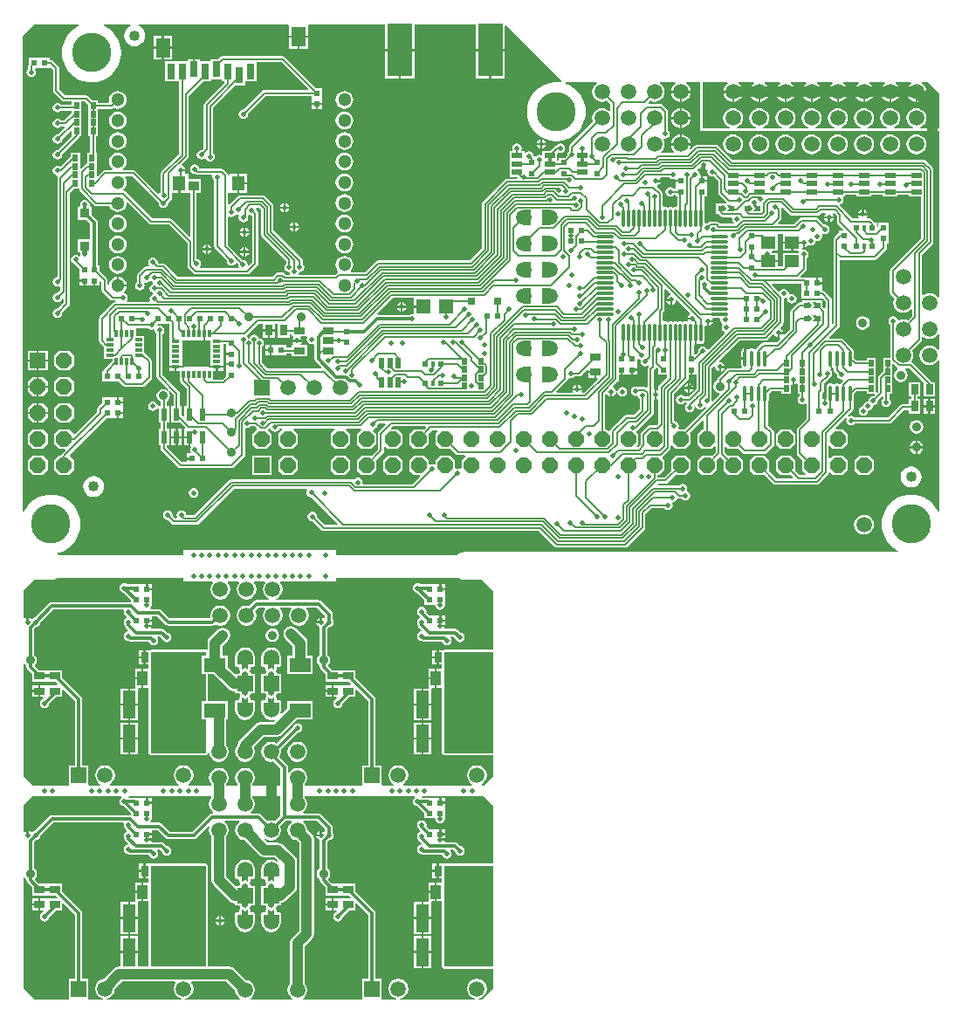
<source format=gbl>
G04 Layer_Physical_Order=4*
G04 Layer_Color=16711680*
%FSLAX25Y25*%
%MOIN*%
G70*
G01*
G75*
%ADD10C,0.00800*%
%ADD11C,0.01200*%
%ADD14R,0.02362X0.02165*%
%ADD15R,0.02165X0.02362*%
G04:AMPARAMS|DCode=16|XSize=40mil|YSize=40mil|CornerRadius=20mil|HoleSize=0mil|Usage=FLASHONLY|Rotation=180.000|XOffset=0mil|YOffset=0mil|HoleType=Round|Shape=RoundedRectangle|*
%AMROUNDEDRECTD16*
21,1,0.04000,0.00000,0,0,180.0*
21,1,0.00000,0.04000,0,0,180.0*
1,1,0.04000,0.00000,0.00000*
1,1,0.04000,0.00000,0.00000*
1,1,0.04000,0.00000,0.00000*
1,1,0.04000,0.00000,0.00000*
%
%ADD16ROUNDEDRECTD16*%
%ADD18R,0.03937X0.02953*%
%ADD21C,0.03500*%
G04:AMPARAMS|DCode=30|XSize=40mil|YSize=40mil|CornerRadius=20mil|HoleSize=0mil|Usage=FLASHONLY|Rotation=90.000|XOffset=0mil|YOffset=0mil|HoleType=Round|Shape=RoundedRectangle|*
%AMROUNDEDRECTD30*
21,1,0.04000,0.00000,0,0,90.0*
21,1,0.00000,0.04000,0,0,90.0*
1,1,0.04000,0.00000,0.00000*
1,1,0.04000,0.00000,0.00000*
1,1,0.04000,0.00000,0.00000*
1,1,0.04000,0.00000,0.00000*
%
%ADD30ROUNDEDRECTD30*%
%ADD39R,0.02953X0.03937*%
%ADD44R,0.05118X0.10630*%
%ADD48R,0.09500X0.20000*%
%ADD49C,0.00700*%
%ADD50C,0.04000*%
%ADD51C,0.02000*%
%ADD52C,0.01969*%
%ADD53C,0.05906*%
%ADD54R,0.05906X0.05906*%
%ADD55R,0.05906X0.05906*%
%ADD56P,0.06392X8X292.5*%
%ADD57P,0.06392X8X22.5*%
%ADD58C,0.05118*%
%ADD59C,0.13000*%
%ADD60C,0.15000*%
%ADD61C,0.02000*%
%ADD62C,0.02400*%
%ADD63R,0.05906X0.02953*%
%ADD64R,0.02953X0.05906*%
%ADD65R,0.02362X0.02362*%
%ADD66R,0.01575X0.02362*%
%ADD67R,0.05512X0.05512*%
%ADD68R,0.01969X0.02559*%
%ADD69R,0.02700X0.03000*%
%ADD70R,0.05512X0.04724*%
%ADD71O,0.07087X0.01181*%
%ADD72O,0.01181X0.07087*%
%ADD73R,0.03937X0.03740*%
%ADD74R,0.05118X0.05512*%
%ADD75R,0.05512X0.07480*%
%ADD76R,0.05512X0.07480*%
%ADD77R,0.03150X0.05906*%
%ADD78R,0.10630X0.10236*%
%ADD79R,0.03150X0.01378*%
%ADD80R,0.01378X0.03150*%
%ADD81R,0.02756X0.01378*%
%ADD82R,0.01378X0.02756*%
%ADD83R,0.02362X0.04724*%
%ADD84R,0.04331X0.02559*%
%ADD85O,0.01181X0.06299*%
%ADD86R,0.01969X0.03937*%
%ADD87R,0.03937X0.01969*%
%ADD88R,0.03740X0.03543*%
%ADD89R,0.03937X0.05512*%
%ADD90R,0.08268X0.05512*%
%ADD91R,0.01378X0.03150*%
G36*
X58867Y61475D02*
Y56993D01*
X58058D01*
Y50669D01*
X61543D01*
X63380Y48831D01*
X63173Y48331D01*
X62980D01*
Y45569D01*
X64961D01*
Y45169D01*
X65361D01*
Y41783D01*
X65508Y41507D01*
X65304Y41202D01*
X65165Y40500D01*
X65304Y39798D01*
X65516Y39481D01*
X65249Y38981D01*
X64050D01*
Y37400D01*
X65933D01*
Y36600D01*
X64050D01*
Y35673D01*
X61986D01*
X56291Y41368D01*
Y42007D01*
X57099D01*
Y48331D01*
X56291D01*
Y50669D01*
X57099D01*
Y56993D01*
X56291D01*
Y58795D01*
X56839Y59162D01*
X57402Y60005D01*
X57600Y61000D01*
X57402Y61995D01*
X56924Y62711D01*
X57312Y63030D01*
X58867Y61475D01*
D02*
G37*
G36*
X103962Y-101801D02*
X103412Y-102168D01*
X102583Y-103410D01*
X102292Y-104874D01*
X102583Y-106338D01*
X103412Y-107580D01*
X104654Y-108409D01*
X105855Y-108648D01*
X106763Y-109556D01*
Y-143192D01*
X104099Y-145855D01*
X103481Y-146782D01*
X103263Y-147874D01*
Y-163392D01*
X102583Y-164410D01*
X102292Y-165874D01*
X102583Y-167338D01*
X103412Y-168580D01*
X104114Y-169049D01*
X103963Y-169549D01*
X88274D01*
X88122Y-169049D01*
X88824Y-168580D01*
X89653Y-167338D01*
X89944Y-165874D01*
X89653Y-164410D01*
X88824Y-163168D01*
X87582Y-162339D01*
X86382Y-162100D01*
X82924Y-158643D01*
X82331Y-157755D01*
X81405Y-157136D01*
X80313Y-156919D01*
X72014D01*
X71984Y-156874D01*
Y-118374D01*
X71730Y-117762D01*
X71118Y-117508D01*
X50118D01*
X49883Y-117605D01*
X48164D01*
Y-120374D01*
Y-123143D01*
X49252D01*
Y-124818D01*
X47278D01*
Y-128374D01*
Y-131930D01*
X49252D01*
Y-156874D01*
X49222Y-156919D01*
X45268D01*
Y-151774D01*
X41909D01*
X38550D01*
Y-156919D01*
X38018D01*
X36926Y-157136D01*
X35999Y-157755D01*
X35597Y-158358D01*
X32355Y-161600D01*
X31154Y-161839D01*
X29912Y-162668D01*
X29083Y-163910D01*
X28792Y-165374D01*
X29083Y-166838D01*
X29912Y-168080D01*
X31154Y-168909D01*
X31855Y-169049D01*
X31806Y-169549D01*
X26560D01*
X26371Y-169127D01*
Y-161621D01*
X24046D01*
Y-136520D01*
X24046Y-136520D01*
X23937Y-135974D01*
X23628Y-135510D01*
X23627Y-135510D01*
X16387Y-128270D01*
Y-125243D01*
X10850D01*
Y-125243D01*
X10387D01*
Y-125243D01*
X7360D01*
X5859Y-123742D01*
X5908Y-123245D01*
X5957Y-123213D01*
X6520Y-122369D01*
X6718Y-121374D01*
X6520Y-120379D01*
X5957Y-119536D01*
X5545Y-119261D01*
Y-109465D01*
X6347Y-108664D01*
X6820Y-108570D01*
X7416Y-108172D01*
X7814Y-107576D01*
X7908Y-107103D01*
X13009Y-102001D01*
X39481D01*
X39857Y-102501D01*
X39783Y-102874D01*
X39923Y-103576D01*
X40320Y-104172D01*
X40505Y-104295D01*
X40609Y-104451D01*
X41076Y-104918D01*
X40954Y-105318D01*
X40876Y-105425D01*
X40320Y-105797D01*
X39923Y-106392D01*
X39783Y-107095D01*
X39923Y-107797D01*
X40226Y-108251D01*
X40299Y-108620D01*
X40609Y-109083D01*
X41430Y-109905D01*
X41266Y-110447D01*
X40916Y-110517D01*
X40320Y-110915D01*
X39923Y-111510D01*
X39783Y-112213D01*
X39923Y-112915D01*
X40320Y-113510D01*
X40916Y-113908D01*
X41473Y-114019D01*
X41733Y-114193D01*
X42279Y-114302D01*
X42280Y-114301D01*
X49368D01*
X49423Y-114576D01*
X49820Y-115172D01*
X50416Y-115570D01*
X51118Y-115709D01*
X51820Y-115570D01*
X52416Y-115172D01*
X52814Y-114576D01*
X52953Y-113874D01*
X52814Y-113172D01*
X52566Y-112801D01*
X52833Y-112301D01*
X53692D01*
X54328Y-112938D01*
X54423Y-113412D01*
X54820Y-114007D01*
X55416Y-114405D01*
X56118Y-114544D01*
X56820Y-114405D01*
X57416Y-114007D01*
X57814Y-113412D01*
X57953Y-112709D01*
X57814Y-112007D01*
X57416Y-111412D01*
X56820Y-111014D01*
X56347Y-110920D01*
X55292Y-109865D01*
X54829Y-109555D01*
X54283Y-109447D01*
X54283Y-109447D01*
X50622D01*
X50340Y-108947D01*
X50374Y-108774D01*
X48618D01*
Y-107974D01*
X50568D01*
Y-106774D01*
X48685D01*
Y-105974D01*
X50568D01*
Y-104801D01*
X52676D01*
X55758Y-107883D01*
X55758Y-107883D01*
X56221Y-108193D01*
X56768Y-108301D01*
X56768Y-108301D01*
X66618D01*
X66618Y-108301D01*
X67164Y-108193D01*
X67628Y-107883D01*
X72066Y-103444D01*
X72527Y-103691D01*
X72292Y-104874D01*
X72583Y-106338D01*
X73263Y-107356D01*
Y-123874D01*
X73481Y-124967D01*
X74099Y-125893D01*
X80100Y-131894D01*
X81027Y-132512D01*
X82119Y-132730D01*
X82366D01*
Y-133628D01*
X83781D01*
X84089Y-134060D01*
X84119Y-134106D01*
X84218Y-134592D01*
X84169Y-134839D01*
X84072Y-135072D01*
X84072Y-136056D01*
X83166D01*
X82554Y-136310D01*
X82300Y-136922D01*
Y-139837D01*
X82293Y-139875D01*
X82584Y-141339D01*
X83413Y-142581D01*
X84655Y-143410D01*
X86119Y-143701D01*
X87583Y-143410D01*
X88824Y-142581D01*
X89654Y-141339D01*
X89945Y-139875D01*
X89938Y-139837D01*
Y-136922D01*
X89684Y-136310D01*
X89072Y-136056D01*
X88520D01*
X88166Y-135703D01*
X88166Y-135072D01*
X88070Y-134839D01*
X88021Y-134592D01*
X87947Y-134542D01*
X87922Y-134481D01*
X88009Y-134270D01*
X88149Y-134060D01*
X88457Y-133628D01*
X89872D01*
Y-126122D01*
X88458D01*
X88149Y-125690D01*
X88119Y-125645D01*
X88021Y-125159D01*
X88069Y-124912D01*
X88166Y-124679D01*
X88166Y-123694D01*
X89072D01*
X89684Y-123440D01*
X89938Y-122828D01*
Y-119913D01*
X89945Y-119875D01*
X89654Y-118411D01*
X88824Y-117169D01*
X87583Y-116340D01*
X86119Y-116049D01*
X84655Y-116340D01*
X83413Y-117169D01*
X82584Y-118411D01*
X82293Y-119875D01*
X82300Y-119913D01*
Y-122828D01*
X82554Y-123440D01*
X83166Y-123694D01*
X83719D01*
X84072Y-124047D01*
X84072Y-124679D01*
X84168Y-124912D01*
X84217Y-125159D01*
X84291Y-125209D01*
X84317Y-125270D01*
X84229Y-125481D01*
X84089Y-125690D01*
X83781Y-126122D01*
X82404D01*
X78973Y-122692D01*
Y-107356D01*
X79653Y-106338D01*
X79944Y-104874D01*
X79653Y-103410D01*
X78824Y-102168D01*
X78275Y-101801D01*
X78426Y-101301D01*
X83810D01*
X83962Y-101801D01*
X83412Y-102168D01*
X82583Y-103410D01*
X82292Y-104874D01*
X82583Y-106338D01*
X83412Y-107580D01*
X84654Y-108409D01*
X85855Y-108648D01*
X91599Y-114393D01*
X92526Y-115012D01*
X93618Y-115229D01*
X97436D01*
X98675Y-116468D01*
X98356Y-116856D01*
X97583Y-116340D01*
X96119Y-116049D01*
X94655Y-116340D01*
X93413Y-117169D01*
X92584Y-118411D01*
X92293Y-119875D01*
X92300Y-119913D01*
Y-122828D01*
X92554Y-123440D01*
X93166Y-123694D01*
X93718D01*
X94072Y-124047D01*
X94072Y-124679D01*
X94169Y-124912D01*
X94217Y-125159D01*
X94292Y-125209D01*
X94317Y-125270D01*
X94229Y-125481D01*
X94089Y-125690D01*
X93781Y-126122D01*
X92366D01*
Y-133628D01*
X93781D01*
X94089Y-134060D01*
X94119Y-134106D01*
X94218Y-134592D01*
X94169Y-134839D01*
X94072Y-135072D01*
X94072Y-136056D01*
X93166D01*
X92554Y-136310D01*
X92300Y-136922D01*
Y-139837D01*
X92293Y-139875D01*
X92584Y-141339D01*
X93413Y-142581D01*
X94655Y-143410D01*
X96119Y-143701D01*
X97583Y-143410D01*
X98824Y-142581D01*
X99654Y-141339D01*
X99945Y-139875D01*
X99937Y-139837D01*
Y-136922D01*
X99684Y-136310D01*
X99072Y-136056D01*
X98520D01*
X98166Y-135703D01*
X98166Y-135072D01*
X98070Y-134839D01*
X98021Y-134592D01*
X97947Y-134542D01*
X97922Y-134481D01*
X98009Y-134270D01*
X98149Y-134060D01*
X98457Y-133628D01*
X99872D01*
Y-132679D01*
X100710Y-132512D01*
X101636Y-131894D01*
X105137Y-128393D01*
X105756Y-127466D01*
X105973Y-126374D01*
Y-116874D01*
X105756Y-115781D01*
X105137Y-114855D01*
X100637Y-110355D01*
X99711Y-109737D01*
X98618Y-109519D01*
X94801D01*
X93563Y-108281D01*
X93882Y-107893D01*
X94654Y-108409D01*
X96118Y-108700D01*
X97582Y-108409D01*
X98824Y-107580D01*
X99653Y-106338D01*
X99944Y-104874D01*
X99653Y-103410D01*
X99632Y-103379D01*
X101709Y-101301D01*
X103810D01*
X103962Y-101801D01*
D02*
G37*
G36*
X150613Y95400D02*
X154169D01*
Y94600D01*
X150613D01*
Y92607D01*
X150227Y92290D01*
X150000Y92335D01*
X149298Y92196D01*
X148896Y91927D01*
X136763D01*
X136556Y92427D01*
X142456Y98327D01*
X150613D01*
Y95400D01*
D02*
G37*
G36*
X248689Y99956D02*
X248524Y99414D01*
X248121Y99333D01*
X247526Y98936D01*
X247128Y98340D01*
X247068Y98038D01*
X248823D01*
Y97638D01*
X249223D01*
Y95882D01*
X249526Y95942D01*
X250121Y96340D01*
X250519Y96935D01*
X250599Y97338D01*
X251142Y97503D01*
X256031Y92614D01*
X255965Y91973D01*
X255702Y91798D01*
X255304Y91202D01*
X255244Y90900D01*
X257000D01*
Y90100D01*
X255244D01*
X255304Y89798D01*
X255369Y89701D01*
X255009Y89340D01*
X254901Y89412D01*
X254358Y89520D01*
X253816Y89412D01*
X253374Y89117D01*
X252932Y89412D01*
X252390Y89520D01*
X251847Y89412D01*
X251406Y89117D01*
X250964Y89412D01*
X250421Y89520D01*
X249879Y89412D01*
X249437Y89117D01*
X248995Y89412D01*
X248453Y89520D01*
X247910Y89412D01*
X247468Y89117D01*
X247027Y89412D01*
X246484Y89520D01*
X246188Y89461D01*
X245688Y89798D01*
Y92833D01*
X246029Y93174D01*
X246283Y93554D01*
X246373Y94003D01*
Y101619D01*
X246834Y101810D01*
X248689Y99956D01*
D02*
G37*
G36*
X180793Y-95423D02*
Y-117508D01*
X162118D01*
X161883Y-117605D01*
X160164D01*
Y-120374D01*
Y-123143D01*
X161252D01*
Y-124818D01*
X159278D01*
Y-128374D01*
Y-131930D01*
X161252D01*
Y-156874D01*
X161506Y-157486D01*
X162118Y-157740D01*
X180793D01*
Y-165325D01*
X176569Y-169549D01*
X175430D01*
X175381Y-169049D01*
X176082Y-168909D01*
X177324Y-168080D01*
X178153Y-166838D01*
X178444Y-165374D01*
X178153Y-163910D01*
X177324Y-162668D01*
X176082Y-161839D01*
X174618Y-161548D01*
X173154Y-161839D01*
X171913Y-162668D01*
X171083Y-163910D01*
X170792Y-165374D01*
X171083Y-166838D01*
X171913Y-168080D01*
X173154Y-168909D01*
X173855Y-169049D01*
X173806Y-169549D01*
X145430D01*
X145381Y-169049D01*
X146082Y-168909D01*
X147324Y-168080D01*
X148153Y-166838D01*
X148444Y-165374D01*
X148153Y-163910D01*
X147324Y-162668D01*
X146082Y-161839D01*
X144618Y-161548D01*
X143154Y-161839D01*
X141912Y-162668D01*
X141083Y-163910D01*
X140792Y-165374D01*
X141083Y-166838D01*
X141912Y-168080D01*
X143154Y-168909D01*
X143855Y-169049D01*
X143806Y-169549D01*
X138560D01*
X138371Y-169127D01*
Y-161621D01*
X136046D01*
Y-136520D01*
X136046Y-136520D01*
X135937Y-135974D01*
X135627Y-135510D01*
X135627Y-135510D01*
X128387Y-128270D01*
Y-125243D01*
X122850D01*
Y-125243D01*
X122387D01*
Y-125243D01*
X119360D01*
X117859Y-123742D01*
X117908Y-123245D01*
X117957Y-123213D01*
X118520Y-122369D01*
X118718Y-121374D01*
X118520Y-120379D01*
X117957Y-119536D01*
X117545Y-119261D01*
Y-109465D01*
X118347Y-108664D01*
X118820Y-108570D01*
X119416Y-108172D01*
X119814Y-107576D01*
X119953Y-106874D01*
X119814Y-106172D01*
X119545Y-105770D01*
Y-103874D01*
X119437Y-103328D01*
X119128Y-102865D01*
X119127Y-102865D01*
X115128Y-98865D01*
X114664Y-98555D01*
X114118Y-98447D01*
X114118Y-98447D01*
X108426D01*
X108274Y-97947D01*
X108824Y-97580D01*
X109653Y-96338D01*
X109944Y-94874D01*
X109653Y-93410D01*
X108973Y-92392D01*
Y-91874D01*
X150905D01*
X151057Y-92374D01*
X150754Y-92576D01*
X150356Y-93172D01*
X150216Y-93874D01*
X150356Y-94576D01*
X150754Y-95172D01*
X151349Y-95570D01*
X151822Y-95664D01*
X154669Y-98510D01*
Y-100355D01*
X158308D01*
X158442Y-100360D01*
X158829Y-100608D01*
X158923Y-101076D01*
X159320Y-101672D01*
X159916Y-102070D01*
X160618Y-102209D01*
X161320Y-102070D01*
X161916Y-101672D01*
X162314Y-101076D01*
X162453Y-100374D01*
X162469Y-100355D01*
X162568D01*
Y-96855D01*
X162568Y-96393D01*
X162568Y-95904D01*
Y-94774D01*
X160685D01*
Y-94374D01*
X160285D01*
Y-92393D01*
X158934D01*
X158802Y-92393D01*
X158434D01*
X158302Y-92393D01*
X154668D01*
Y-92447D01*
X153547D01*
X153493Y-92374D01*
X153745Y-91874D01*
X177244D01*
X180793Y-95423D01*
D02*
G37*
G36*
X116691Y-104465D02*
Y-105159D01*
X116191Y-105426D01*
X115820Y-105178D01*
X115518Y-105118D01*
Y-106874D01*
X115118D01*
Y-107274D01*
X113362D01*
X113423Y-107576D01*
X113820Y-108172D01*
X114416Y-108570D01*
X114498Y-108586D01*
X114691Y-108874D01*
X114691Y-108874D01*
Y-119261D01*
X114280Y-119536D01*
X113716Y-120379D01*
X113518Y-121374D01*
X113716Y-122369D01*
X114280Y-123213D01*
X114691Y-123487D01*
Y-124020D01*
X114691Y-124020D01*
X114799Y-124566D01*
X115109Y-125029D01*
X116850Y-126770D01*
Y-129796D01*
X122387D01*
Y-129796D01*
X122850D01*
Y-129796D01*
X125876D01*
X126570Y-130490D01*
X126378Y-130952D01*
X122887D01*
X122850Y-130952D01*
Y-130952D01*
X122387D01*
Y-130952D01*
X120018D01*
Y-133228D01*
Y-135505D01*
X120840D01*
X121128Y-136005D01*
X121043Y-136153D01*
X120916Y-136179D01*
X120320Y-136576D01*
X119923Y-137172D01*
X119783Y-137874D01*
X119923Y-138576D01*
X120320Y-139172D01*
X120916Y-139570D01*
X121618Y-139709D01*
X122320Y-139570D01*
X122916Y-139172D01*
X123314Y-138576D01*
X123408Y-138103D01*
X126006Y-135505D01*
X128387D01*
Y-132960D01*
X128849Y-132769D01*
X133191Y-137111D01*
Y-161621D01*
X130865D01*
Y-169127D01*
X130676Y-169549D01*
X108273D01*
X108122Y-169049D01*
X108824Y-168580D01*
X109653Y-167338D01*
X109944Y-165874D01*
X109653Y-164410D01*
X108973Y-163392D01*
Y-149056D01*
X111637Y-146393D01*
X112256Y-145466D01*
X112473Y-144374D01*
Y-108374D01*
X112256Y-107281D01*
X111637Y-106355D01*
X109892Y-104611D01*
X109653Y-103410D01*
X108824Y-102168D01*
X108274Y-101801D01*
X108426Y-101301D01*
X113527D01*
X116691Y-104465D01*
D02*
G37*
G36*
X73263Y-92392D02*
X72583Y-93410D01*
X72292Y-94874D01*
X72583Y-96338D01*
X73413Y-97580D01*
X73962Y-97947D01*
X73810Y-98447D01*
X73618D01*
X73072Y-98555D01*
X72609Y-98865D01*
X72609Y-98865D01*
X66027Y-105447D01*
X57359D01*
X54277Y-102365D01*
X53814Y-102055D01*
X53268Y-101947D01*
X53268Y-101947D01*
X50333D01*
X50066Y-101447D01*
X50314Y-101076D01*
X50453Y-100374D01*
X50469Y-100355D01*
X50568D01*
Y-96855D01*
X50568Y-96355D01*
X50568Y-95893D01*
Y-94774D01*
X48685D01*
Y-94374D01*
X48285D01*
Y-92393D01*
X46934D01*
X46802Y-92393D01*
X46434D01*
X46302Y-92393D01*
X42669D01*
Y-92447D01*
X41547D01*
X41493Y-92374D01*
X41745Y-91874D01*
X73263D01*
Y-92392D01*
D02*
G37*
G36*
X83191Y130226D02*
X83500Y130165D01*
X83514Y130167D01*
X83815Y129718D01*
X83804Y129702D01*
X83665Y129000D01*
X83804Y128298D01*
X84202Y127702D01*
X84798Y127304D01*
X85500Y127165D01*
X86202Y127304D01*
X86798Y127702D01*
X87196Y128298D01*
X87335Y129000D01*
X87284Y129256D01*
X87372Y129700D01*
Y129925D01*
X87814Y130161D01*
X87898Y130104D01*
X88600Y129965D01*
X88828Y129778D01*
Y111986D01*
X87657Y110816D01*
X87196Y111062D01*
X87209Y111126D01*
X87070Y111828D01*
X86672Y112424D01*
X86076Y112822D01*
X85374Y112961D01*
X85226Y112932D01*
X79672Y118486D01*
Y129121D01*
X80172Y129388D01*
X80298Y129304D01*
X81000Y129165D01*
X81702Y129304D01*
X82298Y129702D01*
X82696Y130298D01*
X83191Y130226D01*
D02*
G37*
G36*
X87300Y-125860D02*
X87301Y-127218D01*
X84938D01*
X84938Y-125860D01*
X86119Y-125073D01*
X87300Y-125860D01*
D02*
G37*
G36*
X304173Y94319D02*
X302894D01*
X303681Y95500D01*
X302894Y96681D01*
X304173D01*
Y94319D01*
D02*
G37*
G36*
X2280Y-123213D02*
X2691Y-123487D01*
Y-124020D01*
X2691Y-124020D01*
X2799Y-124566D01*
X3109Y-125029D01*
X4850Y-126770D01*
Y-129796D01*
X10387D01*
Y-129796D01*
X10850D01*
Y-129796D01*
X13876D01*
X14570Y-130490D01*
X14378Y-130952D01*
X10887D01*
X10850Y-130952D01*
Y-130952D01*
X10387D01*
Y-130952D01*
X8018D01*
Y-133228D01*
Y-135505D01*
X8840D01*
X9128Y-136005D01*
X9043Y-136153D01*
X8916Y-136179D01*
X8320Y-136576D01*
X7923Y-137172D01*
X7783Y-137874D01*
X7923Y-138576D01*
X8320Y-139172D01*
X8916Y-139570D01*
X9618Y-139709D01*
X10320Y-139570D01*
X10916Y-139172D01*
X11314Y-138576D01*
X11408Y-138103D01*
X14006Y-135505D01*
X16387D01*
Y-132960D01*
X16849Y-132769D01*
X21191Y-137111D01*
Y-161621D01*
X18865D01*
Y-169127D01*
X18677Y-169549D01*
X5667D01*
X1444Y-165325D01*
Y-122861D01*
X1944Y-122710D01*
X2280Y-123213D01*
D02*
G37*
G36*
X97300Y-125860D02*
X97301Y-127218D01*
X94938D01*
X94938Y-125860D01*
X96119Y-125073D01*
X97300Y-125860D01*
D02*
G37*
G36*
X302500Y95500D02*
X301713Y94319D01*
X300827D01*
Y96681D01*
X301713D01*
X302500Y95500D01*
D02*
G37*
G36*
X97300Y-124679D02*
X96119Y-123891D01*
X94938Y-124679D01*
X94938Y-122001D01*
X97300D01*
X97300Y-124679D01*
D02*
G37*
G36*
X87300D02*
X86119Y-123891D01*
X84938Y-124679D01*
X84938Y-122001D01*
X87300D01*
X87300Y-124679D01*
D02*
G37*
G36*
X99691Y-99283D02*
X97614Y-101360D01*
X97582Y-101339D01*
X96118Y-101048D01*
X94654Y-101339D01*
X94623Y-101360D01*
X92128Y-98865D01*
X91664Y-98555D01*
X91118Y-98447D01*
X91118Y-98447D01*
X88426D01*
X88275Y-97947D01*
X88824Y-97580D01*
X89653Y-96338D01*
X89944Y-94874D01*
X89653Y-93410D01*
X88973Y-92392D01*
Y-91874D01*
X99691D01*
Y-99283D01*
D02*
G37*
G36*
X279803Y132500D02*
X279016Y131319D01*
X278130D01*
Y133681D01*
X279016D01*
X279803Y132500D01*
D02*
G37*
G36*
X267728Y90318D02*
X267665Y90000D01*
X267804Y89298D01*
X268202Y88702D01*
X268339Y88611D01*
X268457Y87931D01*
X268304Y87702D01*
X268165Y87000D01*
X268304Y86298D01*
X268702Y85702D01*
X269146Y85406D01*
X269284Y84836D01*
X263164Y78716D01*
X262594Y78854D01*
X262298Y79298D01*
X261702Y79696D01*
X261000Y79835D01*
X260298Y79696D01*
X259702Y79298D01*
X259304Y78702D01*
X259165Y78000D01*
X259194Y77852D01*
X258291Y76950D01*
X257499D01*
Y80501D01*
X257895Y80768D01*
Y85150D01*
X258695D01*
Y80859D01*
X258838Y80887D01*
X259279Y81182D01*
X259721Y80887D01*
X260264Y80779D01*
X260806Y80887D01*
X261266Y81194D01*
X261574Y81654D01*
X261682Y82197D01*
Y87615D01*
X262182Y87882D01*
X262298Y87804D01*
X262600Y87744D01*
Y89500D01*
X263000D01*
Y89900D01*
X264756D01*
X264696Y90202D01*
X264618Y90318D01*
X264885Y90818D01*
X267326D01*
X267728Y90318D01*
D02*
G37*
G36*
X248202Y144202D02*
X248798Y143804D01*
X249500Y143665D01*
X250019Y143768D01*
X250508Y143467D01*
X252500D01*
Y142667D01*
X250519D01*
Y141184D01*
X250519D01*
Y140816D01*
X250519D01*
Y140106D01*
X249948D01*
X249865Y140231D01*
X249269Y140629D01*
X248567Y140768D01*
X247865Y140629D01*
X247269Y140231D01*
X246871Y139635D01*
X246732Y138933D01*
X246871Y138231D01*
X247269Y137635D01*
X247865Y137238D01*
X248567Y137098D01*
X249269Y137238D01*
X249865Y137635D01*
X249948Y137760D01*
X250519D01*
Y137050D01*
X251217D01*
Y133499D01*
X250717Y133162D01*
X250421Y133221D01*
X249879Y133113D01*
X249437Y132818D01*
X248995Y133113D01*
X248453Y133221D01*
X247910Y133113D01*
X247468Y132818D01*
X247027Y133113D01*
X246484Y133221D01*
X246188Y133162D01*
X245688Y133499D01*
Y137984D01*
X245599Y138433D01*
X245345Y138813D01*
X243420Y140738D01*
X243584Y141281D01*
X243702Y141304D01*
X244298Y141702D01*
X244696Y142298D01*
X244756Y142600D01*
X243000D01*
Y143400D01*
X244756D01*
X244696Y143702D01*
X244612Y143827D01*
X244879Y144327D01*
X248119D01*
X248202Y144202D01*
D02*
G37*
G36*
X339732Y137066D02*
X344327D01*
Y121183D01*
X332671Y109526D01*
X332417Y109146D01*
X332328Y108697D01*
Y100500D01*
X332417Y100051D01*
X332671Y99671D01*
X334142Y98200D01*
X333844Y97480D01*
X333715Y96500D01*
X333844Y95520D01*
X334222Y94607D01*
X334823Y93823D01*
X335607Y93222D01*
X336520Y92844D01*
X337500Y92715D01*
X338480Y92844D01*
X339393Y93222D01*
X340177Y93823D01*
X340328Y94020D01*
X340827Y93850D01*
Y91486D01*
X339200Y89858D01*
X338480Y90156D01*
X337500Y90285D01*
X336520Y90156D01*
X335977Y89931D01*
X335407Y90231D01*
X335393Y90305D01*
X334995Y90900D01*
X334400Y91298D01*
X333697Y91438D01*
X332995Y91298D01*
X332400Y90900D01*
X332002Y90305D01*
X331862Y89603D01*
X332002Y88900D01*
X332400Y88305D01*
X332525Y88221D01*
Y75404D01*
X329768D01*
Y70294D01*
X328171Y68697D01*
X327917Y68317D01*
X327828Y67868D01*
Y62558D01*
X327490Y62288D01*
X327037Y62485D01*
Y64946D01*
Y68095D01*
Y71245D01*
Y75404D01*
X323469D01*
Y74497D01*
X319695D01*
X318659Y75533D01*
Y77852D01*
X318551Y78395D01*
X318244Y78855D01*
X318212Y78875D01*
X318070Y79088D01*
X314629Y82529D01*
X314249Y82783D01*
X313800Y82872D01*
X309290D01*
X309099Y83334D01*
X312829Y87065D01*
X313083Y87445D01*
X313173Y87894D01*
Y112685D01*
X313500Y112953D01*
X326500D01*
X326949Y113043D01*
X327329Y113297D01*
X330829Y116797D01*
X331083Y117177D01*
X331172Y117626D01*
Y119176D01*
X331981D01*
Y122942D01*
X331981Y122942D01*
Y123310D01*
X331981D01*
X331981Y123442D01*
Y127076D01*
X328019D01*
Y125670D01*
X327934Y125613D01*
X327434Y125881D01*
Y127150D01*
X326517D01*
X326282Y127502D01*
X325329Y128455D01*
X324949Y128709D01*
X324500Y128798D01*
X323800D01*
X323533Y129298D01*
X323743Y129613D01*
X323803Y129915D01*
X320291D01*
X320352Y129613D01*
X320562Y129298D01*
X320294Y128798D01*
X318101D01*
X313204Y133695D01*
X313349Y134174D01*
X313502Y134204D01*
X314098Y134602D01*
X314496Y135198D01*
X314635Y135900D01*
X314503Y136566D01*
X314509Y136679D01*
X314716Y137066D01*
X315268D01*
Y137678D01*
X319731D01*
Y137066D01*
X325269D01*
Y137678D01*
X329731D01*
Y137066D01*
X335268D01*
Y137678D01*
X339732D01*
Y137066D01*
D02*
G37*
G36*
X281476Y131319D02*
X280197D01*
X280984Y132500D01*
X280197Y133681D01*
X281476D01*
Y131319D01*
D02*
G37*
G36*
X180793Y-75374D02*
X162118D01*
Y-36874D01*
X180793D01*
Y-75374D01*
D02*
G37*
G36*
X57328Y83410D02*
X57251D01*
Y78464D01*
Y74527D01*
Y72479D01*
X59626D01*
Y72079D01*
X60026D01*
Y70590D01*
X61090D01*
Y66751D01*
X61406D01*
Y66724D01*
X61496Y66276D01*
X61750Y65895D01*
X63788Y63857D01*
Y56993D01*
X62980D01*
Y53202D01*
X62518Y53011D01*
X62020Y53508D01*
Y56993D01*
X61212D01*
Y61961D01*
X61123Y62409D01*
X60869Y62790D01*
X54672Y68986D01*
Y84619D01*
X54798Y84702D01*
X55196Y85298D01*
X55335Y86000D01*
X55196Y86702D01*
X54798Y87298D01*
X54202Y87696D01*
X53500Y87835D01*
X52989Y87734D01*
X52548Y88006D01*
X52491Y88077D01*
X52898Y88519D01*
X54816D01*
X54816Y88519D01*
X55184D01*
Y88519D01*
X55316Y88519D01*
X57328D01*
Y83410D01*
D02*
G37*
G36*
X98578Y83232D02*
X103131D01*
Y84568D01*
X104023D01*
Y83661D01*
X104414D01*
X104611Y83161D01*
X104304Y82702D01*
X104244Y82400D01*
X107756D01*
X107696Y82702D01*
X107389Y83161D01*
X107586Y83661D01*
X109509D01*
X109789Y83227D01*
X109796Y83161D01*
X109665Y82500D01*
X109804Y81798D01*
X110202Y81202D01*
X110798Y80804D01*
X111500Y80665D01*
X112173Y80799D01*
X112260Y80799D01*
X112673Y80542D01*
Y76800D01*
Y75072D01*
X112673Y75072D01*
X112781Y74525D01*
X113091Y74062D01*
X115218Y71934D01*
X115027Y71473D01*
X94883D01*
X92706Y73649D01*
Y79652D01*
X92831Y79736D01*
X93229Y80331D01*
X93369Y81033D01*
X93229Y81736D01*
X92831Y82331D01*
X92236Y82729D01*
X91533Y82869D01*
X91311Y82824D01*
X91229Y83236D01*
X90831Y83831D01*
X90236Y84229D01*
X89534Y84369D01*
X88831Y84229D01*
X88236Y83831D01*
X87838Y83236D01*
X87756Y82824D01*
X87533Y82869D01*
X87272Y82817D01*
X87196Y83202D01*
X86798Y83798D01*
X86953Y84295D01*
X91286Y88627D01*
X92869D01*
Y86400D01*
X95146D01*
X97422D01*
Y88627D01*
X98578D01*
Y83232D01*
D02*
G37*
G36*
X302500Y90500D02*
X301713Y89319D01*
X300827D01*
Y91681D01*
X301713D01*
X302500Y90500D01*
D02*
G37*
G36*
X304173Y89319D02*
X302894D01*
X303681Y90500D01*
X302894Y91681D01*
X304173D01*
Y89319D01*
D02*
G37*
G36*
X39057Y-92374D02*
X38754Y-92576D01*
X38356Y-93172D01*
X38216Y-93874D01*
X38356Y-94576D01*
X38754Y-95172D01*
X39349Y-95570D01*
X39822Y-95664D01*
X42566Y-98407D01*
X42546Y-98959D01*
X42318Y-99147D01*
X42318Y-99147D01*
X12418D01*
X12418Y-99147D01*
X11872Y-99255D01*
X11409Y-99565D01*
X11409Y-99565D01*
X5889Y-105084D01*
X5416Y-105178D01*
X4820Y-105576D01*
X4416D01*
X3820Y-105178D01*
X3518Y-105118D01*
Y-106874D01*
X2718D01*
Y-105118D01*
X2416Y-105178D01*
X1944Y-105494D01*
X1444Y-105309D01*
Y-95423D01*
X4993Y-91874D01*
X38905D01*
X39057Y-92374D01*
D02*
G37*
G36*
X167666Y-8512D02*
X168940Y-9039D01*
X170307Y-9219D01*
Y-9200D01*
X176569D01*
X180793Y-13423D01*
Y-36008D01*
X162118D01*
X161883Y-36105D01*
X160164D01*
Y-38874D01*
Y-41642D01*
X161252D01*
Y-43318D01*
X159278D01*
Y-46874D01*
Y-50430D01*
X161252D01*
Y-75374D01*
X161506Y-75986D01*
X162118Y-76240D01*
X180793D01*
Y-84325D01*
X177244Y-87874D01*
X176490D01*
X176421Y-87784D01*
X176533Y-87108D01*
X177324Y-86580D01*
X178153Y-85338D01*
X178444Y-83874D01*
X178153Y-82410D01*
X177324Y-81168D01*
X176082Y-80339D01*
X174618Y-80048D01*
X173154Y-80339D01*
X171913Y-81168D01*
X171083Y-82410D01*
X170792Y-83874D01*
X171083Y-85338D01*
X171913Y-86580D01*
X172704Y-87108D01*
X172815Y-87784D01*
X172746Y-87874D01*
X146490D01*
X146421Y-87784D01*
X146533Y-87108D01*
X147324Y-86580D01*
X148153Y-85338D01*
X148444Y-83874D01*
X148153Y-82410D01*
X147324Y-81168D01*
X146082Y-80339D01*
X144618Y-80048D01*
X143154Y-80339D01*
X141912Y-81168D01*
X141083Y-82410D01*
X140792Y-83874D01*
X141083Y-85338D01*
X141912Y-86580D01*
X142704Y-87108D01*
X142815Y-87784D01*
X142746Y-87874D01*
X138768D01*
X138371Y-87627D01*
X138371Y-87374D01*
Y-80121D01*
X136046D01*
Y-55020D01*
X136046Y-55020D01*
X135937Y-54474D01*
X135627Y-54010D01*
X135627Y-54010D01*
X128387Y-46769D01*
Y-43743D01*
X122850D01*
Y-43743D01*
X122387D01*
Y-43743D01*
X119360D01*
X117859Y-42242D01*
X117908Y-41745D01*
X117957Y-41712D01*
X118520Y-40869D01*
X118718Y-39874D01*
X118520Y-38879D01*
X117957Y-38036D01*
X117545Y-37761D01*
Y-27965D01*
X118347Y-27164D01*
X118820Y-27070D01*
X119416Y-26672D01*
X119814Y-26076D01*
X119953Y-25374D01*
X119814Y-24672D01*
X119545Y-24270D01*
Y-22374D01*
X119437Y-21828D01*
X119128Y-21365D01*
X119127Y-21365D01*
X115128Y-17365D01*
X114664Y-17055D01*
X114118Y-16947D01*
X114118Y-16947D01*
X97943D01*
X97894Y-16447D01*
X98082Y-16409D01*
X99324Y-15580D01*
X100153Y-14338D01*
X100444Y-12874D01*
X100153Y-11410D01*
X99461Y-10374D01*
X99714Y-9874D01*
X120768D01*
Y-8374D01*
X167487D01*
X167666Y-8512D01*
D02*
G37*
G36*
X271476Y131319D02*
X270197D01*
X270984Y132500D01*
X270197Y133681D01*
X271476D01*
Y131319D01*
D02*
G37*
G36*
X269803Y132500D02*
X269016Y131319D01*
X268130D01*
Y133681D01*
X269016D01*
X269803Y132500D01*
D02*
G37*
G36*
X261800Y147244D02*
X262102Y147304D01*
X262408Y147509D01*
X262720Y147267D01*
X262797Y147168D01*
X262665Y146500D01*
X262804Y145798D01*
X263202Y145202D01*
X263798Y144804D01*
X264500Y144665D01*
X265065Y144777D01*
X266828Y143014D01*
Y138500D01*
X266917Y138051D01*
X267171Y137671D01*
X269893Y134949D01*
X269654Y134481D01*
X269094D01*
X269016Y134497D01*
X268130D01*
X268051Y134481D01*
X266050D01*
Y130519D01*
X266877D01*
X267104Y130179D01*
X267712Y129571D01*
X268093Y129317D01*
X268542Y129227D01*
X271800D01*
X272210Y128727D01*
X272165Y128500D01*
X272304Y127798D01*
X272702Y127202D01*
X272747Y127173D01*
X272595Y126672D01*
X267486D01*
X266929Y127229D01*
X266549Y127483D01*
X266100Y127573D01*
X263900D01*
X263451Y127483D01*
X263071Y127229D01*
X262648Y126806D01*
X262500Y126835D01*
X262182Y126772D01*
X261682Y127174D01*
Y131803D01*
X261574Y132346D01*
X261436Y132551D01*
Y137050D01*
X262481D01*
Y140816D01*
X262481D01*
Y141184D01*
X262481D01*
Y142667D01*
X260500D01*
Y143067D01*
X260100D01*
Y144974D01*
X259803Y145336D01*
X259835Y145500D01*
X259696Y146202D01*
X259298Y146798D01*
X259037Y146972D01*
X258971Y147613D01*
X259325Y147966D01*
X259968Y147903D01*
X260102Y147702D01*
X260698Y147304D01*
X261000Y147244D01*
Y149000D01*
X261800D01*
Y147244D01*
D02*
G37*
G36*
X62500Y-9874D02*
X73522D01*
X73775Y-10374D01*
X73083Y-11410D01*
X72792Y-12874D01*
X73083Y-14338D01*
X73913Y-15580D01*
X75154Y-16409D01*
X76618Y-16700D01*
X78082Y-16409D01*
X79324Y-15580D01*
X80153Y-14338D01*
X80444Y-12874D01*
X80153Y-11410D01*
X79461Y-10374D01*
X79715Y-9874D01*
X83522D01*
X83775Y-10374D01*
X83083Y-11410D01*
X82792Y-12874D01*
X83083Y-14338D01*
X83912Y-15580D01*
X85154Y-16409D01*
X86618Y-16700D01*
X88082Y-16409D01*
X89324Y-15580D01*
X90153Y-14338D01*
X90444Y-12874D01*
X90153Y-11410D01*
X89461Y-10374D01*
X89714Y-9874D01*
X93522D01*
X93775Y-10374D01*
X93083Y-11410D01*
X92792Y-12874D01*
X93083Y-14338D01*
X93913Y-15580D01*
X95154Y-16409D01*
X95343Y-16447D01*
X95293Y-16947D01*
X90618D01*
X90618Y-16947D01*
X90072Y-17055D01*
X89609Y-17365D01*
X89609Y-17365D01*
X87709Y-19265D01*
X86618Y-19048D01*
X85154Y-19339D01*
X83912Y-20168D01*
X83083Y-21410D01*
X82792Y-22874D01*
X83083Y-24338D01*
X83912Y-25580D01*
X85154Y-26409D01*
X86618Y-26700D01*
X88082Y-26409D01*
X89324Y-25580D01*
X90153Y-24338D01*
X90444Y-22874D01*
X90153Y-21410D01*
X89932Y-21079D01*
X91209Y-19801D01*
X93630D01*
X93824Y-20301D01*
X93083Y-21410D01*
X92792Y-22874D01*
X93083Y-24338D01*
X93913Y-25580D01*
X95154Y-26409D01*
X96618Y-26700D01*
X98082Y-26409D01*
X99324Y-25580D01*
X100153Y-24338D01*
X100444Y-22874D01*
X100153Y-21410D01*
X99413Y-20301D01*
X99606Y-19801D01*
X103630D01*
X103824Y-20301D01*
X103083Y-21410D01*
X102792Y-22874D01*
X103083Y-24338D01*
X103912Y-25580D01*
X105154Y-26409D01*
X106618Y-26700D01*
X108082Y-26409D01*
X109324Y-25580D01*
X110153Y-24338D01*
X110444Y-22874D01*
X110153Y-21410D01*
X109413Y-20301D01*
X109606Y-19801D01*
X113527D01*
X116691Y-22965D01*
Y-23659D01*
X116191Y-23926D01*
X115820Y-23678D01*
X115518Y-23618D01*
Y-25374D01*
X115118D01*
Y-25774D01*
X113362D01*
X113423Y-26076D01*
X113820Y-26672D01*
X114416Y-27070D01*
X114498Y-27086D01*
X114691Y-27374D01*
X114691Y-27374D01*
Y-37761D01*
X114280Y-38036D01*
X113716Y-38879D01*
X113518Y-39874D01*
X113716Y-40869D01*
X114280Y-41712D01*
X114691Y-41987D01*
Y-42520D01*
X114691Y-42520D01*
X114799Y-43066D01*
X115109Y-43529D01*
X116850Y-45270D01*
Y-48296D01*
X122387D01*
Y-48296D01*
X122850D01*
Y-48296D01*
X125876D01*
X126570Y-48990D01*
X126378Y-49452D01*
X122887D01*
X122850Y-49452D01*
Y-49452D01*
X122387D01*
Y-49452D01*
X120018D01*
Y-51728D01*
Y-54005D01*
X120840D01*
X121128Y-54505D01*
X121043Y-54653D01*
X120916Y-54678D01*
X120320Y-55076D01*
X119923Y-55672D01*
X119783Y-56374D01*
X119923Y-57076D01*
X120320Y-57672D01*
X120916Y-58070D01*
X121618Y-58209D01*
X122320Y-58070D01*
X122916Y-57672D01*
X123314Y-57076D01*
X123408Y-56603D01*
X126006Y-54005D01*
X128387D01*
Y-51460D01*
X128849Y-51269D01*
X133191Y-55611D01*
Y-80121D01*
X130865D01*
Y-87374D01*
X130865Y-87627D01*
X130468Y-87874D01*
X108973D01*
Y-87356D01*
X109653Y-86338D01*
X109944Y-84874D01*
X109653Y-83410D01*
X108824Y-82168D01*
X107582Y-81339D01*
X106118Y-81048D01*
X104654Y-81339D01*
X103412Y-82168D01*
X103045Y-82718D01*
X102545Y-82566D01*
Y-80874D01*
X102546Y-80874D01*
X102437Y-80328D01*
X102128Y-79865D01*
X102127Y-79865D01*
X99232Y-76969D01*
X99653Y-76338D01*
X99944Y-74874D01*
X99810Y-74200D01*
X106347Y-67664D01*
X106820Y-67570D01*
X107416Y-67172D01*
X107814Y-66576D01*
X107953Y-65874D01*
X107814Y-65172D01*
X107416Y-64576D01*
X106820Y-64179D01*
X106118Y-64039D01*
X105416Y-64179D01*
X104820Y-64576D01*
X104423Y-65172D01*
X104328Y-65645D01*
X98213Y-71760D01*
X97582Y-71339D01*
X96118Y-71048D01*
X94654Y-71339D01*
X93413Y-72168D01*
X92583Y-73410D01*
X92292Y-74874D01*
X92583Y-76338D01*
X93413Y-77580D01*
X94654Y-78409D01*
X96118Y-78700D01*
X96792Y-78566D01*
X99691Y-81465D01*
Y-87874D01*
X88973D01*
Y-87356D01*
X89653Y-86338D01*
X89944Y-84874D01*
X89653Y-83410D01*
X88824Y-82168D01*
X87582Y-81339D01*
X86118Y-81048D01*
X84654Y-81339D01*
X83412Y-82168D01*
X82583Y-83410D01*
X82292Y-84874D01*
X82583Y-86338D01*
X83263Y-87356D01*
Y-87874D01*
X78973D01*
Y-87356D01*
X79653Y-86338D01*
X79944Y-84874D01*
X79653Y-83410D01*
X78824Y-82168D01*
X77582Y-81339D01*
X76118Y-81048D01*
X74654Y-81339D01*
X73413Y-82168D01*
X72583Y-83410D01*
X72292Y-84874D01*
X72583Y-86338D01*
X73263Y-87356D01*
Y-87874D01*
X64490D01*
X64421Y-87784D01*
X64533Y-87108D01*
X65324Y-86580D01*
X66153Y-85338D01*
X66444Y-83874D01*
X66153Y-82410D01*
X65324Y-81168D01*
X64082Y-80339D01*
X62618Y-80048D01*
X61154Y-80339D01*
X59913Y-81168D01*
X59083Y-82410D01*
X58792Y-83874D01*
X59083Y-85338D01*
X59913Y-86580D01*
X60704Y-87108D01*
X60815Y-87784D01*
X60746Y-87874D01*
X34490D01*
X34421Y-87784D01*
X34533Y-87108D01*
X35324Y-86580D01*
X36153Y-85338D01*
X36444Y-83874D01*
X36153Y-82410D01*
X35324Y-81168D01*
X34082Y-80339D01*
X32618Y-80048D01*
X31154Y-80339D01*
X29912Y-81168D01*
X29083Y-82410D01*
X28792Y-83874D01*
X29083Y-85338D01*
X29912Y-86580D01*
X30704Y-87108D01*
X30815Y-87784D01*
X30746Y-87874D01*
X26768D01*
X26371Y-87627D01*
Y-80121D01*
X24046D01*
Y-55020D01*
X24046Y-55020D01*
X23937Y-54474D01*
X23628Y-54010D01*
X23627Y-54010D01*
X16387Y-46769D01*
Y-43743D01*
X10850D01*
Y-43743D01*
X10387D01*
Y-43743D01*
X7360D01*
X5859Y-42242D01*
X5908Y-41745D01*
X5957Y-41712D01*
X6520Y-40869D01*
X6718Y-39874D01*
X6520Y-38879D01*
X5957Y-38036D01*
X5545Y-37761D01*
Y-27965D01*
X6347Y-27164D01*
X6820Y-27070D01*
X7416Y-26672D01*
X7814Y-26076D01*
X7908Y-25603D01*
X12909Y-20601D01*
X39427D01*
X39837Y-21102D01*
X39783Y-21374D01*
X39923Y-22076D01*
X40320Y-22672D01*
X40505Y-22795D01*
X40609Y-22951D01*
X41076Y-23417D01*
X40954Y-23819D01*
X40876Y-23925D01*
X40320Y-24297D01*
X39923Y-24892D01*
X39783Y-25594D01*
X39923Y-26297D01*
X40254Y-26793D01*
X40299Y-27020D01*
X40609Y-27483D01*
X41514Y-28388D01*
X41349Y-28931D01*
X40916Y-29017D01*
X40320Y-29415D01*
X39923Y-30010D01*
X39783Y-30713D01*
X39923Y-31415D01*
X40320Y-32010D01*
X40916Y-32408D01*
X41473Y-32519D01*
X41733Y-32693D01*
X42279Y-32801D01*
X42280Y-32801D01*
X49368D01*
X49423Y-33076D01*
X49820Y-33672D01*
X50416Y-34070D01*
X51118Y-34209D01*
X51820Y-34070D01*
X52416Y-33672D01*
X52814Y-33076D01*
X52953Y-32374D01*
X52814Y-31672D01*
X52566Y-31301D01*
X52833Y-30801D01*
X53692D01*
X54328Y-31438D01*
X54423Y-31912D01*
X54820Y-32507D01*
X55416Y-32905D01*
X56118Y-33044D01*
X56820Y-32905D01*
X57416Y-32507D01*
X57814Y-31912D01*
X57953Y-31209D01*
X57814Y-30507D01*
X57416Y-29912D01*
X56820Y-29514D01*
X56347Y-29420D01*
X55292Y-28365D01*
X54829Y-28055D01*
X54283Y-27947D01*
X54283Y-27947D01*
X50622D01*
X50340Y-27447D01*
X50374Y-27274D01*
X48618D01*
Y-26474D01*
X50568D01*
Y-25274D01*
X48685D01*
Y-24474D01*
X50568D01*
Y-23301D01*
X52676D01*
X55758Y-26383D01*
X55758Y-26383D01*
X56221Y-26693D01*
X56768Y-26801D01*
X56768Y-26801D01*
X73618D01*
X73618Y-26801D01*
X74164Y-26693D01*
X74628Y-26383D01*
X74823Y-26188D01*
X75154Y-26409D01*
X76618Y-26700D01*
X78082Y-26409D01*
X79324Y-25580D01*
X80153Y-24338D01*
X80444Y-22874D01*
X80153Y-21410D01*
X79324Y-20168D01*
X78082Y-19339D01*
X76618Y-19048D01*
X75154Y-19339D01*
X73913Y-20168D01*
X73083Y-21410D01*
X72792Y-22874D01*
X72928Y-23560D01*
X72611Y-23947D01*
X57359D01*
X54277Y-20865D01*
X53814Y-20555D01*
X53268Y-20447D01*
X53268Y-20447D01*
X50333D01*
X50066Y-19947D01*
X50314Y-19576D01*
X50453Y-18874D01*
X50469Y-18855D01*
X50568D01*
Y-15355D01*
X50568Y-14855D01*
X50568Y-14393D01*
Y-13274D01*
X48685D01*
Y-12874D01*
X48285D01*
Y-10893D01*
X46934D01*
X46802Y-10893D01*
X46434D01*
X46302Y-10893D01*
X42669D01*
Y-10947D01*
X41155D01*
X40754Y-10678D01*
X40051Y-10539D01*
X39349Y-10678D01*
X38754Y-11076D01*
X38356Y-11672D01*
X38216Y-12374D01*
X38356Y-13076D01*
X38754Y-13672D01*
X39349Y-14070D01*
X39822Y-14164D01*
X42669Y-17010D01*
Y-17541D01*
X42418Y-17747D01*
X42418Y-17747D01*
X12318D01*
X11772Y-17855D01*
X11309Y-18165D01*
X11309Y-18165D01*
X5889Y-23584D01*
X5416Y-23678D01*
X4820Y-24076D01*
X4416D01*
X3820Y-23678D01*
X3518Y-23618D01*
Y-25374D01*
X2718D01*
Y-23618D01*
X2416Y-23678D01*
X1944Y-23994D01*
X1444Y-23809D01*
Y-13423D01*
X5667Y-9200D01*
X11811D01*
Y-9219D01*
X13178Y-9039D01*
X14452Y-8512D01*
X14631Y-8374D01*
X62500D01*
Y-9874D01*
D02*
G37*
G36*
X244019Y71256D02*
Y69050D01*
X247280D01*
Y67938D01*
X244318Y64976D01*
X244064Y64596D01*
X243975Y64147D01*
Y63569D01*
X243475Y63241D01*
X243400Y63256D01*
Y61500D01*
Y59744D01*
X243475Y59759D01*
X243975Y59431D01*
Y50633D01*
X243114Y49773D01*
X240700D01*
X240251Y49683D01*
X239871Y49429D01*
X237571Y47129D01*
X237317Y46749D01*
X237228Y46300D01*
Y42538D01*
X236117Y41428D01*
X235781Y41466D01*
X235590Y41961D01*
X236253Y42624D01*
Y46376D01*
X235574Y47055D01*
X235623Y47552D01*
X235698Y47602D01*
X235840Y47815D01*
X235849Y47817D01*
X236229Y48071D01*
X241829Y53671D01*
X242083Y54051D01*
X242173Y54500D01*
Y59333D01*
X242600Y59672D01*
Y61500D01*
Y63328D01*
X242173Y63668D01*
Y70614D01*
X242729Y71171D01*
X242983Y71551D01*
X242989Y71579D01*
X243531Y71744D01*
X244019Y71256D01*
D02*
G37*
G36*
X291472Y122705D02*
Y119943D01*
X295027D01*
Y119543D01*
X295427D01*
Y116381D01*
X297389D01*
X297669Y115886D01*
X297515Y115619D01*
X291472D01*
Y110559D01*
X291285Y110372D01*
X289528D01*
Y112057D01*
X285972D01*
Y112857D01*
X289528D01*
Y115619D01*
X287485D01*
X287332Y115886D01*
X287611Y116381D01*
X289528D01*
Y122705D01*
X289936Y122927D01*
X291064D01*
X291472Y122705D01*
D02*
G37*
G36*
X351174Y176451D02*
Y163000D01*
X343956D01*
X343857Y163500D01*
X344393Y163722D01*
X345177Y164323D01*
X345778Y165107D01*
X346156Y166020D01*
X346285Y167000D01*
X346156Y167980D01*
X345778Y168893D01*
X345177Y169676D01*
X344393Y170278D01*
X343480Y170656D01*
X342500Y170785D01*
X341520Y170656D01*
X340607Y170278D01*
X339824Y169676D01*
X339222Y168893D01*
X338844Y167980D01*
X338715Y167000D01*
X338844Y166020D01*
X339222Y165107D01*
X339824Y164323D01*
X340607Y163722D01*
X341143Y163500D01*
X341044Y163000D01*
X333956D01*
X333857Y163500D01*
X334393Y163722D01*
X335176Y164323D01*
X335778Y165107D01*
X336156Y166020D01*
X336285Y167000D01*
X336156Y167980D01*
X335778Y168893D01*
X335176Y169676D01*
X334393Y170278D01*
X333480Y170656D01*
X332500Y170785D01*
X331520Y170656D01*
X330607Y170278D01*
X329823Y169676D01*
X329222Y168893D01*
X328844Y167980D01*
X328715Y167000D01*
X328844Y166020D01*
X329222Y165107D01*
X329823Y164323D01*
X330607Y163722D01*
X331143Y163500D01*
X331044Y163000D01*
X323956D01*
X323857Y163500D01*
X324393Y163722D01*
X325177Y164323D01*
X325778Y165107D01*
X326156Y166020D01*
X326285Y167000D01*
X326156Y167980D01*
X325778Y168893D01*
X325177Y169676D01*
X324393Y170278D01*
X323480Y170656D01*
X322500Y170785D01*
X321520Y170656D01*
X320607Y170278D01*
X319824Y169676D01*
X319222Y168893D01*
X318844Y167980D01*
X318715Y167000D01*
X318844Y166020D01*
X319222Y165107D01*
X319824Y164323D01*
X320607Y163722D01*
X321143Y163500D01*
X321044Y163000D01*
X313956D01*
X313857Y163500D01*
X314393Y163722D01*
X315177Y164323D01*
X315778Y165107D01*
X316156Y166020D01*
X316285Y167000D01*
X316156Y167980D01*
X315778Y168893D01*
X315177Y169676D01*
X314393Y170278D01*
X313480Y170656D01*
X312500Y170785D01*
X311520Y170656D01*
X310607Y170278D01*
X309823Y169676D01*
X309222Y168893D01*
X308844Y167980D01*
X308715Y167000D01*
X308844Y166020D01*
X309222Y165107D01*
X309823Y164323D01*
X310607Y163722D01*
X311143Y163500D01*
X311044Y163000D01*
X303956D01*
X303857Y163500D01*
X304393Y163722D01*
X305176Y164323D01*
X305778Y165107D01*
X306156Y166020D01*
X306285Y167000D01*
X306156Y167980D01*
X305778Y168893D01*
X305176Y169676D01*
X304393Y170278D01*
X303480Y170656D01*
X302500Y170785D01*
X301520Y170656D01*
X300607Y170278D01*
X299823Y169676D01*
X299222Y168893D01*
X298844Y167980D01*
X298715Y167000D01*
X298844Y166020D01*
X299222Y165107D01*
X299823Y164323D01*
X300607Y163722D01*
X301143Y163500D01*
X301044Y163000D01*
X293956D01*
X293857Y163500D01*
X294393Y163722D01*
X295177Y164323D01*
X295778Y165107D01*
X296156Y166020D01*
X296285Y167000D01*
X296156Y167980D01*
X295778Y168893D01*
X295177Y169676D01*
X294393Y170278D01*
X293480Y170656D01*
X292500Y170785D01*
X291520Y170656D01*
X290607Y170278D01*
X289824Y169676D01*
X289222Y168893D01*
X288844Y167980D01*
X288715Y167000D01*
X288844Y166020D01*
X289222Y165107D01*
X289824Y164323D01*
X290607Y163722D01*
X291143Y163500D01*
X291044Y163000D01*
X283956D01*
X283857Y163500D01*
X284393Y163722D01*
X285176Y164323D01*
X285778Y165107D01*
X286156Y166020D01*
X286285Y167000D01*
X286156Y167980D01*
X285778Y168893D01*
X285176Y169676D01*
X284393Y170278D01*
X283480Y170656D01*
X282500Y170785D01*
X281520Y170656D01*
X280607Y170278D01*
X279823Y169676D01*
X279222Y168893D01*
X278844Y167980D01*
X278715Y167000D01*
X278844Y166020D01*
X279222Y165107D01*
X279823Y164323D01*
X280607Y163722D01*
X281143Y163500D01*
X281044Y163000D01*
X273956D01*
X273857Y163500D01*
X274393Y163722D01*
X275177Y164323D01*
X275778Y165107D01*
X276156Y166020D01*
X276285Y167000D01*
X276156Y167980D01*
X275778Y168893D01*
X275177Y169676D01*
X274393Y170278D01*
X273480Y170656D01*
X272500Y170785D01*
X271520Y170656D01*
X270607Y170278D01*
X269824Y169676D01*
X269222Y168893D01*
X268844Y167980D01*
X268715Y167000D01*
X268844Y166020D01*
X269222Y165107D01*
X269824Y164323D01*
X270607Y163722D01*
X271143Y163500D01*
X271044Y163000D01*
X261000D01*
Y180675D01*
X270303D01*
X270473Y180175D01*
X269824Y179676D01*
X269222Y178893D01*
X268844Y177980D01*
X268767Y177400D01*
X272500D01*
X276233D01*
X276156Y177980D01*
X275778Y178893D01*
X275177Y179676D01*
X274527Y180175D01*
X274697Y180675D01*
X280303D01*
X280473Y180175D01*
X279823Y179676D01*
X279222Y178893D01*
X278844Y177980D01*
X278767Y177400D01*
X282500D01*
X286232D01*
X286156Y177980D01*
X285778Y178893D01*
X285176Y179676D01*
X284527Y180175D01*
X284697Y180675D01*
X290303D01*
X290473Y180175D01*
X289824Y179676D01*
X289222Y178893D01*
X288844Y177980D01*
X288768Y177400D01*
X292500D01*
X296233D01*
X296156Y177980D01*
X295778Y178893D01*
X295177Y179676D01*
X294527Y180175D01*
X294697Y180675D01*
X300303D01*
X300473Y180175D01*
X299823Y179676D01*
X299222Y178893D01*
X298844Y177980D01*
X298767Y177400D01*
X302500D01*
X306233D01*
X306156Y177980D01*
X305778Y178893D01*
X305176Y179676D01*
X304527Y180175D01*
X304697Y180675D01*
X310303D01*
X310473Y180175D01*
X309823Y179676D01*
X309222Y178893D01*
X308844Y177980D01*
X308768Y177400D01*
X312500D01*
X316232D01*
X316156Y177980D01*
X315778Y178893D01*
X315177Y179676D01*
X314527Y180175D01*
X314697Y180675D01*
X320303D01*
X320473Y180175D01*
X319824Y179676D01*
X319222Y178893D01*
X318844Y177980D01*
X318767Y177400D01*
X322500D01*
X326233D01*
X326156Y177980D01*
X325778Y178893D01*
X325177Y179676D01*
X324527Y180175D01*
X324697Y180675D01*
X330303D01*
X330473Y180175D01*
X329823Y179676D01*
X329222Y178893D01*
X328844Y177980D01*
X328767Y177400D01*
X332500D01*
X336232D01*
X336156Y177980D01*
X335778Y178893D01*
X335176Y179676D01*
X334527Y180175D01*
X334697Y180675D01*
X340303D01*
X340473Y180175D01*
X339824Y179676D01*
X339222Y178893D01*
X338844Y177980D01*
X338768Y177400D01*
X342500D01*
X346233D01*
X346156Y177980D01*
X345778Y178893D01*
X345177Y179676D01*
X344527Y180175D01*
X344697Y180675D01*
X346951D01*
X351174Y176451D01*
D02*
G37*
G36*
X294171Y130171D02*
X294551Y129917D01*
X295000Y129827D01*
X304697D01*
X305146Y129917D01*
X305526Y130171D01*
X306310Y130954D01*
X307586D01*
X307723Y130664D01*
X307773Y130454D01*
X307404Y129902D01*
X307344Y129600D01*
X310856D01*
X310796Y129902D01*
X310558Y130257D01*
X310771Y130780D01*
X311070Y130816D01*
X312213Y129673D01*
Y127340D01*
X312303Y126891D01*
X312557Y126511D01*
X314530Y124538D01*
X314339Y124076D01*
X313019D01*
Y123210D01*
X312738Y123022D01*
X311171Y121455D01*
X310917Y121075D01*
X310827Y120626D01*
Y115626D01*
Y88647D01*
X310672Y88532D01*
X310173Y88784D01*
Y97500D01*
X310083Y97949D01*
X309829Y98329D01*
X307329Y100829D01*
X306949Y101083D01*
X306500Y101172D01*
X306450Y101223D01*
X306450Y101981D01*
X306450Y102481D01*
Y103600D01*
X304567D01*
Y104000D01*
X304167D01*
Y105981D01*
X302816D01*
X302684Y105981D01*
X302316D01*
X302184Y105981D01*
X300035D01*
X299882Y106083D01*
X299433Y106173D01*
X298484D01*
X298293Y106634D01*
X300329Y108671D01*
X300583Y109051D01*
X300673Y109500D01*
Y113619D01*
X300798Y113702D01*
X301196Y114298D01*
X301335Y115000D01*
X301196Y115702D01*
X300798Y116298D01*
X300202Y116696D01*
X299500Y116835D01*
X299208Y116777D01*
X298785Y117109D01*
Y117391D01*
X299100Y117638D01*
Y119500D01*
X299900D01*
Y117744D01*
X300202Y117804D01*
X300798Y118202D01*
X301153Y118735D01*
X301498Y118504D01*
X302200Y118365D01*
X302902Y118504D01*
X303498Y118902D01*
X303896Y119498D01*
X304035Y120197D01*
X304700Y120065D01*
X305402Y120204D01*
X305998Y120602D01*
X306396Y121198D01*
X306535Y121900D01*
X306425Y122452D01*
X306706Y122718D01*
X306799Y122785D01*
X306827Y122799D01*
X307500Y122665D01*
X308202Y122804D01*
X308798Y123202D01*
X309196Y123798D01*
X309335Y124500D01*
X309196Y125202D01*
X308798Y125798D01*
X308202Y126196D01*
X307500Y126335D01*
X307352Y126306D01*
X304929Y128729D01*
X304549Y128983D01*
X304100Y129072D01*
X298684D01*
X298235Y128983D01*
X297855Y128729D01*
X295698Y126573D01*
X289884D01*
X289693Y127034D01*
X290729Y128071D01*
X290983Y128451D01*
X291073Y128900D01*
Y132100D01*
X290983Y132549D01*
X290776Y132858D01*
X291165Y133177D01*
X294171Y130171D01*
D02*
G37*
G36*
X53194Y134648D02*
X53165Y134500D01*
X53304Y133798D01*
X53702Y133202D01*
X54298Y132804D01*
X55000Y132665D01*
X55702Y132804D01*
X56298Y133202D01*
X56696Y133798D01*
X56835Y134500D01*
X56806Y134648D01*
X57829Y135671D01*
X58083Y136051D01*
X58173Y136500D01*
Y138613D01*
X60671D01*
Y142169D01*
X61471D01*
Y138613D01*
X63775D01*
Y138613D01*
X65371D01*
Y122016D01*
X64909Y121824D01*
X58404Y128329D01*
X58024Y128583D01*
X57575Y128673D01*
X50886D01*
X40529Y139029D01*
X40149Y139283D01*
X39746Y139363D01*
X39673Y139493D01*
X39589Y139873D01*
X39896Y140108D01*
X40434Y140810D01*
X40773Y141627D01*
X40888Y142504D01*
X40773Y143381D01*
X40434Y144198D01*
X40295Y144379D01*
X40516Y144827D01*
X43014D01*
X53194Y134648D01*
D02*
G37*
G36*
X2280Y-41712D02*
X2691Y-41987D01*
Y-42520D01*
X2691Y-42520D01*
X2799Y-43066D01*
X3109Y-43529D01*
X4850Y-45270D01*
Y-48296D01*
X10387D01*
Y-48296D01*
X10850D01*
Y-48296D01*
X13876D01*
X14570Y-48990D01*
X14378Y-49452D01*
X10887D01*
X10850Y-49452D01*
Y-49452D01*
X10387D01*
Y-49452D01*
X8018D01*
Y-51728D01*
Y-54005D01*
X8840D01*
X9128Y-54505D01*
X9043Y-54653D01*
X8916Y-54678D01*
X8320Y-55076D01*
X7923Y-55672D01*
X7783Y-56374D01*
X7923Y-57076D01*
X8320Y-57672D01*
X8916Y-58070D01*
X9618Y-58209D01*
X10320Y-58070D01*
X10916Y-57672D01*
X11314Y-57076D01*
X11408Y-56603D01*
X14006Y-54005D01*
X16387D01*
Y-51460D01*
X16849Y-51269D01*
X21191Y-55611D01*
Y-80121D01*
X18865D01*
Y-87627D01*
X18468Y-87874D01*
X4993D01*
X1444Y-84325D01*
Y-41361D01*
X1944Y-41210D01*
X2280Y-41712D01*
D02*
G37*
G36*
X260000Y162000D02*
X351174D01*
Y98697D01*
X350675Y98527D01*
X350177Y99177D01*
X349393Y99778D01*
X348480Y100156D01*
X347500Y100285D01*
X346520Y100156D01*
X345607Y99778D01*
X345173Y99444D01*
X344672Y99691D01*
Y114817D01*
X348729Y118874D01*
X348983Y119254D01*
X349073Y119703D01*
Y136006D01*
X349073Y136006D01*
Y147400D01*
X348983Y147849D01*
X348729Y148229D01*
X346229Y150729D01*
X345849Y150983D01*
X345400Y151073D01*
X272283D01*
X266826Y156529D01*
X266446Y156783D01*
X265997Y156872D01*
X258609D01*
X258160Y156783D01*
X257780Y156529D01*
X256292Y155041D01*
X255868Y155324D01*
X256156Y156020D01*
X256233Y156600D01*
X252500D01*
X248767D01*
X248844Y156020D01*
X249222Y155107D01*
X249823Y154323D01*
X250020Y154173D01*
X249851Y153673D01*
X245149D01*
X244980Y154173D01*
X245177Y154323D01*
X245778Y155107D01*
X246156Y156020D01*
X246285Y157000D01*
X246156Y157980D01*
X245820Y158790D01*
X245983Y159084D01*
X246145Y159235D01*
X246500Y159165D01*
X247202Y159304D01*
X247798Y159702D01*
X248196Y160298D01*
X248335Y161000D01*
X248196Y161702D01*
X247798Y162298D01*
X247673Y162381D01*
Y169600D01*
X247583Y170049D01*
X247329Y170429D01*
X245629Y172129D01*
X245249Y172383D01*
X244800Y172473D01*
X240338D01*
X240131Y172973D01*
X240800Y173642D01*
X241520Y173344D01*
X242500Y173215D01*
X243480Y173344D01*
X244393Y173722D01*
X245177Y174323D01*
X245778Y175107D01*
X246156Y176020D01*
X246285Y177000D01*
X246156Y177980D01*
X245778Y178893D01*
X245177Y179676D01*
X244527Y180175D01*
X244697Y180675D01*
X250303D01*
X250473Y180175D01*
X249823Y179676D01*
X249222Y178893D01*
X248844Y177980D01*
X248767Y177400D01*
X256233D01*
X256156Y177980D01*
X255778Y178893D01*
X255176Y179676D01*
X254527Y180175D01*
X254697Y180675D01*
X260000D01*
Y162000D01*
D02*
G37*
G36*
X256900Y69050D02*
X258428D01*
Y63586D01*
X255514Y60672D01*
X253881D01*
X253798Y60798D01*
X253202Y61196D01*
X252500Y61335D01*
X251798Y61196D01*
X251202Y60798D01*
X250804Y60202D01*
X250665Y59500D01*
X250804Y58798D01*
X251202Y58202D01*
X251798Y57804D01*
X252500Y57665D01*
X253202Y57804D01*
X253798Y58202D01*
X253881Y58328D01*
X254584D01*
X254602Y58305D01*
X254747Y57828D01*
X254702Y57798D01*
X254304Y57202D01*
X254165Y56500D01*
X254304Y55798D01*
X254702Y55202D01*
X255298Y54804D01*
X256000Y54665D01*
X256702Y54804D01*
X257298Y55202D01*
X257696Y55798D01*
X257835Y56500D01*
X257728Y57039D01*
X257744Y57054D01*
X258288Y56882D01*
X258304Y56798D01*
X258702Y56202D01*
X259298Y55804D01*
X260000Y55665D01*
X260702Y55804D01*
X261298Y56202D01*
X261696Y56798D01*
X262052Y56852D01*
X262182Y56340D01*
X254095Y48253D01*
X251862D01*
X251626Y48694D01*
X251696Y48798D01*
X251835Y49500D01*
X251696Y50202D01*
X251298Y50798D01*
X250702Y51196D01*
X250000Y51335D01*
X249920Y51401D01*
Y61785D01*
X255187Y67053D01*
X255442Y67433D01*
X255531Y67882D01*
Y69050D01*
X256100D01*
Y70933D01*
X256900D01*
Y69050D01*
D02*
G37*
G36*
X82344Y-166138D02*
X82583Y-167338D01*
X83412Y-168580D01*
X84114Y-169049D01*
X83963Y-169549D01*
X63430D01*
X63381Y-169049D01*
X64082Y-168909D01*
X65324Y-168080D01*
X66153Y-166838D01*
X66444Y-165374D01*
X66153Y-163910D01*
X65631Y-163129D01*
X65899Y-162629D01*
X78836D01*
X82344Y-166138D01*
D02*
G37*
G36*
X59605Y-163129D02*
X59083Y-163910D01*
X58792Y-165374D01*
X59083Y-166838D01*
X59913Y-168080D01*
X61154Y-168909D01*
X61855Y-169049D01*
X61806Y-169549D01*
X33430D01*
X33381Y-169049D01*
X34082Y-168909D01*
X35324Y-168080D01*
X36153Y-166838D01*
X36392Y-165638D01*
X39401Y-162629D01*
X59338D01*
X59605Y-163129D01*
D02*
G37*
G36*
X180793Y-156874D02*
X162118D01*
Y-118374D01*
X180793D01*
Y-156874D01*
D02*
G37*
G36*
X71118D02*
X50118D01*
Y-118374D01*
X71118D01*
Y-156874D01*
D02*
G37*
G36*
X174200Y193400D02*
X179750D01*
X185300D01*
Y202118D01*
X185800Y202326D01*
X207029Y181097D01*
X207025Y181044D01*
X207000Y181006D01*
X206676Y180653D01*
X205442Y180750D01*
X205000D01*
X204115Y180750D01*
X201514Y180233D01*
X199878Y179555D01*
X198369Y178630D01*
X197022Y177480D01*
X195872Y176133D01*
X194947Y174624D01*
X194270Y172988D01*
X193856Y171266D01*
X193752Y169942D01*
X193752Y169500D01*
X193752Y169058D01*
X193856Y167734D01*
X194270Y166012D01*
X194947Y164376D01*
X195872Y162867D01*
X197022Y161520D01*
X198369Y160370D01*
X199878Y159445D01*
X201514Y158767D01*
X204115Y158250D01*
X205000Y158250D01*
X205442D01*
X206765Y158354D01*
X208487Y158767D01*
X210123Y159445D01*
X211633Y160370D01*
X212980Y161521D01*
X214130Y162867D01*
X215055Y164377D01*
X215733Y166013D01*
X216146Y167735D01*
X216250Y169058D01*
Y169942D01*
X216146Y171265D01*
X215733Y172987D01*
X215055Y174623D01*
X214130Y176133D01*
X212980Y177480D01*
X211633Y178630D01*
X210123Y179555D01*
X208627Y180175D01*
X208727Y180675D01*
X220303D01*
X220473Y180175D01*
X219824Y179676D01*
X219222Y178893D01*
X218844Y177980D01*
X218715Y177000D01*
X218844Y176020D01*
X219222Y175107D01*
X219824Y174323D01*
X220607Y173722D01*
X221520Y173344D01*
X222500Y173215D01*
X223480Y173344D01*
X224200Y173642D01*
X225627Y172214D01*
Y169830D01*
X225548Y169802D01*
X225128Y169714D01*
X224393Y170278D01*
X223480Y170656D01*
X222500Y170785D01*
X221520Y170656D01*
X220607Y170278D01*
X219824Y169676D01*
X219222Y168893D01*
X218844Y167980D01*
X218715Y167000D01*
X218844Y166020D01*
X218996Y165654D01*
X210137Y156796D01*
X209883Y156415D01*
X209794Y155966D01*
Y154359D01*
X209702Y154298D01*
X209304Y153702D01*
X209165Y153000D01*
X209183Y152908D01*
X208225Y151950D01*
X206019D01*
Y150672D01*
X205269D01*
Y153557D01*
X205732Y153848D01*
X205798Y153804D01*
X206500Y153665D01*
X207202Y153804D01*
X207798Y154202D01*
X208196Y154798D01*
X208335Y155500D01*
X208196Y156202D01*
X207798Y156798D01*
X207202Y157196D01*
X206500Y157335D01*
X205798Y157196D01*
X205202Y156798D01*
X205083Y156619D01*
X204902Y156583D01*
X204521Y156329D01*
X202626Y154434D01*
X199732D01*
Y153042D01*
X199291Y152807D01*
X199210Y152860D01*
X198508Y153000D01*
X197806Y152860D01*
X197210Y152462D01*
X197149Y152371D01*
X196568Y152305D01*
X196335Y152500D01*
X196196Y153202D01*
X195798Y153798D01*
X195202Y154196D01*
X194500Y154335D01*
X193798Y154196D01*
X193269Y153842D01*
X192995Y153917D01*
X192769Y154049D01*
Y154434D01*
X192008D01*
X191723Y154934D01*
X191835Y155500D01*
X191696Y156202D01*
X191298Y156798D01*
X190702Y157196D01*
X190000Y157335D01*
X189298Y157196D01*
X188702Y156798D01*
X188304Y156202D01*
X188165Y155500D01*
X188277Y154934D01*
X187992Y154434D01*
X187232D01*
Y150865D01*
Y147716D01*
Y144566D01*
X189936D01*
X190084Y144372D01*
X189836Y143872D01*
X186200D01*
X185751Y143783D01*
X185371Y143529D01*
X176971Y135129D01*
X176717Y134749D01*
X176628Y134300D01*
Y117362D01*
X171938Y112672D01*
X137000D01*
X136551Y112583D01*
X136171Y112329D01*
X132014Y108173D01*
X126672D01*
X126556Y108672D01*
X127048Y109314D01*
X127387Y110131D01*
X127502Y111008D01*
X127387Y111885D01*
X127048Y112702D01*
X126510Y113404D01*
X125808Y113942D01*
X124991Y114280D01*
X124114Y114396D01*
X123237Y114280D01*
X122420Y113942D01*
X121719Y113404D01*
X121180Y112702D01*
X120842Y111885D01*
X120726Y111008D01*
X120842Y110131D01*
X121180Y109314D01*
X121719Y108612D01*
X121579Y108089D01*
X121551Y108083D01*
X121171Y107829D01*
X120514Y107173D01*
X106875D01*
X106639Y107614D01*
X106696Y107698D01*
X106797Y108205D01*
X107000Y108165D01*
X107702Y108304D01*
X108298Y108702D01*
X108696Y109298D01*
X108835Y110000D01*
X108696Y110702D01*
X108298Y111298D01*
X108173Y111381D01*
Y112500D01*
X108083Y112949D01*
X107829Y113329D01*
X97072Y124086D01*
Y133494D01*
X96983Y133943D01*
X96729Y134323D01*
X93823Y137229D01*
X93443Y137483D01*
X92994Y137573D01*
X84200D01*
X83751Y137483D01*
X83371Y137229D01*
X80172Y134031D01*
X80165Y134031D01*
X79672Y134183D01*
Y138566D01*
X80153Y138613D01*
X80172Y138613D01*
X83112D01*
Y142169D01*
Y145725D01*
X80153D01*
Y145349D01*
X79653Y145299D01*
X79583Y145649D01*
X79329Y146029D01*
X78029Y147329D01*
X77649Y147583D01*
X77200Y147672D01*
X68801D01*
X68696Y148202D01*
X68298Y148798D01*
X67702Y149196D01*
X67000Y149335D01*
X66298Y149196D01*
X65702Y148798D01*
X65304Y148202D01*
X65165Y147500D01*
X65304Y146798D01*
X65702Y146202D01*
X66298Y145804D01*
X67000Y145665D01*
X67148Y145694D01*
X67171Y145671D01*
X67551Y145417D01*
X68000Y145327D01*
X73333D01*
X73730Y144827D01*
X73665Y144500D01*
X73804Y143798D01*
X74202Y143202D01*
X74327Y143119D01*
Y118000D01*
X74417Y117551D01*
X74671Y117171D01*
X79194Y112648D01*
X79165Y112500D01*
X79304Y111798D01*
X79702Y111202D01*
X80298Y110804D01*
X81000Y110665D01*
X81702Y110804D01*
X82298Y111202D01*
X82552Y111583D01*
X83146Y111696D01*
X83568Y111274D01*
X83539Y111126D01*
X83678Y110424D01*
X83846Y110172D01*
X83579Y109672D01*
X68905D01*
X68753Y110172D01*
X68798Y110202D01*
X69196Y110798D01*
X69335Y111500D01*
X69196Y112202D01*
X68798Y112798D01*
X68202Y113196D01*
X67716Y113292D01*
Y138613D01*
X69312D01*
Y143954D01*
X64430D01*
Y145725D01*
X63448D01*
X63180Y146225D01*
X63296Y146398D01*
X63356Y146700D01*
X61600D01*
Y147500D01*
X63356D01*
X63296Y147802D01*
X62898Y148398D01*
X62302Y148796D01*
X62184Y148819D01*
X62020Y149362D01*
X64329Y151671D01*
X64583Y152051D01*
X64672Y152500D01*
Y175514D01*
X70331Y181173D01*
X73249D01*
Y181960D01*
X77161D01*
Y181173D01*
X78363D01*
Y180521D01*
X70746Y172905D01*
X70492Y172524D01*
X70403Y172076D01*
Y155561D01*
X69648Y154806D01*
X69500Y154835D01*
X68798Y154696D01*
X68202Y154298D01*
X67804Y153702D01*
X67665Y153000D01*
X67804Y152298D01*
X68202Y151702D01*
X68798Y151304D01*
X69500Y151165D01*
X70202Y151304D01*
X70574Y151553D01*
X70976Y151569D01*
X71190Y151409D01*
X71478Y150978D01*
X72073Y150580D01*
X72776Y150440D01*
X73478Y150580D01*
X74073Y150978D01*
X74471Y151573D01*
X74611Y152276D01*
X74471Y152978D01*
X74073Y153573D01*
X73948Y153657D01*
Y171093D01*
X82453Y179598D01*
X86241D01*
Y181173D01*
X90572D01*
Y188328D01*
X100081D01*
X110207Y178201D01*
X110016Y177740D01*
X93567D01*
X93118Y177650D01*
X92738Y177396D01*
X85648Y170306D01*
X85500Y170335D01*
X84798Y170196D01*
X84202Y169798D01*
X83804Y169202D01*
X83665Y168500D01*
X83804Y167798D01*
X84202Y167202D01*
X84798Y166804D01*
X85500Y166665D01*
X86202Y166804D01*
X86798Y167202D01*
X87196Y167798D01*
X87335Y168500D01*
X87306Y168648D01*
X94053Y175394D01*
X111519D01*
Y174816D01*
X111519Y174684D01*
Y174316D01*
X111519Y174184D01*
Y172833D01*
X113500D01*
X115481D01*
Y174184D01*
X115481Y174316D01*
Y174684D01*
X115481Y174816D01*
Y178450D01*
X113276D01*
X101396Y190329D01*
X101016Y190583D01*
X100567Y190673D01*
X77500D01*
X77051Y190583D01*
X76671Y190329D01*
X75807Y189465D01*
X72830D01*
Y188678D01*
X68918D01*
Y189465D01*
X66943D01*
Y185713D01*
X66143D01*
Y189465D01*
X64169D01*
Y188678D01*
X55507D01*
Y181173D01*
X61040D01*
Y153395D01*
X54171Y146526D01*
X53917Y146146D01*
X53828Y145697D01*
Y138915D01*
X53802Y138898D01*
X53468Y138397D01*
X52921Y138238D01*
X44329Y146829D01*
X43949Y147083D01*
X43500Y147172D01*
X39662D01*
X39492Y147672D01*
X39896Y147982D01*
X40434Y148684D01*
X40773Y149501D01*
X40888Y150378D01*
X40773Y151255D01*
X40434Y152072D01*
X39896Y152774D01*
X39194Y153312D01*
X38377Y153650D01*
X37500Y153766D01*
X36623Y153650D01*
X35806Y153312D01*
X35104Y152774D01*
X34566Y152072D01*
X34227Y151255D01*
X34112Y150378D01*
X34227Y149501D01*
X34566Y148684D01*
X35104Y147982D01*
X35508Y147672D01*
X35338Y147172D01*
X32600D01*
X32151Y147083D01*
X31771Y146829D01*
X29896Y144954D01*
X29434Y145145D01*
Y149645D01*
Y153804D01*
X29322D01*
Y160196D01*
X29934D01*
Y163346D01*
Y166495D01*
Y170552D01*
X35224D01*
X35673Y170641D01*
X36053Y170895D01*
X36102Y170943D01*
X36623Y170727D01*
X37500Y170612D01*
X38377Y170727D01*
X39194Y171066D01*
X39896Y171604D01*
X40434Y172306D01*
X40773Y173123D01*
X40888Y174000D01*
X40773Y174877D01*
X40434Y175694D01*
X39896Y176396D01*
X39194Y176934D01*
X38377Y177273D01*
X37500Y177388D01*
X36623Y177273D01*
X35806Y176934D01*
X35104Y176396D01*
X34566Y175694D01*
X34227Y174877D01*
X34112Y174000D01*
X34191Y173397D01*
X33825Y172897D01*
X29934D01*
Y173804D01*
X27854D01*
X26329Y175329D01*
X25949Y175583D01*
X25500Y175672D01*
X17486D01*
X15172Y177986D01*
Y186000D01*
X15083Y186449D01*
X14829Y186829D01*
X12829Y188829D01*
X12449Y189083D01*
X12000Y189172D01*
X11449D01*
Y189981D01*
X7816D01*
X7684Y189981D01*
X7316D01*
X7184Y189981D01*
X3550D01*
Y187715D01*
X3417Y187516D01*
X3328Y187067D01*
Y185881D01*
X3202Y185798D01*
X2804Y185202D01*
X2665Y184500D01*
X2804Y183798D01*
X3202Y183202D01*
X3798Y182804D01*
X4500Y182665D01*
X5202Y182804D01*
X5798Y183202D01*
X6196Y183798D01*
X6335Y184500D01*
X6196Y185202D01*
X5984Y185519D01*
X6251Y186019D01*
X7184D01*
X7316Y186019D01*
X7684D01*
X7816Y186019D01*
X11449D01*
Y186185D01*
X11949Y186392D01*
X12828Y185514D01*
Y177500D01*
X12917Y177051D01*
X13171Y176671D01*
X16171Y173671D01*
X16551Y173417D01*
X17000Y173328D01*
X20066D01*
Y172172D01*
X15881D01*
X15798Y172298D01*
X15202Y172696D01*
X14500Y172835D01*
X13798Y172696D01*
X13202Y172298D01*
X12804Y171702D01*
X12665Y171000D01*
X12804Y170298D01*
X13202Y169702D01*
X13798Y169304D01*
X14500Y169165D01*
X15202Y169304D01*
X15798Y169702D01*
X15881Y169827D01*
X20066D01*
Y169163D01*
X17076Y166173D01*
X15881D01*
X15798Y166298D01*
X15202Y166696D01*
X14500Y166835D01*
X13798Y166696D01*
X13202Y166298D01*
X12804Y165702D01*
X12665Y165000D01*
X12804Y164298D01*
X13202Y163702D01*
X13798Y163304D01*
X14500Y163165D01*
X15202Y163304D01*
X15798Y163702D01*
X15881Y163828D01*
X17173D01*
X17380Y163328D01*
X14824Y160771D01*
X14500Y160835D01*
X13798Y160696D01*
X13202Y160298D01*
X12804Y159702D01*
X12665Y159000D01*
X12804Y158298D01*
X13202Y157702D01*
X13798Y157304D01*
X14500Y157165D01*
X15202Y157304D01*
X15798Y157702D01*
X16196Y158298D01*
X16327Y158958D01*
X19604Y162235D01*
X20066Y162044D01*
Y160224D01*
X14648Y154806D01*
X14500Y154835D01*
X13798Y154696D01*
X13202Y154298D01*
X12804Y153702D01*
X12665Y153000D01*
X12804Y152298D01*
X13202Y151702D01*
X13798Y151304D01*
X14500Y151165D01*
X15202Y151304D01*
X15798Y151702D01*
X16196Y152298D01*
X16335Y153000D01*
X16306Y153148D01*
X22680Y159521D01*
X22934Y159902D01*
X22992Y160196D01*
X23635D01*
Y163346D01*
Y166495D01*
Y169645D01*
Y173328D01*
X25014D01*
X26365Y171976D01*
Y169645D01*
Y166495D01*
Y163346D01*
Y160196D01*
X26977D01*
Y153804D01*
X25865D01*
Y149706D01*
X25626Y149658D01*
X25246Y149404D01*
X23635Y147793D01*
X23135Y148000D01*
Y149645D01*
Y153804D01*
X19566D01*
Y152313D01*
X15650Y148396D01*
X15202Y148696D01*
X14500Y148835D01*
X13798Y148696D01*
X13202Y148298D01*
X12804Y147702D01*
X12665Y147000D01*
X12804Y146298D01*
X13202Y145702D01*
X13798Y145304D01*
X14347Y145195D01*
X14571Y144820D01*
X14601Y144675D01*
X14517Y144549D01*
X14427Y144100D01*
Y106321D01*
X13798Y106196D01*
X13202Y105798D01*
X12804Y105202D01*
X12665Y104500D01*
X12804Y103798D01*
X13202Y103202D01*
X13798Y102804D01*
X14500Y102665D01*
X15127Y102790D01*
X15628Y102574D01*
Y101286D01*
X14648Y100306D01*
X14500Y100335D01*
X13798Y100196D01*
X13202Y99798D01*
X12804Y99202D01*
X12665Y98500D01*
X12804Y97798D01*
X13202Y97202D01*
X13798Y96804D01*
X14500Y96665D01*
X15202Y96804D01*
X15798Y97202D01*
X16196Y97798D01*
X16276Y98203D01*
X16328Y98235D01*
X16827Y97956D01*
Y96486D01*
X14648Y94306D01*
X14500Y94335D01*
X13798Y94196D01*
X13202Y93798D01*
X12804Y93202D01*
X12665Y92500D01*
X12804Y91798D01*
X13202Y91202D01*
X13798Y90804D01*
X14500Y90665D01*
X15202Y90804D01*
X15798Y91202D01*
X16196Y91798D01*
X16335Y92500D01*
X16306Y92648D01*
X18829Y95171D01*
X19083Y95551D01*
X19173Y96000D01*
Y138440D01*
X20929Y140196D01*
X22828D01*
Y140000D01*
X22917Y139551D01*
X23171Y139171D01*
X28541Y133801D01*
X28921Y133547D01*
X29370Y133457D01*
X34350D01*
X34566Y132936D01*
X35104Y132234D01*
X35806Y131696D01*
X36623Y131357D01*
X37500Y131242D01*
X38377Y131357D01*
X39194Y131696D01*
X39896Y132234D01*
X40434Y132936D01*
X40773Y133753D01*
X40888Y134630D01*
X40880Y134692D01*
X41328Y134914D01*
X49571Y126671D01*
X49951Y126417D01*
X50400Y126328D01*
X57089D01*
X64171Y119246D01*
Y110557D01*
X64260Y110108D01*
X64514Y109728D01*
X66571Y107671D01*
X66951Y107417D01*
X67400Y107327D01*
X87000D01*
X87449Y107417D01*
X87829Y107671D01*
X90829Y110671D01*
X91083Y111051D01*
X91172Y111500D01*
Y130500D01*
X91083Y130949D01*
X90829Y131329D01*
X90422Y131736D01*
X90435Y131800D01*
X90330Y132327D01*
X90634Y132827D01*
X91514D01*
X92327Y132014D01*
Y122606D01*
X92417Y122157D01*
X92671Y121777D01*
X101828Y112620D01*
Y111381D01*
X101702Y111298D01*
X101304Y110702D01*
X101165Y110000D01*
X101304Y109298D01*
X101702Y108702D01*
X102298Y108304D01*
X103000Y108165D01*
X103203Y108205D01*
X103304Y107698D01*
X103361Y107614D01*
X103125Y107173D01*
X101786D01*
X101229Y107729D01*
X100849Y107983D01*
X100400Y108072D01*
X98700D01*
X98251Y107983D01*
X97871Y107729D01*
X96614Y106473D01*
X60477D01*
X55720Y111229D01*
X55340Y111483D01*
X54891Y111573D01*
X53175D01*
X52829Y111966D01*
X52835Y112000D01*
X52696Y112702D01*
X52298Y113298D01*
X51702Y113696D01*
X51000Y113835D01*
X50298Y113696D01*
X49702Y113298D01*
X49304Y112702D01*
X49165Y112000D01*
X49304Y111298D01*
X49589Y110872D01*
X49364Y110372D01*
X48400D01*
X47951Y110283D01*
X47571Y110029D01*
X45171Y107629D01*
X44917Y107249D01*
X44827Y106800D01*
Y104381D01*
X44702Y104298D01*
X44304Y103702D01*
X44165Y103000D01*
X44304Y102298D01*
X44702Y101702D01*
X45298Y101304D01*
X46000Y101165D01*
X46702Y101304D01*
X47298Y101702D01*
X47696Y102298D01*
X47835Y103000D01*
X47696Y103702D01*
X47579Y103877D01*
X47641Y103999D01*
X47909Y104282D01*
X48500Y104165D01*
X49202Y104304D01*
X49798Y104702D01*
X50202D01*
X50798Y104304D01*
X51047Y104255D01*
Y103745D01*
X50798Y103696D01*
X50202Y103298D01*
X49804Y102702D01*
X49665Y102000D01*
X49804Y101298D01*
X50202Y100702D01*
X50798Y100304D01*
X51047Y100255D01*
Y99745D01*
X50798Y99696D01*
X50202Y99298D01*
X49804Y98702D01*
X49665Y98000D01*
X49790Y97373D01*
X49574Y96873D01*
X41136D01*
X40911Y97373D01*
X41196Y97798D01*
X41335Y98500D01*
X41196Y99202D01*
X40798Y99798D01*
X40202Y100196D01*
X40050Y100226D01*
X39926Y100637D01*
X39915Y100763D01*
X40434Y101440D01*
X40773Y102257D01*
X40835Y102734D01*
X37500D01*
Y103134D01*
X37100D01*
Y106469D01*
X36623Y106406D01*
X35806Y106068D01*
X35104Y105529D01*
X34566Y104828D01*
X34227Y104011D01*
X34172Y103594D01*
X33672Y103627D01*
Y105067D01*
X33583Y105516D01*
X33329Y105896D01*
X30481Y108744D01*
Y110950D01*
X29927D01*
Y127201D01*
X29927Y127201D01*
X29819Y127747D01*
X29509Y128210D01*
X29509Y128210D01*
X27670Y130049D01*
Y133272D01*
X27200D01*
X26790Y133773D01*
X26835Y134000D01*
X26696Y134702D01*
X26298Y135298D01*
X25702Y135696D01*
X25000Y135835D01*
X24298Y135696D01*
X23702Y135298D01*
X23304Y134702D01*
X23165Y134000D01*
X23210Y133773D01*
X22800Y133272D01*
X22330D01*
Y128129D01*
X25553D01*
X27073Y126610D01*
Y120871D01*
X22330D01*
Y115728D01*
X23165D01*
Y115000D01*
X23264Y114499D01*
X22812Y114304D01*
X22794Y114300D01*
X22202Y114696D01*
X21500Y114835D01*
X20798Y114696D01*
X20202Y114298D01*
X19804Y113702D01*
X19665Y113000D01*
X19804Y112298D01*
X20202Y111702D01*
X20798Y111304D01*
X21180Y111228D01*
X23019Y109390D01*
Y107316D01*
X23019Y107184D01*
X23019D01*
Y106816D01*
X23019D01*
Y105333D01*
X25000D01*
Y104933D01*
X25400D01*
Y103050D01*
X28100D01*
Y104933D01*
X28900D01*
Y103050D01*
X30481D01*
Y104774D01*
X30943Y104966D01*
X31328Y104581D01*
Y101500D01*
X31417Y101051D01*
X31671Y100671D01*
X34671Y97671D01*
X35051Y97417D01*
X35500Y97328D01*
X36424D01*
X36474Y96828D01*
X36251Y96783D01*
X35871Y96529D01*
X30671Y91329D01*
X30417Y90949D01*
X30327Y90500D01*
Y82000D01*
X30417Y81551D01*
X30671Y81171D01*
X32187Y79655D01*
X32409Y79507D01*
Y75058D01*
X35558D01*
Y74256D01*
X32604Y71302D01*
X32350Y70921D01*
X32262Y70481D01*
X31550D01*
Y66519D01*
X35316D01*
Y66519D01*
X35684D01*
Y66519D01*
X37890D01*
X39738Y64671D01*
X40118Y64417D01*
X40567Y64328D01*
X47000D01*
X47449Y64417D01*
X47829Y64671D01*
X50329Y67171D01*
X50583Y67551D01*
X50673Y68000D01*
Y74000D01*
X50583Y74449D01*
X50329Y74829D01*
X47782Y77376D01*
X47591Y77504D01*
Y78995D01*
Y83942D01*
X44442D01*
Y86827D01*
X49052D01*
X49135Y86702D01*
X49731Y86304D01*
X50433Y86165D01*
X51135Y86304D01*
X51228Y86366D01*
X51678Y86066D01*
X51665Y86000D01*
X51804Y85298D01*
X52202Y84702D01*
X52328Y84619D01*
Y68500D01*
X52417Y68051D01*
X52671Y67671D01*
X57030Y63312D01*
X56711Y62924D01*
X55995Y63402D01*
X55000Y63600D01*
X54005Y63402D01*
X53162Y62839D01*
X52598Y61995D01*
X52400Y61000D01*
X52598Y60005D01*
X53162Y59162D01*
X53946Y58638D01*
Y56993D01*
X53308D01*
X53134Y56995D01*
X52772Y57319D01*
X52696Y57702D01*
X52298Y58298D01*
X51702Y58696D01*
X51000Y58835D01*
X50298Y58696D01*
X49702Y58298D01*
X49304Y57702D01*
X49165Y57000D01*
X49304Y56298D01*
X49702Y55702D01*
X50298Y55304D01*
X51000Y55165D01*
X51702Y55304D01*
X52298Y55702D01*
X52637Y56210D01*
X53053Y56159D01*
X53137Y56127D01*
Y50669D01*
X53946D01*
Y48331D01*
X53137D01*
Y42007D01*
X53946D01*
Y40882D01*
X54035Y40433D01*
X54289Y40053D01*
X60671Y33671D01*
X61051Y33417D01*
X61500Y33327D01*
X81000D01*
X81449Y33417D01*
X81829Y33671D01*
X85829Y37671D01*
X86083Y38051D01*
X86172Y38500D01*
Y48333D01*
X86673Y48730D01*
X87000Y48665D01*
X87702Y48804D01*
X88298Y49202D01*
X88381Y49327D01*
X89898D01*
X90726Y48500D01*
X90624Y48253D01*
X88747Y46376D01*
Y42624D01*
X90624Y40747D01*
X94376D01*
X96253Y42624D01*
Y46376D01*
X94720Y47909D01*
X95314Y48503D01*
X95793Y48358D01*
X95804Y48298D01*
X96202Y47702D01*
X96798Y47304D01*
X97500Y47165D01*
X98202Y47304D01*
X98798Y47702D01*
X99196Y48298D01*
X99241Y48528D01*
X100191D01*
X100398Y48028D01*
X98747Y46376D01*
Y42624D01*
X100624Y40747D01*
X104376D01*
X106253Y42624D01*
Y46376D01*
X104602Y48028D01*
X104809Y48528D01*
X120191D01*
X120398Y48028D01*
X118747Y46376D01*
Y42624D01*
X120624Y40747D01*
X124376D01*
X126253Y42624D01*
Y46376D01*
X124602Y48028D01*
X124809Y48528D01*
X130191D01*
X130210Y48508D01*
X130435Y48065D01*
X128747Y46376D01*
Y42624D01*
X130624Y40747D01*
X134376D01*
X136253Y42624D01*
Y46376D01*
X134946Y47683D01*
X134959Y47795D01*
X135143Y48193D01*
X135702Y48304D01*
X136298Y48702D01*
X136696Y49298D01*
X136835Y50000D01*
X136806Y50148D01*
X137186Y50528D01*
X139716D01*
X139907Y50065D01*
X137171Y47329D01*
X136917Y46949D01*
X136828Y46500D01*
Y40486D01*
X134485Y38144D01*
X134376Y38253D01*
X130624D01*
X128747Y36376D01*
Y32624D01*
X130624Y30747D01*
X134376D01*
X136253Y32624D01*
Y36376D01*
X136144Y36485D01*
X138829Y39171D01*
X139083Y39551D01*
X139172Y40000D01*
Y41545D01*
X139635Y41736D01*
X140624Y40747D01*
X144376D01*
X146253Y42624D01*
Y46376D01*
X144376Y48253D01*
X142064D01*
X141873Y48715D01*
X142486Y49327D01*
X155016D01*
X155207Y48866D01*
X154485Y48144D01*
X154376Y48253D01*
X150624D01*
X148747Y46376D01*
Y42624D01*
X150624Y40747D01*
X154376D01*
X156253Y42624D01*
Y46376D01*
X156144Y46485D01*
X157486Y47828D01*
X159545D01*
X159736Y47365D01*
X158747Y46376D01*
Y42624D01*
X160624Y40747D01*
X164376D01*
X164486Y40856D01*
X166671Y38671D01*
X167051Y38417D01*
X167500Y38328D01*
X169991D01*
X170198Y37828D01*
X168747Y36376D01*
Y33310D01*
X168247Y33043D01*
X168025Y33192D01*
X167323Y33331D01*
X166753Y33218D01*
X166253Y33501D01*
Y36376D01*
X164376Y38253D01*
X160624D01*
X158747Y36376D01*
Y34920D01*
X158306Y34684D01*
X158183Y34766D01*
X157480Y34906D01*
X156778Y34766D01*
X156694Y34710D01*
X156253Y34946D01*
Y36376D01*
X154376Y38253D01*
X150624D01*
X148747Y36376D01*
Y32624D01*
X150624Y30747D01*
X152845D01*
X153036Y30285D01*
X150027Y27275D01*
X131228D01*
X130911Y27662D01*
X130969Y27953D01*
X130829Y28655D01*
X130432Y29250D01*
X129836Y29648D01*
X129134Y29788D01*
X128431Y29648D01*
X127836Y29250D01*
X127713Y29066D01*
X127053Y28978D01*
X126966Y29036D01*
X126518Y29125D01*
X80980D01*
X80531Y29036D01*
X80151Y28782D01*
X66715Y15346D01*
X63653D01*
X63646Y15354D01*
X63507Y16057D01*
X63109Y16652D01*
X62513Y17050D01*
X61811Y17190D01*
X61109Y17050D01*
X60513Y16652D01*
X60115Y16057D01*
X59976Y15354D01*
X60097Y14743D01*
X59846Y14324D01*
X59802Y14270D01*
X59468Y14237D01*
X58499Y15207D01*
X58528Y15354D01*
X58389Y16057D01*
X57991Y16652D01*
X57395Y17050D01*
X56693Y17190D01*
X55991Y17050D01*
X55395Y16652D01*
X54997Y16057D01*
X54858Y15354D01*
X54997Y14652D01*
X55395Y14057D01*
X55991Y13659D01*
X56693Y13519D01*
X56841Y13548D01*
X58245Y12144D01*
X58625Y11890D01*
X59074Y11801D01*
X67698D01*
X68146Y11890D01*
X68527Y12144D01*
X81963Y25580D01*
X109696D01*
X109964Y25080D01*
X109722Y24718D01*
X109582Y24016D01*
X109722Y23313D01*
X110120Y22718D01*
X110715Y22320D01*
X111417Y22181D01*
X111565Y22210D01*
X121511Y12264D01*
X121319Y11802D01*
X116627D01*
X113617Y14813D01*
X113646Y14961D01*
X113507Y15663D01*
X113109Y16258D01*
X112513Y16656D01*
X111811Y16796D01*
X111109Y16656D01*
X110513Y16258D01*
X110116Y15663D01*
X109976Y14961D01*
X110116Y14258D01*
X110513Y13663D01*
X111109Y13265D01*
X111811Y13125D01*
X111959Y13155D01*
X115313Y9801D01*
X115693Y9547D01*
X116142Y9457D01*
X198333D01*
X204377Y3414D01*
X204757Y3160D01*
X205206Y3071D01*
X231409D01*
X231857Y3160D01*
X232238Y3414D01*
X238705Y9881D01*
X238959Y10262D01*
X239048Y10710D01*
Y15913D01*
X241254Y18119D01*
X246256D01*
X246340Y17994D01*
X246936Y17596D01*
X247638Y17456D01*
X248340Y17596D01*
X248936Y17994D01*
X249333Y18589D01*
X249473Y19291D01*
X249377Y19774D01*
X249333Y19994D01*
X249721Y20313D01*
X249915Y20352D01*
X250510Y20750D01*
X250908Y21345D01*
X250946Y21534D01*
X251501Y21764D01*
X251520Y21751D01*
X251969Y21662D01*
X252949D01*
X253033Y21537D01*
X253628Y21139D01*
X254331Y20999D01*
X255033Y21139D01*
X255628Y21537D01*
X256026Y22132D01*
X256166Y22835D01*
X256026Y23537D01*
X255628Y24132D01*
X255153Y24450D01*
X254991Y24681D01*
X254881Y25070D01*
X254985Y25591D01*
X254845Y26293D01*
X254447Y26888D01*
X253852Y27286D01*
X253150Y27426D01*
X252447Y27286D01*
X251852Y26888D01*
X251781Y26782D01*
X244090D01*
X243844Y27282D01*
X244002Y27487D01*
X246659D01*
X247108Y27576D01*
X247488Y27830D01*
X250515Y30856D01*
X250624Y30747D01*
X254376D01*
X256253Y32624D01*
Y36376D01*
X254376Y38253D01*
X250624D01*
X248747Y36376D01*
Y32624D01*
X248856Y32515D01*
X246174Y29832D01*
X243672D01*
Y30747D01*
X244376D01*
X246253Y32624D01*
Y36376D01*
X245589Y37040D01*
X245632Y37671D01*
X248376Y40415D01*
X248630Y40796D01*
X248720Y41244D01*
Y41944D01*
X249220Y42151D01*
X250624Y40747D01*
X254376D01*
X256253Y42624D01*
Y46376D01*
X255894Y46736D01*
X260865Y51707D01*
X261328Y51516D01*
Y48253D01*
X260624D01*
X258747Y46376D01*
Y42624D01*
X260624Y40747D01*
X264376D01*
X265366Y41736D01*
X265827Y41545D01*
Y39486D01*
X264486Y38144D01*
X264376Y38253D01*
X260624D01*
X258747Y36376D01*
Y32624D01*
X260624Y30747D01*
X264376D01*
X266253Y32624D01*
Y36376D01*
X266144Y36485D01*
X267500Y37842D01*
X268856Y36485D01*
X268747Y36376D01*
Y32624D01*
X270624Y30747D01*
X274376D01*
X276253Y32624D01*
Y36376D01*
X274376Y38253D01*
X270624D01*
X270514Y38144D01*
X269373Y39286D01*
Y41345D01*
X269834Y41536D01*
X270624Y40747D01*
X274376D01*
X274485Y40856D01*
X276171Y39171D01*
X276551Y38917D01*
X277000Y38827D01*
X284500D01*
X284949Y38917D01*
X285329Y39171D01*
X287829Y41671D01*
X288083Y42051D01*
X288173Y42500D01*
Y47000D01*
X288083Y47449D01*
X287829Y47829D01*
X285913Y49745D01*
Y58600D01*
X286051Y58806D01*
X286159Y59348D01*
Y61667D01*
X287195Y62703D01*
X290969D01*
Y61796D01*
X294537D01*
Y64885D01*
X294598Y64984D01*
X295037Y65257D01*
X295100Y65244D01*
Y67000D01*
X295900D01*
Y65244D01*
X296202Y65304D01*
X296768Y65682D01*
X296929Y65648D01*
X297268Y65506D01*
Y61796D01*
X297828D01*
Y60881D01*
X297702Y60798D01*
X297304Y60202D01*
X297165Y59500D01*
X297304Y58798D01*
X297702Y58202D01*
X298298Y57804D01*
X299000Y57665D01*
X299702Y57804D01*
X300027Y58022D01*
X300528Y57754D01*
Y52186D01*
X297171Y48829D01*
X296917Y48449D01*
X296828Y48000D01*
Y39000D01*
X296917Y38551D01*
X297171Y38171D01*
X298856Y36485D01*
X298747Y36376D01*
Y32624D01*
X300198Y31172D01*
X299991Y30672D01*
X297986D01*
X296144Y32515D01*
X296253Y32624D01*
Y36376D01*
X294376Y38253D01*
X290624D01*
X288747Y36376D01*
Y32624D01*
X290624Y30747D01*
X294376D01*
X294485Y30856D01*
X295407Y29934D01*
X295216Y29473D01*
X289186D01*
X286144Y32515D01*
X286253Y32624D01*
Y36376D01*
X284376Y38253D01*
X280624D01*
X278747Y36376D01*
Y32624D01*
X280624Y30747D01*
X284376D01*
X284486Y30856D01*
X287871Y27471D01*
X288251Y27217D01*
X288700Y27128D01*
X304497D01*
X304946Y27217D01*
X305326Y27471D01*
X308729Y30874D01*
X308983Y31254D01*
X309054Y31610D01*
X309513Y31858D01*
X310624Y30747D01*
X314376D01*
X316253Y32624D01*
Y36376D01*
X314376Y38253D01*
X310624D01*
X309535Y37164D01*
X309072Y37355D01*
Y41645D01*
X309535Y41836D01*
X310624Y40747D01*
X314376D01*
X316253Y42624D01*
Y46376D01*
X314376Y48253D01*
X311761D01*
X311570Y48715D01*
X315496Y52641D01*
X315884Y52322D01*
X315804Y52202D01*
X315665Y51500D01*
X315804Y50798D01*
X316202Y50202D01*
X316798Y49804D01*
X317500Y49665D01*
X318202Y49804D01*
X318798Y50202D01*
X318881Y50327D01*
X332209D01*
X332657Y50417D01*
X333038Y50671D01*
X337875Y55509D01*
X339476D01*
Y54208D01*
X344028D01*
Y59745D01*
X342924D01*
Y60708D01*
X344028D01*
Y66245D01*
X339476D01*
Y60708D01*
X340579D01*
Y59745D01*
X339476D01*
Y57854D01*
X337390D01*
X336941Y57764D01*
X336561Y57510D01*
X331723Y52672D01*
X318881D01*
X318798Y52798D01*
X318202Y53196D01*
X317500Y53335D01*
X316798Y53196D01*
X316678Y53115D01*
X316359Y53504D01*
X318070Y55215D01*
X318324Y55595D01*
X318413Y56044D01*
Y58600D01*
X318551Y58806D01*
X318659Y59348D01*
Y61667D01*
X319695Y62703D01*
X323469D01*
Y61796D01*
X326431D01*
X326638Y61296D01*
X326148Y60806D01*
X326000Y60835D01*
X325298Y60696D01*
X324702Y60298D01*
X324304Y59702D01*
X324224Y59300D01*
X324000Y58835D01*
X323298Y58696D01*
X322702Y58298D01*
X322304Y57702D01*
X322179Y57071D01*
X321548Y56946D01*
X320952Y56548D01*
X320554Y55952D01*
X320415Y55250D01*
X320554Y54548D01*
X320952Y53952D01*
X321548Y53554D01*
X322250Y53415D01*
X322952Y53554D01*
X323548Y53952D01*
X323946Y54548D01*
X324071Y55179D01*
X324702Y55304D01*
X325298Y55702D01*
X325696Y56298D01*
X325776Y56700D01*
X326000Y57165D01*
X326702Y57304D01*
X327298Y57702D01*
X327696Y58298D01*
X327835Y59000D01*
X327806Y59148D01*
X329365Y60707D01*
X329827Y60516D01*
Y59886D01*
X329702Y59803D01*
X329304Y59207D01*
X329165Y58505D01*
X329304Y57803D01*
X329702Y57207D01*
X330298Y56810D01*
X331000Y56670D01*
X331702Y56810D01*
X332298Y57207D01*
X332696Y57803D01*
X332835Y58505D01*
X332696Y59207D01*
X332298Y59803D01*
X332172Y59886D01*
Y61796D01*
X333336D01*
Y64946D01*
Y68095D01*
Y72974D01*
X333798Y73166D01*
X335096Y71868D01*
X335333Y71710D01*
X335394Y71249D01*
X335367Y71131D01*
X334776Y70736D01*
X334212Y69893D01*
X334014Y68898D01*
X334212Y67903D01*
X334776Y67059D01*
X335619Y66496D01*
X336614Y66298D01*
X337609Y66496D01*
X338453Y67059D01*
X339016Y67903D01*
X339214Y68898D01*
X339016Y69893D01*
X338453Y70736D01*
X338021Y71025D01*
X338172Y71525D01*
X339809D01*
X345184Y66150D01*
Y60708D01*
X349737D01*
Y66245D01*
X348367D01*
X348290Y66361D01*
X341124Y73526D01*
X340763Y73767D01*
X340742Y73786D01*
X340562Y74326D01*
X340778Y74607D01*
X341156Y75520D01*
X341285Y76500D01*
X341156Y77480D01*
X340858Y78200D01*
X344329Y81671D01*
X344583Y82051D01*
X344672Y82500D01*
Y83309D01*
X345173Y83556D01*
X345607Y83222D01*
X346520Y82844D01*
X347500Y82715D01*
X348480Y82844D01*
X349393Y83222D01*
X350177Y83824D01*
X350675Y84473D01*
X351174Y84303D01*
Y78697D01*
X350675Y78527D01*
X350177Y79176D01*
X349393Y79778D01*
X348480Y80156D01*
X347500Y80285D01*
X346520Y80156D01*
X345607Y79778D01*
X344824Y79176D01*
X344222Y78393D01*
X343844Y77480D01*
X343715Y76500D01*
X343844Y75520D01*
X344222Y74607D01*
X344824Y73823D01*
X345607Y73222D01*
X346520Y72844D01*
X347500Y72715D01*
X348480Y72844D01*
X349393Y73222D01*
X350177Y73823D01*
X350675Y74473D01*
X351174Y74303D01*
Y16908D01*
X350684Y16811D01*
X350555Y17123D01*
X349630Y18633D01*
X348480Y19980D01*
X347133Y21130D01*
X345623Y22055D01*
X343987Y22733D01*
X342265Y23146D01*
X340942Y23250D01*
X340500D01*
X339615Y23250D01*
X337014Y22733D01*
X335378Y22055D01*
X333869Y21130D01*
X332522Y19980D01*
X331372Y18633D01*
X330447Y17124D01*
X329769Y15488D01*
X329356Y13766D01*
X329252Y12442D01*
X329252Y12000D01*
X329252Y11558D01*
X329356Y10234D01*
X329769Y8512D01*
X330447Y6876D01*
X331372Y5367D01*
X332522Y4020D01*
X333869Y2870D01*
X335378Y1945D01*
X335690Y1816D01*
X335593Y1326D01*
X170307D01*
Y1345D01*
X168940Y1165D01*
X167666Y637D01*
X166835Y0D01*
X120768D01*
Y2000D01*
X62500D01*
Y0D01*
X15283D01*
X14584Y536D01*
X14642Y1065D01*
X15487Y1268D01*
X17123Y1945D01*
X18633Y2870D01*
X19980Y4021D01*
X21130Y5367D01*
X22055Y6877D01*
X22733Y8513D01*
X23146Y10235D01*
X23250Y11558D01*
Y12442D01*
X23146Y13765D01*
X22733Y15487D01*
X22055Y17123D01*
X21130Y18633D01*
X19980Y19980D01*
X18633Y21130D01*
X17123Y22055D01*
X15487Y22733D01*
X13765Y23146D01*
X12442Y23250D01*
X12000D01*
X11115Y23250D01*
X8514Y22733D01*
X6878Y22055D01*
X5368Y21130D01*
X4022Y19980D01*
X2872Y18633D01*
X1947Y17124D01*
X1816Y16807D01*
X1326Y16905D01*
Y198451D01*
X5549Y202675D01*
X22593D01*
X22690Y202184D01*
X22378Y202055D01*
X20868Y201130D01*
X19522Y199980D01*
X18372Y198633D01*
X17447Y197124D01*
X16770Y195488D01*
X16356Y193766D01*
X16252Y192442D01*
X16252Y192000D01*
X16252Y191558D01*
X16356Y190234D01*
X16770Y188512D01*
X17447Y186876D01*
X18372Y185367D01*
X19522Y184020D01*
X20868Y182870D01*
X22378Y181945D01*
X24014Y181267D01*
X26615Y180750D01*
X27500Y180750D01*
X27942D01*
X29265Y180854D01*
X30987Y181267D01*
X32623Y181945D01*
X34133Y182870D01*
X35480Y184020D01*
X36630Y185367D01*
X37555Y186877D01*
X38232Y188513D01*
X38646Y190235D01*
X38750Y191558D01*
Y192442D01*
X38646Y193765D01*
X38232Y195487D01*
X37555Y197123D01*
X36630Y198633D01*
X35480Y199979D01*
X34133Y201130D01*
X32623Y202055D01*
X32311Y202184D01*
X32408Y202675D01*
X42319D01*
X42419Y202174D01*
X41983Y201994D01*
X41147Y201353D01*
X40506Y200517D01*
X40103Y199544D01*
X40000Y198762D01*
Y198238D01*
X40103Y197456D01*
X40506Y196483D01*
X41147Y195647D01*
X41983Y195006D01*
X42956Y194603D01*
X43738Y194500D01*
X44262D01*
X45044Y194603D01*
X46017Y195006D01*
X46853Y195647D01*
X47494Y196483D01*
X47897Y197456D01*
X48000Y198238D01*
Y198762D01*
X47897Y199544D01*
X47494Y200517D01*
X46853Y201353D01*
X46017Y201994D01*
X45581Y202174D01*
X45681Y202675D01*
X102512D01*
X102987Y202615D01*
X102987Y202174D01*
Y198475D01*
X106543D01*
X110099D01*
Y202174D01*
X110099Y202615D01*
X110574Y202675D01*
X139700D01*
Y193400D01*
X145250D01*
X150800D01*
Y202675D01*
X174200D01*
Y193400D01*
D02*
G37*
G36*
X310850Y71511D02*
X310950Y71432D01*
Y70877D01*
X311040Y70428D01*
X311294Y70048D01*
X312194Y69148D01*
X312165Y69000D01*
X312304Y68298D01*
X312702Y67702D01*
X313298Y67304D01*
X314000Y67165D01*
X314374Y67239D01*
X314620Y66778D01*
X313853Y66011D01*
X313599Y65631D01*
X313428Y65572D01*
X313065Y65509D01*
X312666Y65776D01*
X312123Y65884D01*
X311580Y65776D01*
X311120Y65469D01*
X311093Y65428D01*
X310593D01*
X310566Y65469D01*
X310106Y65776D01*
X309564Y65884D01*
X309021Y65776D01*
X308561Y65469D01*
X308254Y65009D01*
X308146Y64466D01*
Y60101D01*
X307900Y59899D01*
Y58000D01*
X307100D01*
Y59756D01*
X307008Y59737D01*
X306508Y60058D01*
Y61923D01*
X306886Y62300D01*
X307140Y62681D01*
X307229Y63130D01*
Y65673D01*
X309329Y67772D01*
X309470Y67983D01*
X309798Y68202D01*
X310196Y68798D01*
X310335Y69500D01*
X310196Y70202D01*
X309798Y70798D01*
X309734Y70840D01*
X309840Y71371D01*
X310106Y71424D01*
X310450Y71654D01*
X310850Y71511D01*
D02*
G37*
G36*
X298550Y102019D02*
X298550D01*
Y101981D01*
X298550D01*
Y98019D01*
X302316D01*
Y98019D01*
X302684D01*
Y98019D01*
X306450D01*
Y98019D01*
X306714Y98128D01*
X307827Y97014D01*
Y94748D01*
X307365Y94556D01*
X306646Y95275D01*
Y97481D01*
X304252D01*
X304173Y97497D01*
X302894D01*
X302513Y97481D01*
X302513Y97481D01*
X301791D01*
X301713Y97497D01*
X300827D01*
X300748Y97481D01*
X298747D01*
Y96672D01*
X298000D01*
X297551Y96583D01*
X297171Y96329D01*
X294671Y93829D01*
X294417Y93449D01*
X294327Y93000D01*
Y86486D01*
X292222Y84380D01*
X291810Y84600D01*
X290400D01*
Y83190D01*
X290620Y82778D01*
X289181Y81340D01*
X284167D01*
X283718Y81250D01*
X283338Y80996D01*
X281353Y79011D01*
X281304Y78938D01*
X281212Y78876D01*
X281065Y78814D01*
X280652D01*
X280625Y78855D01*
X280166Y79162D01*
X279623Y79270D01*
X279080Y79162D01*
X278620Y78855D01*
X278593Y78814D01*
X278093D01*
X278066Y78855D01*
X277606Y79162D01*
X277464Y79190D01*
Y75293D01*
X277064D01*
Y74893D01*
X275646D01*
Y72734D01*
X275754Y72191D01*
X275833Y72072D01*
X275566Y71573D01*
X270900D01*
X270451Y71483D01*
X270071Y71229D01*
X266671Y67829D01*
X266417Y67449D01*
X266328Y67000D01*
Y66783D01*
X265662Y66338D01*
X265098Y65495D01*
X264900Y64500D01*
X265098Y63505D01*
X265662Y62661D01*
X266505Y62098D01*
X267112Y61977D01*
X267277Y61435D01*
X264797Y58956D01*
X264302Y59167D01*
X264284Y59256D01*
X264372Y59700D01*
Y71517D01*
X265229Y72374D01*
X265690Y72128D01*
X265665Y72000D01*
X265804Y71298D01*
X266202Y70702D01*
X266798Y70304D01*
X267100Y70244D01*
Y72000D01*
X267500D01*
Y72400D01*
X269256D01*
X269196Y72702D01*
X268798Y73298D01*
X268202Y73696D01*
X267500Y73835D01*
X267372Y73810D01*
X267126Y74271D01*
X274983Y82127D01*
X284800D01*
X285249Y82217D01*
X285629Y82471D01*
X287738Y84580D01*
X288281Y84416D01*
X288304Y84298D01*
X288702Y83702D01*
X289298Y83304D01*
X289600Y83244D01*
Y85000D01*
X290000D01*
Y85400D01*
X291756D01*
X291696Y85702D01*
X291298Y86298D01*
X290702Y86696D01*
X290584Y86719D01*
X290420Y87262D01*
X291429Y88271D01*
X291683Y88651D01*
X291773Y89100D01*
Y97978D01*
X292000Y98165D01*
X292702Y98304D01*
X292718Y98315D01*
X293167Y98014D01*
X293165Y98000D01*
X293304Y97298D01*
X293702Y96702D01*
X294298Y96304D01*
X295000Y96165D01*
X295702Y96304D01*
X296298Y96702D01*
X296696Y97298D01*
X296835Y98000D01*
X296696Y98702D01*
X296298Y99298D01*
X295702Y99696D01*
X295000Y99835D01*
X294298Y99696D01*
X294283Y99685D01*
X293832Y99986D01*
X293835Y100000D01*
X293696Y100702D01*
X293298Y101298D01*
X292702Y101696D01*
X292000Y101835D01*
X291298Y101696D01*
X290702Y101298D01*
X290485Y100972D01*
X289869Y100881D01*
X287384Y103366D01*
X287575Y103828D01*
X298550D01*
Y102019D01*
D02*
G37*
G36*
X87300Y-133891D02*
X86119Y-134678D01*
X84938Y-133891D01*
X84938Y-132533D01*
X87300D01*
X87300Y-133891D01*
D02*
G37*
G36*
X87300Y-137749D02*
X84938D01*
X84938Y-135072D01*
X86119Y-135859D01*
X87300Y-135072D01*
X87300Y-137749D01*
D02*
G37*
G36*
X236798Y74804D02*
X237286Y74707D01*
X237165Y74100D01*
X237304Y73398D01*
X237702Y72802D01*
X238298Y72404D01*
X239000Y72265D01*
X239702Y72404D01*
X239831Y72490D01*
X240420Y72282D01*
X240424Y72269D01*
X240400Y72158D01*
X240171Y71929D01*
X239917Y71549D01*
X239827Y71100D01*
Y64364D01*
X239328Y64197D01*
X239049Y64383D01*
X238600Y64473D01*
X236300D01*
X235958Y64404D01*
X235300Y64535D01*
X234598Y64396D01*
X234002Y63998D01*
X233604Y63402D01*
X233465Y62700D01*
X233604Y61998D01*
X234002Y61402D01*
X234598Y61004D01*
X235300Y60865D01*
X236002Y61004D01*
X236091Y60968D01*
X236204Y60398D01*
X236602Y59802D01*
X236827Y59652D01*
Y55759D01*
X234741Y53672D01*
X231800D01*
X231351Y53583D01*
X230971Y53329D01*
X225871Y48229D01*
X225617Y47849D01*
X225595Y47741D01*
X225053Y47576D01*
X224376Y48253D01*
X223673D01*
Y61331D01*
X223952Y61561D01*
X224527Y61465D01*
X224702Y61202D01*
X225298Y60804D01*
X225600Y60744D01*
Y62500D01*
X226400D01*
Y60744D01*
X226702Y60804D01*
X227298Y61202D01*
X227696Y61798D01*
X227770Y62171D01*
X227804Y62344D01*
X228314D01*
X228348Y62171D01*
X228423Y61798D01*
X228820Y61202D01*
X229416Y60804D01*
X230118Y60665D01*
X230820Y60804D01*
X231416Y61202D01*
X231814Y61798D01*
X231953Y62500D01*
X231814Y63202D01*
X231416Y63798D01*
X230820Y64196D01*
X230118Y64335D01*
X229416Y64196D01*
X228820Y63798D01*
X228423Y63202D01*
X228348Y62829D01*
X228314Y62656D01*
X227804D01*
X227770Y62829D01*
X227696Y63202D01*
X227298Y63798D01*
X226854Y64094D01*
X226716Y64664D01*
X228529Y66477D01*
X228783Y66857D01*
X228872Y67306D01*
Y69050D01*
X229600D01*
Y70933D01*
X230400D01*
Y69050D01*
X231519D01*
X231981Y69050D01*
X232481Y69050D01*
X233600D01*
Y70933D01*
X234000D01*
Y71333D01*
X235981D01*
Y72684D01*
X235981Y72816D01*
Y73184D01*
X235981Y73316D01*
Y74749D01*
X236481Y75016D01*
X236798Y74804D01*
D02*
G37*
G36*
X97300Y-137749D02*
X94938D01*
X94938Y-135072D01*
X96119Y-135859D01*
X97300Y-135072D01*
X97300Y-137749D01*
D02*
G37*
G36*
X217231Y70774D02*
Y70546D01*
X220000D01*
Y70146D01*
X220400D01*
Y67869D01*
X220558D01*
X220749Y67407D01*
X215541Y62199D01*
X214897D01*
X214630Y62699D01*
X214696Y62798D01*
X214756Y63100D01*
X211244D01*
X211304Y62798D01*
X211370Y62699D01*
X211103Y62199D01*
X205208D01*
X205016Y62661D01*
X209146Y66791D01*
X209400Y67171D01*
X209464Y67493D01*
X209771Y67714D01*
X209990Y67786D01*
X210600Y67665D01*
X211302Y67804D01*
X211898Y68202D01*
X211981Y68327D01*
X213646D01*
X214094Y68417D01*
X214475Y68671D01*
X216770Y70966D01*
X217231Y70774D01*
D02*
G37*
G36*
X79019Y79316D02*
X79019Y79184D01*
Y78816D01*
X79019Y78816D01*
Y77333D01*
X81000D01*
Y76533D01*
X79019D01*
Y75050D01*
X79019D01*
Y74950D01*
X79019D01*
Y73467D01*
X81000D01*
Y72667D01*
X79019D01*
Y71316D01*
X79019Y71184D01*
X79019D01*
Y70816D01*
X79019D01*
Y68610D01*
X77581Y67172D01*
X73910D01*
Y70590D01*
X74974D01*
Y72079D01*
X75374D01*
Y72479D01*
X77749D01*
Y72558D01*
Y76495D01*
Y80749D01*
X79019D01*
Y79316D01*
D02*
G37*
G36*
X97300Y-133891D02*
X96119Y-134678D01*
X94938Y-133891D01*
X94938Y-132533D01*
X97300D01*
X97300Y-133891D01*
D02*
G37*
%LPC*%
G36*
X322441Y15596D02*
X321461Y15467D01*
X320548Y15089D01*
X319764Y14488D01*
X319163Y13704D01*
X318785Y12791D01*
X318656Y11811D01*
X318785Y10831D01*
X319163Y9918D01*
X319764Y9134D01*
X320548Y8533D01*
X321461Y8155D01*
X322441Y8026D01*
X323421Y8155D01*
X324334Y8533D01*
X325117Y9134D01*
X325719Y9918D01*
X326097Y10831D01*
X326226Y11811D01*
X326097Y12791D01*
X325719Y13704D01*
X325117Y14488D01*
X324334Y15089D01*
X323421Y15467D01*
X322441Y15596D01*
D02*
G37*
G36*
X77618Y-27519D02*
X76526Y-27736D01*
X75599Y-28355D01*
X72599Y-31355D01*
X71981Y-32282D01*
X71763Y-33374D01*
Y-35734D01*
X71263Y-36068D01*
X71118Y-36008D01*
X50118D01*
X49883Y-36105D01*
X48164D01*
Y-38874D01*
Y-41642D01*
X49252D01*
Y-43318D01*
X47278D01*
Y-46874D01*
Y-50430D01*
X49252D01*
Y-75374D01*
X49506Y-75986D01*
X50118Y-76240D01*
X71118D01*
X71730Y-75986D01*
X71915Y-75541D01*
X72435Y-75592D01*
X72583Y-76338D01*
X73413Y-77580D01*
X74654Y-78409D01*
X76118Y-78700D01*
X77582Y-78409D01*
X78824Y-77580D01*
X79653Y-76338D01*
X79944Y-74874D01*
X79653Y-73410D01*
X78973Y-72392D01*
Y-62591D01*
X79552D01*
Y-55480D01*
X71984D01*
Y-45268D01*
X74137D01*
X79761Y-50893D01*
X80687Y-51512D01*
X81779Y-51729D01*
X82365D01*
Y-52627D01*
X83780D01*
X84088Y-53059D01*
X84118Y-53105D01*
X84217Y-53591D01*
X84168Y-53838D01*
X84072Y-54071D01*
X84071Y-55055D01*
X83165D01*
X82553Y-55309D01*
X82300Y-55921D01*
Y-58836D01*
X82292Y-58874D01*
X82583Y-60338D01*
X83412Y-61580D01*
X84654Y-62409D01*
X86118Y-62700D01*
X87582Y-62409D01*
X88824Y-61580D01*
X89653Y-60338D01*
X89944Y-58874D01*
X89937Y-58836D01*
Y-55921D01*
X89683Y-55309D01*
X89071Y-55055D01*
X88519D01*
X88166Y-54702D01*
X88166Y-54071D01*
X88069Y-53838D01*
X88020Y-53591D01*
X87946Y-53541D01*
X87921Y-53480D01*
X88008Y-53269D01*
X88148Y-53059D01*
X88456Y-52627D01*
X89871D01*
Y-45121D01*
X88457D01*
X88149Y-44689D01*
X88119Y-44644D01*
X88020Y-44158D01*
X88069Y-43911D01*
X88165Y-43678D01*
X88165Y-42693D01*
X89071D01*
X89683Y-42439D01*
X89937Y-41827D01*
Y-38912D01*
X89944Y-38874D01*
X89653Y-37410D01*
X88824Y-36168D01*
X87582Y-35339D01*
X86118Y-35048D01*
X84654Y-35339D01*
X83412Y-36168D01*
X82583Y-37410D01*
X82292Y-38874D01*
X82299Y-38912D01*
Y-41827D01*
X82553Y-42439D01*
X83165Y-42693D01*
X83718D01*
X84071Y-43046D01*
X84071Y-43678D01*
X84168Y-43911D01*
X84217Y-44158D01*
X84291Y-44208D01*
X84316Y-44269D01*
X84229Y-44480D01*
X84088Y-44689D01*
X83780Y-45121D01*
X82365D01*
X82365Y-45121D01*
Y-45121D01*
X81915Y-44972D01*
X79552Y-42609D01*
Y-38157D01*
X77473D01*
Y-34556D01*
X79637Y-32393D01*
X80256Y-31466D01*
X80473Y-30374D01*
X80256Y-29281D01*
X79637Y-28355D01*
X78711Y-27736D01*
X77618Y-27519D01*
D02*
G37*
G36*
X159364Y-36105D02*
X157487D01*
Y-38474D01*
X159364D01*
Y-36105D01*
D02*
G37*
G36*
X66476Y25792D02*
X65774Y25652D01*
X65179Y25254D01*
X64781Y24659D01*
X64641Y23957D01*
X64781Y23254D01*
X65179Y22659D01*
X65774Y22261D01*
X66476Y22121D01*
X67179Y22261D01*
X67774Y22659D01*
X68172Y23254D01*
X68312Y23957D01*
X68172Y24659D01*
X67774Y25254D01*
X67179Y25652D01*
X66476Y25792D01*
D02*
G37*
G36*
X153618Y-19539D02*
X152916Y-19679D01*
X152320Y-20076D01*
X151923Y-20672D01*
X151783Y-21374D01*
X151923Y-22076D01*
X152320Y-22672D01*
X152505Y-22795D01*
X152609Y-22951D01*
X153076Y-23417D01*
X152954Y-23819D01*
X152876Y-23925D01*
X152320Y-24297D01*
X151923Y-24892D01*
X151783Y-25594D01*
X151923Y-26297D01*
X152226Y-26751D01*
X152299Y-27120D01*
X152609Y-27583D01*
X153430Y-28405D01*
X153266Y-28947D01*
X152916Y-29017D01*
X152320Y-29415D01*
X151923Y-30010D01*
X151783Y-30713D01*
X151923Y-31415D01*
X152320Y-32010D01*
X152916Y-32408D01*
X153473Y-32519D01*
X153733Y-32693D01*
X154279Y-32801D01*
X154280Y-32801D01*
X161368D01*
X161423Y-33076D01*
X161820Y-33672D01*
X162416Y-34070D01*
X163118Y-34209D01*
X163820Y-34070D01*
X164416Y-33672D01*
X164814Y-33076D01*
X164953Y-32374D01*
X164814Y-31672D01*
X164566Y-31301D01*
X164833Y-30801D01*
X165692D01*
X166328Y-31438D01*
X166423Y-31912D01*
X166820Y-32507D01*
X167416Y-32905D01*
X168118Y-33044D01*
X168820Y-32905D01*
X169416Y-32507D01*
X169814Y-31912D01*
X169953Y-31209D01*
X169814Y-30507D01*
X169416Y-29912D01*
X168820Y-29514D01*
X168347Y-29420D01*
X167292Y-28365D01*
X166829Y-28055D01*
X166283Y-27947D01*
X166283Y-27947D01*
X162622D01*
X162339Y-27447D01*
X162374Y-27274D01*
X160618D01*
Y-26474D01*
X162567D01*
Y-25274D01*
X160685D01*
Y-24874D01*
X160285D01*
Y-22893D01*
X158934D01*
X158802Y-22893D01*
Y-22893D01*
X158434D01*
Y-22893D01*
X156589D01*
X155390Y-21694D01*
X155453Y-21374D01*
X155314Y-20672D01*
X154916Y-20076D01*
X154320Y-19679D01*
X153618Y-19539D01*
D02*
G37*
G36*
X340762Y34000D02*
X340238D01*
X339456Y33897D01*
X338483Y33494D01*
X337647Y32853D01*
X337006Y32017D01*
X336603Y31044D01*
X336500Y30262D01*
Y29738D01*
X336603Y28956D01*
X337006Y27983D01*
X337647Y27147D01*
X338483Y26506D01*
X339456Y26103D01*
X340238Y26000D01*
X340762D01*
X341544Y26103D01*
X342517Y26506D01*
X343353Y27147D01*
X343994Y27983D01*
X344397Y28956D01*
X344500Y29738D01*
Y30262D01*
X344397Y31044D01*
X343994Y32017D01*
X343353Y32853D01*
X342517Y33494D01*
X341544Y33897D01*
X340762Y34000D01*
D02*
G37*
G36*
X162567Y-22893D02*
X161085D01*
Y-24474D01*
X162567D01*
Y-22893D01*
D02*
G37*
G36*
X49085Y-10893D02*
Y-12474D01*
X50568D01*
Y-10893D01*
X49085D01*
D02*
G37*
G36*
X152051Y-10539D02*
X151349Y-10678D01*
X150754Y-11076D01*
X150356Y-11672D01*
X150216Y-12374D01*
X150356Y-13076D01*
X150754Y-13672D01*
X151349Y-14070D01*
X151822Y-14164D01*
X154669Y-17010D01*
Y-18855D01*
X158308D01*
X158442Y-18860D01*
X158829Y-19108D01*
X158923Y-19576D01*
X159320Y-20172D01*
X159916Y-20570D01*
X160618Y-20709D01*
X161320Y-20570D01*
X161916Y-20172D01*
X162314Y-19576D01*
X162453Y-18874D01*
X162469Y-18855D01*
X162568D01*
Y-15355D01*
X162568Y-14893D01*
X162568Y-14404D01*
Y-13274D01*
X160685D01*
Y-12874D01*
X160285D01*
Y-10893D01*
X158934D01*
X158802Y-10893D01*
X158434D01*
X158302Y-10893D01*
X154668D01*
Y-10947D01*
X153155D01*
X152754Y-10678D01*
X152051Y-10539D01*
D02*
G37*
G36*
X114718Y-23618D02*
X114416Y-23678D01*
X113820Y-24076D01*
X113423Y-24672D01*
X113362Y-24974D01*
X114718D01*
Y-23618D01*
D02*
G37*
G36*
X96618Y-27774D02*
X95623Y-27972D01*
X94780Y-28536D01*
X94216Y-29379D01*
X94018Y-30374D01*
X94216Y-31369D01*
X94780Y-32212D01*
X95623Y-32776D01*
X96618Y-32974D01*
X97613Y-32776D01*
X98457Y-32212D01*
X99020Y-31369D01*
X99218Y-30374D01*
X99020Y-29379D01*
X98457Y-28536D01*
X97613Y-27972D01*
X96618Y-27774D01*
D02*
G37*
G36*
X28609Y30378D02*
X28084D01*
X27302Y30275D01*
X26329Y29872D01*
X25494Y29231D01*
X24852Y28395D01*
X24449Y27422D01*
X24347Y26640D01*
Y26116D01*
X24449Y25334D01*
X24852Y24361D01*
X25494Y23525D01*
X26329Y22884D01*
X27302Y22481D01*
X28084Y22378D01*
X28609D01*
X29391Y22481D01*
X30364Y22884D01*
X31199Y23525D01*
X31841Y24361D01*
X32243Y25334D01*
X32346Y26116D01*
Y26640D01*
X32243Y27422D01*
X31841Y28395D01*
X31199Y29231D01*
X30364Y29872D01*
X29391Y30275D01*
X28609Y30378D01*
D02*
G37*
G36*
X161085Y-10893D02*
Y-12474D01*
X162568D01*
Y-10893D01*
X161085D01*
D02*
G37*
G36*
X10753Y54100D02*
X7400D01*
Y50747D01*
X8876D01*
X10753Y52624D01*
Y54100D01*
D02*
G37*
G36*
X18876Y58253D02*
X15124D01*
X13247Y56376D01*
Y52624D01*
X15124Y50747D01*
X18876D01*
X20753Y52624D01*
Y56376D01*
X18876Y58253D01*
D02*
G37*
G36*
X35684Y60481D02*
X35316D01*
X35184Y60481D01*
X31550D01*
Y58276D01*
X30053Y56778D01*
X29799Y56398D01*
X29710Y55949D01*
Y54868D01*
X21082Y46240D01*
X20753Y46376D01*
X18876Y48253D01*
X15124D01*
X13247Y46376D01*
Y42624D01*
X15124Y40747D01*
X17369D01*
X17560Y40285D01*
X16171Y38896D01*
X15917Y38516D01*
X15864Y38253D01*
X15124D01*
X13247Y36376D01*
Y32624D01*
X15124Y30747D01*
X18876D01*
X20753Y32624D01*
Y36376D01*
X19214Y37915D01*
X19207Y38616D01*
X33110Y52519D01*
X35184D01*
X35316Y52519D01*
X35684D01*
X35816Y52519D01*
X37167D01*
Y54500D01*
X37567D01*
Y54900D01*
X39450D01*
Y56019D01*
X39450Y56481D01*
X39450Y56981D01*
Y58100D01*
X37567D01*
Y58500D01*
X37167D01*
Y60481D01*
X35816D01*
X35684Y60481D01*
D02*
G37*
G36*
X6600Y54100D02*
X3247D01*
Y52624D01*
X5124Y50747D01*
X6600D01*
Y54100D01*
D02*
G37*
G36*
X59639Y48331D02*
X58058D01*
Y45569D01*
X59639D01*
Y48331D01*
D02*
G37*
G36*
X62020D02*
X60439D01*
Y45569D01*
X62020D01*
Y48331D01*
D02*
G37*
G36*
X342520Y51813D02*
X341525Y51615D01*
X340681Y51051D01*
X340118Y50208D01*
X339920Y49213D01*
X340118Y48218D01*
X340681Y47374D01*
X341525Y46811D01*
X342520Y46613D01*
X343515Y46811D01*
X344358Y47374D01*
X344922Y48218D01*
X345120Y49213D01*
X344922Y50208D01*
X344358Y51051D01*
X343515Y51615D01*
X342520Y51813D01*
D02*
G37*
G36*
X8876Y58253D02*
X7400D01*
Y54900D01*
X10753D01*
Y56376D01*
X8876Y58253D01*
D02*
G37*
G36*
X347061Y59745D02*
X345184D01*
Y57376D01*
X347061D01*
Y59745D01*
D02*
G37*
G36*
X349737D02*
X347861D01*
Y57376D01*
X349737D01*
Y59745D01*
D02*
G37*
G36*
X6600Y58253D02*
X5124D01*
X3247Y56376D01*
Y54900D01*
X6600D01*
Y58253D01*
D02*
G37*
G36*
X39450Y54100D02*
X37967D01*
Y52519D01*
X39450D01*
Y54100D01*
D02*
G37*
G36*
X347061Y56576D02*
X345184D01*
Y54208D01*
X347061D01*
Y56576D01*
D02*
G37*
G36*
X349737D02*
X347861D01*
Y54208D01*
X349737D01*
Y56576D01*
D02*
G37*
G36*
X64561Y44769D02*
X62980D01*
Y42007D01*
X64561D01*
Y44769D01*
D02*
G37*
G36*
X144376Y38253D02*
X140624D01*
X138747Y36376D01*
Y32624D01*
X140624Y30747D01*
X144376D01*
X146253Y32624D01*
Y36376D01*
X144376Y38253D01*
D02*
G37*
G36*
X324376D02*
X320624D01*
X318747Y36376D01*
Y32624D01*
X320624Y30747D01*
X324376D01*
X326253Y32624D01*
Y36376D01*
X324376Y38253D01*
D02*
G37*
G36*
X342120Y40939D02*
X339999D01*
X340118Y40344D01*
X340681Y39500D01*
X341525Y38936D01*
X342120Y38818D01*
Y40939D01*
D02*
G37*
G36*
X124376Y38253D02*
X120624D01*
X118747Y36376D01*
Y32624D01*
X120624Y30747D01*
X124376D01*
X126253Y32624D01*
Y36376D01*
X124376Y38253D01*
D02*
G37*
G36*
X8876D02*
X5124D01*
X3247Y36376D01*
Y32624D01*
X5124Y30747D01*
X8876D01*
X10753Y32624D01*
Y36376D01*
X8876Y38253D01*
D02*
G37*
G36*
X96253D02*
X88747D01*
Y30747D01*
X96253D01*
Y38253D01*
D02*
G37*
G36*
X104376D02*
X100624D01*
X98747Y36376D01*
Y32624D01*
X100624Y30747D01*
X104376D01*
X106253Y32624D01*
Y36376D01*
X104376Y38253D01*
D02*
G37*
G36*
X342920Y43859D02*
Y41739D01*
X345040D01*
X344922Y42333D01*
X344358Y43177D01*
X343515Y43741D01*
X342920Y43859D01*
D02*
G37*
G36*
X59639Y44769D02*
X58058D01*
Y42007D01*
X59639D01*
Y44769D01*
D02*
G37*
G36*
X62020D02*
X60439D01*
Y42007D01*
X62020D01*
Y44769D01*
D02*
G37*
G36*
X342120Y43859D02*
X341525Y43741D01*
X340681Y43177D01*
X340118Y42333D01*
X339999Y41739D01*
X342120D01*
Y43859D01*
D02*
G37*
G36*
X345040Y40939D02*
X342920D01*
Y38818D01*
X343515Y38936D01*
X344358Y39500D01*
X344922Y40344D01*
X345040Y40939D01*
D02*
G37*
G36*
X8876Y48253D02*
X5124D01*
X3247Y46376D01*
Y42624D01*
X5124Y40747D01*
X8876D01*
X10753Y42624D01*
Y46376D01*
X8876Y48253D01*
D02*
G37*
G36*
X294376D02*
X290624D01*
X288747Y46376D01*
Y42624D01*
X290624Y40747D01*
X294376D01*
X296253Y42624D01*
Y46376D01*
X294376Y48253D01*
D02*
G37*
G36*
X119218Y-133628D02*
X116850D01*
Y-135505D01*
X119218D01*
Y-133628D01*
D02*
G37*
G36*
X7218Y-130952D02*
X4850D01*
Y-132828D01*
X7218D01*
Y-130952D01*
D02*
G37*
G36*
X119218D02*
X116850D01*
Y-132828D01*
X119218D01*
Y-130952D01*
D02*
G37*
G36*
X7218Y-133628D02*
X4850D01*
Y-135505D01*
X7218D01*
Y-133628D01*
D02*
G37*
G36*
X153509Y-132259D02*
X150550D01*
Y-137974D01*
X153509D01*
Y-132259D01*
D02*
G37*
G36*
X46478Y-128774D02*
X44109D01*
Y-131759D01*
X44109Y-131930D01*
X43746Y-132259D01*
X42309D01*
Y-137974D01*
X45268D01*
Y-132430D01*
X45268Y-132259D01*
X45632Y-131930D01*
X46478D01*
Y-128774D01*
D02*
G37*
G36*
X158478D02*
X156109D01*
Y-131759D01*
X156109Y-131930D01*
X155746Y-132259D01*
X154309D01*
Y-137974D01*
X157269D01*
Y-132430D01*
X157269Y-132259D01*
X157632Y-131930D01*
X158478D01*
Y-128774D01*
D02*
G37*
G36*
X46478Y-124818D02*
X44109D01*
Y-127974D01*
X46478D01*
Y-124818D01*
D02*
G37*
G36*
X159364Y-117605D02*
X157487D01*
Y-119974D01*
X159364D01*
Y-117605D01*
D02*
G37*
G36*
X153618Y-101039D02*
X152916Y-101179D01*
X152320Y-101576D01*
X151923Y-102172D01*
X151783Y-102874D01*
X151923Y-103576D01*
X152320Y-104172D01*
X152505Y-104295D01*
X152609Y-104451D01*
X153076Y-104918D01*
X152954Y-105318D01*
X152876Y-105425D01*
X152320Y-105797D01*
X151923Y-106392D01*
X151783Y-107095D01*
X151923Y-107797D01*
X152254Y-108293D01*
X152299Y-108520D01*
X152609Y-108983D01*
X153514Y-109888D01*
X153349Y-110431D01*
X152916Y-110517D01*
X152320Y-110915D01*
X151923Y-111510D01*
X151783Y-112213D01*
X151923Y-112915D01*
X152320Y-113510D01*
X152916Y-113908D01*
X153473Y-114019D01*
X153733Y-114193D01*
X154279Y-114302D01*
X154280Y-114301D01*
X161368D01*
X161423Y-114576D01*
X161820Y-115172D01*
X162416Y-115570D01*
X163118Y-115709D01*
X163820Y-115570D01*
X164416Y-115172D01*
X164814Y-114576D01*
X164953Y-113874D01*
X164814Y-113172D01*
X164566Y-112801D01*
X164833Y-112301D01*
X165692D01*
X166328Y-112938D01*
X166423Y-113412D01*
X166820Y-114007D01*
X167416Y-114405D01*
X168118Y-114544D01*
X168820Y-114405D01*
X169416Y-114007D01*
X169814Y-113412D01*
X169953Y-112709D01*
X169814Y-112007D01*
X169416Y-111412D01*
X168820Y-111014D01*
X168347Y-110920D01*
X167292Y-109865D01*
X166829Y-109555D01*
X166283Y-109447D01*
X166283Y-109447D01*
X162622D01*
X162339Y-108947D01*
X162374Y-108774D01*
X160618D01*
Y-107974D01*
X162567D01*
Y-106774D01*
X160685D01*
Y-106374D01*
X160285D01*
Y-104393D01*
X158934D01*
X158802Y-104393D01*
Y-104393D01*
X158434D01*
Y-104393D01*
X156589D01*
X155390Y-103194D01*
X155453Y-102874D01*
X155314Y-102172D01*
X154916Y-101576D01*
X154320Y-101179D01*
X153618Y-101039D01*
D02*
G37*
G36*
X114718Y-105118D02*
X114416Y-105178D01*
X113820Y-105576D01*
X113423Y-106172D01*
X113362Y-106474D01*
X114718D01*
Y-105118D01*
D02*
G37*
G36*
X47364Y-117605D02*
X45487D01*
Y-119974D01*
X47364D01*
Y-117605D01*
D02*
G37*
G36*
X158478Y-124818D02*
X156109D01*
Y-127974D01*
X158478D01*
Y-124818D01*
D02*
G37*
G36*
X47364Y-120774D02*
X45487D01*
Y-123143D01*
X47364D01*
Y-120774D01*
D02*
G37*
G36*
X159364D02*
X157487D01*
Y-123143D01*
X159364D01*
Y-120774D01*
D02*
G37*
G36*
X45268Y-145259D02*
X42309D01*
Y-150974D01*
X45268D01*
Y-145259D01*
D02*
G37*
G36*
X157269D02*
X154309D01*
Y-150974D01*
X157269D01*
Y-145259D01*
D02*
G37*
G36*
X41509Y-138774D02*
X38550D01*
Y-144489D01*
X41509D01*
Y-138774D01*
D02*
G37*
G36*
X153509Y-145259D02*
X150550D01*
Y-150974D01*
X153509D01*
Y-145259D01*
D02*
G37*
G36*
Y-151774D02*
X150550D01*
Y-157489D01*
X153509D01*
Y-151774D01*
D02*
G37*
G36*
X157269D02*
X154309D01*
Y-157489D01*
X157269D01*
Y-151774D01*
D02*
G37*
G36*
X41509Y-145259D02*
X38550D01*
Y-150974D01*
X41509D01*
Y-145259D01*
D02*
G37*
G36*
X45268Y-138774D02*
X42309D01*
Y-144489D01*
X45268D01*
Y-138774D01*
D02*
G37*
G36*
X76218Y-137618D02*
X75916Y-137679D01*
X75320Y-138076D01*
X74923Y-138672D01*
X74862Y-138974D01*
X76218D01*
Y-137618D01*
D02*
G37*
G36*
X77018D02*
Y-138974D01*
X78374D01*
X78314Y-138672D01*
X77916Y-138076D01*
X77320Y-137679D01*
X77018Y-137618D01*
D02*
G37*
G36*
X41509Y-132259D02*
X38550D01*
Y-137974D01*
X41509D01*
Y-132259D01*
D02*
G37*
G36*
X78374Y-139774D02*
X77018D01*
Y-141130D01*
X77320Y-141070D01*
X77916Y-140672D01*
X78314Y-140076D01*
X78374Y-139774D01*
D02*
G37*
G36*
X153509Y-138774D02*
X150550D01*
Y-144489D01*
X153509D01*
Y-138774D01*
D02*
G37*
G36*
X157269D02*
X154309D01*
Y-144489D01*
X157269D01*
Y-138774D01*
D02*
G37*
G36*
X76218Y-139774D02*
X74862D01*
X74923Y-140076D01*
X75320Y-140672D01*
X75916Y-141070D01*
X76218Y-141130D01*
Y-139774D01*
D02*
G37*
G36*
X162567Y-104393D02*
X161085D01*
Y-105974D01*
X162567D01*
Y-104393D01*
D02*
G37*
G36*
X158478Y-47274D02*
X156109D01*
Y-50259D01*
X156109Y-50430D01*
X155746Y-50759D01*
X154309D01*
Y-56474D01*
X157269D01*
Y-50930D01*
X157269Y-50759D01*
X157632Y-50430D01*
X158478D01*
Y-47274D01*
D02*
G37*
G36*
X7218Y-52128D02*
X4850D01*
Y-54005D01*
X7218D01*
Y-52128D01*
D02*
G37*
G36*
X119218D02*
X116850D01*
Y-54005D01*
X119218D01*
Y-52128D01*
D02*
G37*
G36*
X46478Y-47274D02*
X44109D01*
Y-50259D01*
X44109Y-50430D01*
X43746Y-50759D01*
X42309D01*
Y-56474D01*
X45268D01*
Y-50930D01*
X45268Y-50759D01*
X45632Y-50430D01*
X46478D01*
Y-47274D01*
D02*
G37*
G36*
X157269Y-57274D02*
X154309D01*
Y-62989D01*
X157269D01*
Y-57274D01*
D02*
G37*
G36*
X41509Y-50759D02*
X38550D01*
Y-56474D01*
X41509D01*
Y-50759D01*
D02*
G37*
G36*
X153509D02*
X150550D01*
Y-56474D01*
X153509D01*
Y-50759D01*
D02*
G37*
G36*
X7218Y-49452D02*
X4850D01*
Y-51328D01*
X7218D01*
Y-49452D01*
D02*
G37*
G36*
X47364Y-39274D02*
X45487D01*
Y-41642D01*
X47364D01*
Y-39274D01*
D02*
G37*
G36*
X159364D02*
X157487D01*
Y-41642D01*
X159364D01*
Y-39274D01*
D02*
G37*
G36*
X47364Y-36105D02*
X45487D01*
Y-38474D01*
X47364D01*
Y-36105D01*
D02*
G37*
G36*
X103618Y-27019D02*
X102526Y-27237D01*
X101599Y-27855D01*
X100981Y-28782D01*
X100763Y-29874D01*
X100981Y-30966D01*
X101599Y-31893D01*
X104263Y-34556D01*
Y-38157D01*
X102184D01*
Y-45268D01*
X112052D01*
Y-38157D01*
X109973D01*
Y-33374D01*
X109756Y-32282D01*
X109137Y-31355D01*
X105637Y-27855D01*
X104711Y-27237D01*
X103618Y-27019D01*
D02*
G37*
G36*
X119218Y-49452D02*
X116850D01*
Y-51328D01*
X119218D01*
Y-49452D01*
D02*
G37*
G36*
X46478Y-43318D02*
X44109D01*
Y-46474D01*
X46478D01*
Y-43318D01*
D02*
G37*
G36*
X158478D02*
X156109D01*
Y-46474D01*
X158478D01*
Y-43318D01*
D02*
G37*
G36*
X41509Y-70274D02*
X38550D01*
Y-75989D01*
X41509D01*
Y-70274D01*
D02*
G37*
G36*
X45268D02*
X42309D01*
Y-75989D01*
X45268D01*
Y-70274D01*
D02*
G37*
G36*
X153509D02*
X150550D01*
Y-75989D01*
X153509D01*
Y-70274D01*
D02*
G37*
G36*
X106118Y-71048D02*
X104654Y-71339D01*
X103412Y-72168D01*
X102583Y-73410D01*
X102292Y-74874D01*
X102583Y-76338D01*
X103412Y-77580D01*
X104654Y-78409D01*
X106118Y-78700D01*
X107582Y-78409D01*
X108824Y-77580D01*
X109653Y-76338D01*
X109944Y-74874D01*
X109653Y-73410D01*
X108824Y-72168D01*
X107582Y-71339D01*
X106118Y-71048D01*
D02*
G37*
G36*
X49085Y-92393D02*
Y-93974D01*
X50568D01*
Y-92393D01*
X49085D01*
D02*
G37*
G36*
X161085D02*
Y-93974D01*
X162568D01*
Y-92393D01*
X161085D01*
D02*
G37*
G36*
X96118Y-35048D02*
X94654Y-35339D01*
X93413Y-36168D01*
X92583Y-37410D01*
X92292Y-38874D01*
X92299Y-38912D01*
Y-41827D01*
X92553Y-42439D01*
X93165Y-42693D01*
X93718D01*
X94071Y-43046D01*
X94071Y-43678D01*
X94168Y-43911D01*
X94217Y-44158D01*
X94291Y-44208D01*
X94316Y-44269D01*
X94229Y-44480D01*
X94088Y-44689D01*
X93780Y-45121D01*
X92365D01*
Y-52627D01*
X93780D01*
X94088Y-53059D01*
X94118Y-53105D01*
X94217Y-53591D01*
X94168Y-53838D01*
X94072Y-54071D01*
X94072Y-55055D01*
X93165D01*
X92553Y-55309D01*
X92299Y-55921D01*
Y-58836D01*
X92292Y-58874D01*
X92583Y-60338D01*
X93413Y-61580D01*
X94654Y-62409D01*
X96118Y-62700D01*
X97278Y-62470D01*
X97524Y-62930D01*
X96936Y-63519D01*
X92118D01*
X91026Y-63736D01*
X90099Y-64355D01*
X84099Y-70355D01*
X83481Y-71281D01*
X83263Y-72374D01*
Y-72392D01*
X82583Y-73410D01*
X82292Y-74874D01*
X82583Y-76338D01*
X83412Y-77580D01*
X84654Y-78409D01*
X86118Y-78700D01*
X87582Y-78409D01*
X88824Y-77580D01*
X89653Y-76338D01*
X89944Y-74874D01*
X89653Y-73410D01*
X89439Y-73090D01*
X93301Y-69229D01*
X98118D01*
X99211Y-69012D01*
X100137Y-68393D01*
X105938Y-62591D01*
X112052D01*
Y-55480D01*
X102184D01*
Y-58271D01*
X100174Y-60280D01*
X99714Y-60034D01*
X99944Y-58874D01*
X99937Y-58836D01*
Y-55921D01*
X99683Y-55309D01*
X99071Y-55055D01*
X98519D01*
X98166Y-54702D01*
X98166Y-54071D01*
X98069Y-53838D01*
X98020Y-53591D01*
X97946Y-53541D01*
X97921Y-53480D01*
X98008Y-53269D01*
X98149Y-53059D01*
X98456Y-52627D01*
X99871D01*
Y-45121D01*
X98457D01*
X98149Y-44689D01*
X98119Y-44644D01*
X98020Y-44158D01*
X98069Y-43911D01*
X98165Y-43678D01*
X98165Y-42693D01*
X99071D01*
X99683Y-42439D01*
X99937Y-41827D01*
Y-38912D01*
X99944Y-38874D01*
X99653Y-37410D01*
X98824Y-36168D01*
X97582Y-35339D01*
X96118Y-35048D01*
D02*
G37*
G36*
X157269Y-70274D02*
X154309D01*
Y-75989D01*
X157269D01*
Y-70274D01*
D02*
G37*
G36*
X41509Y-57274D02*
X38550D01*
Y-62989D01*
X41509D01*
Y-57274D01*
D02*
G37*
G36*
X45268D02*
X42309D01*
Y-62989D01*
X45268D01*
Y-57274D01*
D02*
G37*
G36*
X153509D02*
X150550D01*
Y-62989D01*
X153509D01*
Y-57274D01*
D02*
G37*
G36*
X157269Y-63759D02*
X154309D01*
Y-69474D01*
X157269D01*
Y-63759D01*
D02*
G37*
G36*
X41509D02*
X38550D01*
Y-69474D01*
X41509D01*
Y-63759D01*
D02*
G37*
G36*
X153509D02*
X150550D01*
Y-69474D01*
X153509D01*
Y-63759D01*
D02*
G37*
G36*
X45268D02*
X42309D01*
Y-69474D01*
X45268D01*
Y-63759D01*
D02*
G37*
G36*
X37500Y161640D02*
X36623Y161525D01*
X35806Y161186D01*
X35104Y160648D01*
X34566Y159946D01*
X34227Y159129D01*
X34112Y158252D01*
X34227Y157375D01*
X34566Y156558D01*
X35104Y155856D01*
X35806Y155318D01*
X36623Y154979D01*
X37500Y154864D01*
X38377Y154979D01*
X39194Y155318D01*
X39896Y155856D01*
X40434Y156558D01*
X40773Y157375D01*
X40888Y158252D01*
X40773Y159129D01*
X40434Y159946D01*
X39896Y160648D01*
X39194Y161186D01*
X38377Y161525D01*
X37500Y161640D01*
D02*
G37*
G36*
X342500Y160785D02*
X341520Y160656D01*
X340607Y160278D01*
X339824Y159677D01*
X339222Y158893D01*
X338844Y157980D01*
X338715Y157000D01*
X338844Y156020D01*
X339222Y155107D01*
X339824Y154323D01*
X340607Y153722D01*
X341520Y153344D01*
X342500Y153215D01*
X343480Y153344D01*
X344393Y153722D01*
X345177Y154323D01*
X345778Y155107D01*
X346156Y156020D01*
X346285Y157000D01*
X346156Y157980D01*
X345778Y158893D01*
X345177Y159677D01*
X344393Y160278D01*
X343480Y160656D01*
X342500Y160785D01*
D02*
G37*
G36*
X198813Y156687D02*
X197457D01*
X197517Y156384D01*
X197915Y155789D01*
X198510Y155391D01*
X198813Y155331D01*
Y156687D01*
D02*
G37*
G36*
X124114Y161640D02*
X123237Y161525D01*
X122420Y161186D01*
X121719Y160648D01*
X121180Y159946D01*
X120842Y159129D01*
X120726Y158252D01*
X120842Y157375D01*
X121180Y156558D01*
X121719Y155856D01*
X122420Y155318D01*
X123237Y154979D01*
X124114Y154864D01*
X124991Y154979D01*
X125808Y155318D01*
X126510Y155856D01*
X127048Y156558D01*
X127387Y157375D01*
X127502Y158252D01*
X127387Y159129D01*
X127048Y159946D01*
X126510Y160648D01*
X125808Y161186D01*
X124991Y161525D01*
X124114Y161640D01*
D02*
G37*
G36*
X312500Y160785D02*
X311520Y160656D01*
X310607Y160278D01*
X309823Y159677D01*
X309222Y158893D01*
X308844Y157980D01*
X308715Y157000D01*
X308844Y156020D01*
X309222Y155107D01*
X309823Y154323D01*
X310607Y153722D01*
X311520Y153344D01*
X312500Y153215D01*
X313480Y153344D01*
X314393Y153722D01*
X315177Y154323D01*
X315778Y155107D01*
X316156Y156020D01*
X316285Y157000D01*
X316156Y157980D01*
X315778Y158893D01*
X315177Y159677D01*
X314393Y160278D01*
X313480Y160656D01*
X312500Y160785D01*
D02*
G37*
G36*
X302500D02*
X301520Y160656D01*
X300607Y160278D01*
X299823Y159677D01*
X299222Y158893D01*
X298844Y157980D01*
X298715Y157000D01*
X298844Y156020D01*
X299222Y155107D01*
X299823Y154323D01*
X300607Y153722D01*
X301520Y153344D01*
X302500Y153215D01*
X303480Y153344D01*
X304393Y153722D01*
X305176Y154323D01*
X305778Y155107D01*
X306156Y156020D01*
X306285Y157000D01*
X306156Y157980D01*
X305778Y158893D01*
X305176Y159677D01*
X304393Y160278D01*
X303480Y160656D01*
X302500Y160785D01*
D02*
G37*
G36*
X332500D02*
X331520Y160656D01*
X330607Y160278D01*
X329823Y159677D01*
X329222Y158893D01*
X328844Y157980D01*
X328715Y157000D01*
X328844Y156020D01*
X329222Y155107D01*
X329823Y154323D01*
X330607Y153722D01*
X331520Y153344D01*
X332500Y153215D01*
X333480Y153344D01*
X334393Y153722D01*
X335176Y154323D01*
X335778Y155107D01*
X336156Y156020D01*
X336285Y157000D01*
X336156Y157980D01*
X335778Y158893D01*
X335176Y159677D01*
X334393Y160278D01*
X333480Y160656D01*
X332500Y160785D01*
D02*
G37*
G36*
X322500D02*
X321520Y160656D01*
X320607Y160278D01*
X319824Y159677D01*
X319222Y158893D01*
X318844Y157980D01*
X318715Y157000D01*
X318844Y156020D01*
X319222Y155107D01*
X319824Y154323D01*
X320607Y153722D01*
X321520Y153344D01*
X322500Y153215D01*
X323480Y153344D01*
X324393Y153722D01*
X325177Y154323D01*
X325778Y155107D01*
X326156Y156020D01*
X326285Y157000D01*
X326156Y157980D01*
X325778Y158893D01*
X325177Y159677D01*
X324393Y160278D01*
X323480Y160656D01*
X322500Y160785D01*
D02*
G37*
G36*
X37500Y169514D02*
X36623Y169399D01*
X35806Y169060D01*
X35104Y168522D01*
X34566Y167820D01*
X34227Y167003D01*
X34112Y166126D01*
X34227Y165249D01*
X34566Y164432D01*
X35104Y163730D01*
X35806Y163192D01*
X36623Y162853D01*
X37500Y162738D01*
X38377Y162853D01*
X39194Y163192D01*
X39896Y163730D01*
X40434Y164432D01*
X40773Y165249D01*
X40888Y166126D01*
X40773Y167003D01*
X40434Y167820D01*
X39896Y168522D01*
X39194Y169060D01*
X38377Y169399D01*
X37500Y169514D01*
D02*
G37*
G36*
X199613Y158842D02*
Y157487D01*
X200968D01*
X200908Y157789D01*
X200510Y158384D01*
X199915Y158782D01*
X199613Y158842D01*
D02*
G37*
G36*
X252100Y166600D02*
X248767D01*
X248844Y166020D01*
X249222Y165107D01*
X249823Y164323D01*
X250607Y163722D01*
X251520Y163344D01*
X252100Y163268D01*
Y166600D01*
D02*
G37*
G36*
X124114Y169514D02*
X123237Y169399D01*
X122420Y169060D01*
X121719Y168522D01*
X121180Y167820D01*
X120842Y167003D01*
X120726Y166126D01*
X120842Y165249D01*
X121180Y164432D01*
X121719Y163730D01*
X122420Y163192D01*
X123237Y162853D01*
X124114Y162738D01*
X124991Y162853D01*
X125808Y163192D01*
X126510Y163730D01*
X127048Y164432D01*
X127387Y165249D01*
X127502Y166126D01*
X127387Y167003D01*
X127048Y167820D01*
X126510Y168522D01*
X125808Y169060D01*
X124991Y169399D01*
X124114Y169514D01*
D02*
G37*
G36*
X252100Y160732D02*
X251520Y160656D01*
X250607Y160278D01*
X249823Y159677D01*
X249222Y158893D01*
X248844Y157980D01*
X248767Y157400D01*
X252100D01*
Y160732D01*
D02*
G37*
G36*
X200968Y156687D02*
X199613D01*
Y155331D01*
X199915Y155391D01*
X200510Y155789D01*
X200908Y156384D01*
X200968Y156687D01*
D02*
G37*
G36*
X198813Y158842D02*
X198510Y158782D01*
X197915Y158384D01*
X197517Y157789D01*
X197457Y157487D01*
X198813D01*
Y158842D01*
D02*
G37*
G36*
X252900Y160732D02*
Y157400D01*
X256233D01*
X256156Y157980D01*
X255778Y158893D01*
X255176Y159677D01*
X254393Y160278D01*
X253480Y160656D01*
X252900Y160732D01*
D02*
G37*
G36*
X292500Y160785D02*
X291520Y160656D01*
X290607Y160278D01*
X289824Y159677D01*
X289222Y158893D01*
X288844Y157980D01*
X288715Y157000D01*
X288844Y156020D01*
X289222Y155107D01*
X289824Y154323D01*
X290607Y153722D01*
X291520Y153344D01*
X292500Y153215D01*
X293480Y153344D01*
X294393Y153722D01*
X295177Y154323D01*
X295778Y155107D01*
X296156Y156020D01*
X296285Y157000D01*
X296156Y157980D01*
X295778Y158893D01*
X295177Y159677D01*
X294393Y160278D01*
X293480Y160656D01*
X292500Y160785D01*
D02*
G37*
G36*
X102956Y132500D02*
X101600D01*
Y131144D01*
X101902Y131204D01*
X102498Y131602D01*
X102896Y132198D01*
X102956Y132500D01*
D02*
G37*
G36*
X100800D02*
X99444D01*
X99504Y132198D01*
X99902Y131602D01*
X100498Y131204D01*
X100800Y131144D01*
Y132500D01*
D02*
G37*
G36*
Y134656D02*
X100498Y134596D01*
X99902Y134198D01*
X99504Y133602D01*
X99444Y133300D01*
X100800D01*
Y134656D01*
D02*
G37*
G36*
X124114Y138018D02*
X123237Y137902D01*
X122420Y137564D01*
X121719Y137026D01*
X121180Y136324D01*
X120842Y135507D01*
X120726Y134630D01*
X120842Y133753D01*
X121180Y132936D01*
X121719Y132234D01*
X122420Y131696D01*
X123237Y131357D01*
X124114Y131242D01*
X124991Y131357D01*
X125808Y131696D01*
X126510Y132234D01*
X127048Y132936D01*
X127387Y133753D01*
X127502Y134630D01*
X127387Y135507D01*
X127048Y136324D01*
X126510Y137026D01*
X125808Y137564D01*
X124991Y137902D01*
X124114Y138018D01*
D02*
G37*
G36*
X310856Y128800D02*
X309500D01*
Y127444D01*
X309802Y127504D01*
X310398Y127902D01*
X310796Y128498D01*
X310856Y128800D01*
D02*
G37*
G36*
X308700D02*
X307344D01*
X307404Y128498D01*
X307802Y127902D01*
X308398Y127504D01*
X308700Y127444D01*
Y128800D01*
D02*
G37*
G36*
X322447Y132071D02*
Y130715D01*
X323803D01*
X323743Y131017D01*
X323345Y131613D01*
X322750Y132010D01*
X322447Y132071D01*
D02*
G37*
G36*
X321647D02*
X321345Y132010D01*
X320749Y131613D01*
X320352Y131017D01*
X320291Y130715D01*
X321647D01*
Y132071D01*
D02*
G37*
G36*
X124114Y153766D02*
X123237Y153650D01*
X122420Y153312D01*
X121719Y152774D01*
X121180Y152072D01*
X120842Y151255D01*
X120726Y150378D01*
X120842Y149501D01*
X121180Y148684D01*
X121719Y147982D01*
X122420Y147444D01*
X123237Y147105D01*
X124114Y146990D01*
X124991Y147105D01*
X125808Y147444D01*
X126510Y147982D01*
X127048Y148684D01*
X127387Y149501D01*
X127502Y150378D01*
X127387Y151255D01*
X127048Y152072D01*
X126510Y152774D01*
X125808Y153312D01*
X124991Y153650D01*
X124114Y153766D01*
D02*
G37*
G36*
X262481Y144950D02*
X260900D01*
Y143467D01*
X262481D01*
Y144950D01*
D02*
G37*
G36*
X282500Y160785D02*
X281520Y160656D01*
X280607Y160278D01*
X279823Y159677D01*
X279222Y158893D01*
X278844Y157980D01*
X278715Y157000D01*
X278844Y156020D01*
X279222Y155107D01*
X279823Y154323D01*
X280607Y153722D01*
X281520Y153344D01*
X282500Y153215D01*
X283480Y153344D01*
X284393Y153722D01*
X285176Y154323D01*
X285778Y155107D01*
X286156Y156020D01*
X286285Y157000D01*
X286156Y157980D01*
X285778Y158893D01*
X285176Y159677D01*
X284393Y160278D01*
X283480Y160656D01*
X282500Y160785D01*
D02*
G37*
G36*
X272500D02*
X271520Y160656D01*
X270607Y160278D01*
X269824Y159677D01*
X269222Y158893D01*
X268844Y157980D01*
X268715Y157000D01*
X268844Y156020D01*
X269222Y155107D01*
X269824Y154323D01*
X270607Y153722D01*
X271520Y153344D01*
X272500Y153215D01*
X273480Y153344D01*
X274393Y153722D01*
X275177Y154323D01*
X275778Y155107D01*
X276156Y156020D01*
X276285Y157000D01*
X276156Y157980D01*
X275778Y158893D01*
X275177Y159677D01*
X274393Y160278D01*
X273480Y160656D01*
X272500Y160785D01*
D02*
G37*
G36*
X86871Y141769D02*
X83912D01*
Y138613D01*
X86871D01*
Y141769D01*
D02*
G37*
G36*
X101600Y134656D02*
Y133300D01*
X102956D01*
X102896Y133602D01*
X102498Y134198D01*
X101902Y134596D01*
X101600Y134656D01*
D02*
G37*
G36*
X86871Y145725D02*
X83912D01*
Y142569D01*
X86871D01*
Y145725D01*
D02*
G37*
G36*
X124114Y145892D02*
X123237Y145776D01*
X122420Y145438D01*
X121719Y144900D01*
X121180Y144198D01*
X120842Y143381D01*
X120726Y142504D01*
X120842Y141627D01*
X121180Y140810D01*
X121719Y140108D01*
X122420Y139570D01*
X123237Y139231D01*
X124114Y139116D01*
X124991Y139231D01*
X125808Y139570D01*
X126510Y140108D01*
X127048Y140810D01*
X127387Y141627D01*
X127502Y142504D01*
X127387Y143381D01*
X127048Y144198D01*
X126510Y144900D01*
X125808Y145438D01*
X124991Y145776D01*
X124114Y145892D01*
D02*
G37*
G36*
X256233Y166600D02*
X252900D01*
Y163268D01*
X253480Y163344D01*
X254393Y163722D01*
X255176Y164323D01*
X255778Y165107D01*
X256156Y166020D01*
X256233Y166600D01*
D02*
G37*
G36*
X342100Y176600D02*
X338768D01*
X338844Y176020D01*
X339222Y175107D01*
X339824Y174323D01*
X340607Y173722D01*
X341520Y173344D01*
X342100Y173267D01*
Y176600D01*
D02*
G37*
G36*
X332100D02*
X328767D01*
X328844Y176020D01*
X329222Y175107D01*
X329823Y174323D01*
X330607Y173722D01*
X331520Y173344D01*
X332100Y173267D01*
Y176600D01*
D02*
G37*
G36*
X150800Y192600D02*
X145650D01*
Y182200D01*
X150800D01*
Y192600D01*
D02*
G37*
G36*
X144850D02*
X139700D01*
Y182200D01*
X144850D01*
Y192600D01*
D02*
G37*
G36*
X302100Y176600D02*
X298767D01*
X298844Y176020D01*
X299222Y175107D01*
X299823Y174323D01*
X300607Y173722D01*
X301520Y173344D01*
X302100Y173267D01*
Y176600D01*
D02*
G37*
G36*
X292100D02*
X288768D01*
X288844Y176020D01*
X289222Y175107D01*
X289824Y174323D01*
X290607Y173722D01*
X291520Y173344D01*
X292100Y173267D01*
Y176600D01*
D02*
G37*
G36*
X322100D02*
X318767D01*
X318844Y176020D01*
X319222Y175107D01*
X319824Y174323D01*
X320607Y173722D01*
X321520Y173344D01*
X322100Y173267D01*
Y176600D01*
D02*
G37*
G36*
X312100D02*
X308768D01*
X308844Y176020D01*
X309222Y175107D01*
X309823Y174323D01*
X310607Y173722D01*
X311520Y173344D01*
X312100Y173267D01*
Y176600D01*
D02*
G37*
G36*
X110099Y197675D02*
X106943D01*
Y193535D01*
X110099D01*
Y197675D01*
D02*
G37*
G36*
X106143D02*
X102987D01*
Y193535D01*
X106143D01*
Y197675D01*
D02*
G37*
G36*
X58328Y198481D02*
X55172D01*
Y194341D01*
X58328D01*
Y198481D01*
D02*
G37*
G36*
X54372D02*
X51216D01*
Y194341D01*
X54372D01*
Y198481D01*
D02*
G37*
G36*
X185300Y192600D02*
X180150D01*
Y182200D01*
X185300D01*
Y192600D01*
D02*
G37*
G36*
X179350D02*
X174200D01*
Y182200D01*
X179350D01*
Y192600D01*
D02*
G37*
G36*
X58328Y193541D02*
X55172D01*
Y189401D01*
X58328D01*
Y193541D01*
D02*
G37*
G36*
X54372D02*
X51216D01*
Y189401D01*
X54372D01*
Y193541D01*
D02*
G37*
G36*
X282100Y176600D02*
X278767D01*
X278844Y176020D01*
X279222Y175107D01*
X279823Y174323D01*
X280607Y173722D01*
X281520Y173344D01*
X282100Y173267D01*
Y176600D01*
D02*
G37*
G36*
X276233D02*
X272900D01*
Y173267D01*
X273480Y173344D01*
X274393Y173722D01*
X275177Y174323D01*
X275778Y175107D01*
X276156Y176020D01*
X276233Y176600D01*
D02*
G37*
G36*
X124114Y177388D02*
X123237Y177273D01*
X122420Y176934D01*
X121719Y176396D01*
X121180Y175694D01*
X120842Y174877D01*
X120726Y174000D01*
X120842Y173123D01*
X121180Y172306D01*
X121719Y171604D01*
X122420Y171066D01*
X123237Y170727D01*
X124114Y170612D01*
X124991Y170727D01*
X125808Y171066D01*
X126510Y171604D01*
X127048Y172306D01*
X127387Y173123D01*
X127502Y174000D01*
X127387Y174877D01*
X127048Y175694D01*
X126510Y176396D01*
X125808Y176934D01*
X124991Y177273D01*
X124114Y177388D01*
D02*
G37*
G36*
X296233Y176600D02*
X292900D01*
Y173267D01*
X293480Y173344D01*
X294393Y173722D01*
X295177Y174323D01*
X295778Y175107D01*
X296156Y176020D01*
X296233Y176600D01*
D02*
G37*
G36*
X286232D02*
X282900D01*
Y173267D01*
X283480Y173344D01*
X284393Y173722D01*
X285176Y174323D01*
X285778Y175107D01*
X286156Y176020D01*
X286232Y176600D01*
D02*
G37*
G36*
X252900Y170732D02*
Y167400D01*
X256233D01*
X256156Y167980D01*
X255778Y168893D01*
X255176Y169676D01*
X254393Y170278D01*
X253480Y170656D01*
X252900Y170732D01*
D02*
G37*
G36*
X252100Y170732D02*
X251520Y170656D01*
X250607Y170278D01*
X249823Y169676D01*
X249222Y168893D01*
X248844Y167980D01*
X248767Y167400D01*
X252100D01*
Y170732D01*
D02*
G37*
G36*
X115481Y172033D02*
X113900D01*
Y170550D01*
X115481D01*
Y172033D01*
D02*
G37*
G36*
X113100D02*
X111519D01*
Y170550D01*
X113100D01*
Y172033D01*
D02*
G37*
G36*
X252100Y176600D02*
X248767D01*
X248844Y176020D01*
X249222Y175107D01*
X249823Y174323D01*
X250607Y173722D01*
X251520Y173344D01*
X252100Y173267D01*
Y176600D01*
D02*
G37*
G36*
X346233Y176600D02*
X342900D01*
Y173267D01*
X343480Y173344D01*
X344393Y173722D01*
X345177Y174323D01*
X345778Y175107D01*
X346156Y176020D01*
X346233Y176600D01*
D02*
G37*
G36*
X272100D02*
X268767D01*
X268844Y176020D01*
X269222Y175107D01*
X269824Y174323D01*
X270607Y173722D01*
X271520Y173344D01*
X272100Y173267D01*
Y176600D01*
D02*
G37*
G36*
X256233Y176600D02*
X252900D01*
Y173267D01*
X253480Y173344D01*
X254393Y173722D01*
X255176Y174323D01*
X255778Y175107D01*
X256156Y176020D01*
X256233Y176600D01*
D02*
G37*
G36*
X316232Y176600D02*
X312900D01*
Y173267D01*
X313480Y173344D01*
X314393Y173722D01*
X315177Y174323D01*
X315778Y175107D01*
X316156Y176020D01*
X316232Y176600D01*
D02*
G37*
G36*
X306233D02*
X302900D01*
Y173267D01*
X303480Y173344D01*
X304393Y173722D01*
X305176Y174323D01*
X305778Y175107D01*
X306156Y176020D01*
X306233Y176600D01*
D02*
G37*
G36*
X336232D02*
X332900D01*
Y173267D01*
X333480Y173344D01*
X334393Y173722D01*
X335176Y174323D01*
X335778Y175107D01*
X336156Y176020D01*
X336232Y176600D01*
D02*
G37*
G36*
X326233D02*
X322900D01*
Y173267D01*
X323480Y173344D01*
X324393Y173722D01*
X325177Y174323D01*
X325778Y175107D01*
X326156Y176020D01*
X326233Y176600D01*
D02*
G37*
G36*
X105400Y127256D02*
Y125900D01*
X106756D01*
X106696Y126202D01*
X106298Y126798D01*
X105702Y127196D01*
X105400Y127256D01*
D02*
G37*
G36*
X276664Y79190D02*
X276521Y79162D01*
X276061Y78855D01*
X275754Y78395D01*
X275646Y77852D01*
Y75693D01*
X276664D01*
Y79190D01*
D02*
G37*
G36*
X10753Y78253D02*
X7400D01*
Y74900D01*
X10753D01*
Y78253D01*
D02*
G37*
G36*
X95533Y80481D02*
X94050D01*
Y78900D01*
X95533D01*
Y80481D01*
D02*
G37*
G36*
Y78100D02*
X94050D01*
Y76519D01*
X95533D01*
Y78100D01*
D02*
G37*
G36*
X10753Y74100D02*
X7400D01*
Y70747D01*
X10753D01*
Y74100D01*
D02*
G37*
G36*
X6600D02*
X3247D01*
Y70747D01*
X6600D01*
Y74100D01*
D02*
G37*
G36*
Y78253D02*
X3247D01*
Y74900D01*
X6600D01*
Y78253D01*
D02*
G37*
G36*
X18876D02*
X15124D01*
X13247Y76376D01*
Y72624D01*
X15124Y70747D01*
X18876D01*
X20753Y72624D01*
Y76376D01*
X18876Y78253D01*
D02*
G37*
G36*
X107756Y81600D02*
X104244D01*
X104304Y81298D01*
X104611Y80839D01*
X104414Y80339D01*
X104023D01*
Y79432D01*
X101950D01*
Y80481D01*
X98316D01*
X98184Y80481D01*
X97816D01*
X97684Y80481D01*
X96333D01*
Y78500D01*
Y76519D01*
X97684D01*
X97816Y76519D01*
X98184D01*
X98316Y76519D01*
X101950D01*
Y77087D01*
X104023D01*
Y76180D01*
X109953D01*
Y80339D01*
X107586D01*
X107389Y80839D01*
X107696Y81298D01*
X107756Y81600D01*
D02*
G37*
G36*
X147756Y94600D02*
X146400D01*
Y93244D01*
X146702Y93304D01*
X147298Y93702D01*
X147696Y94298D01*
X147756Y94600D01*
D02*
G37*
G36*
X145600D02*
X144244D01*
X144304Y94298D01*
X144702Y93702D01*
X145298Y93304D01*
X145600Y93244D01*
Y94600D01*
D02*
G37*
G36*
X146400Y96756D02*
Y95400D01*
X147756D01*
X147696Y95702D01*
X147298Y96298D01*
X146702Y96696D01*
X146400Y96756D01*
D02*
G37*
G36*
X145600D02*
X145298Y96696D01*
X144702Y96298D01*
X144304Y95702D01*
X144244Y95400D01*
X145600D01*
Y96756D01*
D02*
G37*
G36*
X97422Y85600D02*
X95546D01*
Y83232D01*
X97422D01*
Y85600D01*
D02*
G37*
G36*
X94746D02*
X92869D01*
Y83232D01*
X94746D01*
Y85600D01*
D02*
G37*
G36*
X264756Y89100D02*
X263400D01*
Y87744D01*
X263702Y87804D01*
X264298Y88202D01*
X264696Y88798D01*
X264756Y89100D01*
D02*
G37*
G36*
X322047Y91448D02*
X321052Y91250D01*
X320209Y90686D01*
X319645Y89843D01*
X319447Y88848D01*
X319645Y87853D01*
X320209Y87009D01*
X321052Y86446D01*
X322047Y86248D01*
X323042Y86446D01*
X323886Y87009D01*
X324449Y87853D01*
X324647Y88848D01*
X324449Y89843D01*
X323886Y90686D01*
X323042Y91250D01*
X322047Y91448D01*
D02*
G37*
G36*
X257256Y63600D02*
X255900D01*
Y62244D01*
X256202Y62304D01*
X256798Y62702D01*
X257196Y63298D01*
X257256Y63600D01*
D02*
G37*
G36*
X255100D02*
X253744D01*
X253804Y63298D01*
X254202Y62702D01*
X254798Y62304D01*
X255100Y62244D01*
Y63600D01*
D02*
G37*
G36*
X213400Y65256D02*
Y63900D01*
X214756D01*
X214696Y64202D01*
X214298Y64798D01*
X213702Y65196D01*
X213400Y65256D01*
D02*
G37*
G36*
X212600D02*
X212298Y65196D01*
X211702Y64798D01*
X211304Y64202D01*
X211244Y63900D01*
X212600D01*
Y65256D01*
D02*
G37*
G36*
X6600Y64100D02*
X3247D01*
Y62624D01*
X5124Y60747D01*
X6600D01*
Y64100D01*
D02*
G37*
G36*
X37967Y60481D02*
Y58900D01*
X39450D01*
Y60481D01*
X37967D01*
D02*
G37*
G36*
X18876Y68253D02*
X15124D01*
X13247Y66376D01*
Y62624D01*
X15124Y60747D01*
X18876D01*
X20753Y62624D01*
Y66376D01*
X18876Y68253D01*
D02*
G37*
G36*
X10753Y64100D02*
X7400D01*
Y60747D01*
X8876D01*
X10753Y62624D01*
Y64100D01*
D02*
G37*
G36*
X255100Y65756D02*
X254798Y65696D01*
X254202Y65298D01*
X253804Y64702D01*
X253744Y64400D01*
X255100D01*
Y65756D01*
D02*
G37*
G36*
X269256Y71600D02*
X267900D01*
Y70244D01*
X268202Y70304D01*
X268798Y70702D01*
X269196Y71298D01*
X269256Y71600D01*
D02*
G37*
G36*
X235981Y70533D02*
X234400D01*
Y69050D01*
X235981D01*
Y70533D01*
D02*
G37*
G36*
X59226Y71679D02*
X57251D01*
Y70590D01*
X59226D01*
Y71679D01*
D02*
G37*
G36*
X77749Y71679D02*
X75774D01*
Y70590D01*
X77749D01*
Y71679D01*
D02*
G37*
G36*
X6600Y68253D02*
X5124D01*
X3247Y66376D01*
Y64900D01*
X6600D01*
Y68253D01*
D02*
G37*
G36*
X255900Y65756D02*
Y64400D01*
X257256D01*
X257196Y64702D01*
X256798Y65298D01*
X256202Y65696D01*
X255900Y65756D01*
D02*
G37*
G36*
X219600Y69746D02*
X217231D01*
Y67869D01*
X219600D01*
Y69746D01*
D02*
G37*
G36*
X8876Y68253D02*
X7400D01*
Y64900D01*
X10753D01*
Y66376D01*
X8876Y68253D01*
D02*
G37*
G36*
X85600Y125256D02*
X85298Y125196D01*
X84702Y124798D01*
X84304Y124202D01*
X84244Y123900D01*
X85600D01*
Y125256D01*
D02*
G37*
G36*
X106756Y125100D02*
X105400D01*
Y123744D01*
X105702Y123804D01*
X106298Y124202D01*
X106696Y124798D01*
X106756Y125100D01*
D02*
G37*
G36*
X71100Y118756D02*
X70798Y118696D01*
X70202Y118298D01*
X69804Y117702D01*
X69744Y117400D01*
X71100D01*
Y118756D01*
D02*
G37*
G36*
X104600Y127256D02*
X104298Y127196D01*
X103702Y126798D01*
X103304Y126202D01*
X103244Y125900D01*
X104600D01*
Y127256D01*
D02*
G37*
G36*
X86400Y125256D02*
Y123900D01*
X87756D01*
X87696Y124202D01*
X87298Y124798D01*
X86702Y125196D01*
X86400Y125256D01*
D02*
G37*
G36*
Y117756D02*
Y116400D01*
X87756D01*
X87696Y116702D01*
X87298Y117298D01*
X86702Y117696D01*
X86400Y117756D01*
D02*
G37*
G36*
X37500Y130144D02*
X36623Y130028D01*
X35806Y129690D01*
X35104Y129152D01*
X34566Y128450D01*
X34227Y127633D01*
X34112Y126756D01*
X34227Y125879D01*
X34566Y125062D01*
X35104Y124360D01*
X35806Y123822D01*
X36623Y123483D01*
X37500Y123368D01*
X38377Y123483D01*
X39194Y123822D01*
X39896Y124360D01*
X40434Y125062D01*
X40773Y125879D01*
X40888Y126756D01*
X40773Y127633D01*
X40434Y128450D01*
X39896Y129152D01*
X39194Y129690D01*
X38377Y130028D01*
X37500Y130144D01*
D02*
G37*
G36*
X104600Y125100D02*
X103244D01*
X103304Y124798D01*
X103702Y124202D01*
X104298Y123804D01*
X104600Y123744D01*
Y125100D01*
D02*
G37*
G36*
X124114Y130144D02*
X123237Y130028D01*
X122420Y129690D01*
X121719Y129152D01*
X121180Y128450D01*
X120842Y127633D01*
X120726Y126756D01*
X120842Y125879D01*
X121180Y125062D01*
X121719Y124360D01*
X122420Y123822D01*
X123237Y123483D01*
X124114Y123368D01*
X124991Y123483D01*
X125808Y123822D01*
X126510Y124360D01*
X127048Y125062D01*
X127387Y125879D01*
X127502Y126756D01*
X127387Y127633D01*
X127048Y128450D01*
X126510Y129152D01*
X125808Y129690D01*
X124991Y130028D01*
X124114Y130144D01*
D02*
G37*
G36*
X71900Y118756D02*
Y117400D01*
X73256D01*
X73196Y117702D01*
X72798Y118298D01*
X72202Y118696D01*
X71900Y118756D01*
D02*
G37*
G36*
X85600Y123100D02*
X84244D01*
X84304Y122798D01*
X84702Y122202D01*
X85298Y121804D01*
X85600Y121744D01*
Y123100D01*
D02*
G37*
G36*
X87756D02*
X86400D01*
Y121744D01*
X86702Y121804D01*
X87298Y122202D01*
X87696Y122798D01*
X87756Y123100D01*
D02*
G37*
G36*
X85600Y117756D02*
X85298Y117696D01*
X84702Y117298D01*
X84304Y116702D01*
X84244Y116400D01*
X85600D01*
Y117756D01*
D02*
G37*
G36*
X304967Y105981D02*
Y104400D01*
X306450D01*
Y105981D01*
X304967D01*
D02*
G37*
G36*
X37500Y114396D02*
X36623Y114280D01*
X35806Y113942D01*
X35104Y113404D01*
X34566Y112702D01*
X34227Y111885D01*
X34112Y111008D01*
X34227Y110131D01*
X34566Y109314D01*
X35104Y108612D01*
X35806Y108074D01*
X36623Y107735D01*
X37500Y107620D01*
X38377Y107735D01*
X39194Y108074D01*
X39896Y108612D01*
X40434Y109314D01*
X40773Y110131D01*
X40888Y111008D01*
X40773Y111885D01*
X40434Y112702D01*
X39896Y113404D01*
X39194Y113942D01*
X38377Y114280D01*
X37500Y114396D01*
D02*
G37*
G36*
X85600Y115600D02*
X84244D01*
X84304Y115298D01*
X84702Y114702D01*
X85298Y114304D01*
X85600Y114244D01*
Y115600D01*
D02*
G37*
G36*
X248424Y97238D02*
X247068D01*
X247128Y96935D01*
X247526Y96340D01*
X248121Y95942D01*
X248424Y95882D01*
Y97238D01*
D02*
G37*
G36*
X24600Y104533D02*
X23019D01*
Y103050D01*
X24600D01*
Y104533D01*
D02*
G37*
G36*
X37900Y106469D02*
Y103534D01*
X40835D01*
X40773Y104011D01*
X40434Y104828D01*
X39896Y105529D01*
X39194Y106068D01*
X38377Y106406D01*
X37900Y106469D01*
D02*
G37*
G36*
X37500Y122270D02*
X36623Y122154D01*
X35806Y121816D01*
X35104Y121278D01*
X34566Y120576D01*
X34227Y119759D01*
X34112Y118882D01*
X34227Y118005D01*
X34566Y117188D01*
X35104Y116486D01*
X35806Y115948D01*
X36623Y115609D01*
X37500Y115494D01*
X38377Y115609D01*
X39194Y115948D01*
X39896Y116486D01*
X40434Y117188D01*
X40773Y118005D01*
X40888Y118882D01*
X40773Y119759D01*
X40434Y120576D01*
X39896Y121278D01*
X39194Y121816D01*
X38377Y122154D01*
X37500Y122270D01*
D02*
G37*
G36*
X124114D02*
X123237Y122154D01*
X122420Y121816D01*
X121719Y121278D01*
X121180Y120576D01*
X120842Y119759D01*
X120726Y118882D01*
X120842Y118005D01*
X121180Y117188D01*
X121719Y116486D01*
X122420Y115948D01*
X123237Y115609D01*
X124114Y115494D01*
X124991Y115609D01*
X125808Y115948D01*
X126510Y116486D01*
X127048Y117188D01*
X127387Y118005D01*
X127502Y118882D01*
X127387Y119759D01*
X127048Y120576D01*
X126510Y121278D01*
X125808Y121816D01*
X124991Y122154D01*
X124114Y122270D01*
D02*
G37*
G36*
X294627Y119143D02*
X291472D01*
Y116381D01*
X294627D01*
Y119143D01*
D02*
G37*
G36*
X71100Y116600D02*
X69744D01*
X69804Y116298D01*
X70202Y115702D01*
X70798Y115304D01*
X71100Y115244D01*
Y116600D01*
D02*
G37*
G36*
X87756Y115600D02*
X86400D01*
Y114244D01*
X86702Y114304D01*
X87298Y114702D01*
X87696Y115298D01*
X87756Y115600D01*
D02*
G37*
G36*
X73256Y116600D02*
X71900D01*
Y115244D01*
X72202Y115304D01*
X72798Y115702D01*
X73196Y116298D01*
X73256Y116600D01*
D02*
G37*
%LPD*%
G36*
X87300Y-56748D02*
X84937D01*
X84938Y-54071D01*
X86119Y-54858D01*
X87300Y-54071D01*
X87300Y-56748D01*
D02*
G37*
G36*
X97299D02*
X94937D01*
X94937Y-54071D01*
X96119Y-54858D01*
X97300Y-54071D01*
X97299Y-56748D01*
D02*
G37*
G36*
X97300Y-44859D02*
X97300Y-46217D01*
X94938D01*
X94937Y-44859D01*
X96119Y-44072D01*
X97300Y-44859D01*
D02*
G37*
G36*
X87299Y-43678D02*
X86118Y-42890D01*
X84937Y-43678D01*
X84937Y-41000D01*
X87300D01*
X87299Y-43678D01*
D02*
G37*
G36*
X97299D02*
X96118Y-42890D01*
X94937Y-43678D01*
X94937Y-41000D01*
X97299D01*
X97299Y-43678D01*
D02*
G37*
G36*
X87300Y-44859D02*
X87300Y-46217D01*
X84938D01*
X84938Y-44859D01*
X86119Y-44072D01*
X87300Y-44859D01*
D02*
G37*
G36*
X71118Y-38157D02*
X69684D01*
Y-45268D01*
X71118D01*
Y-55480D01*
X69684D01*
Y-62591D01*
X71118D01*
Y-75374D01*
X50118D01*
Y-36874D01*
X71118D01*
Y-38157D01*
D02*
G37*
G36*
X87299Y-52890D02*
X86118Y-53677D01*
X84937Y-52890D01*
X84937Y-51531D01*
X87299D01*
X87299Y-52890D01*
D02*
G37*
G36*
X97299D02*
X96118Y-53677D01*
X94937Y-52890D01*
X94937Y-51531D01*
X97299D01*
X97299Y-52890D01*
D02*
G37*
D10*
X61600Y142698D02*
Y147100D01*
X299300Y135200D02*
X300000Y135900D01*
X312800D01*
X160261Y68900D02*
X161600D01*
X158000Y66639D02*
X160261Y68900D01*
X158000Y65957D02*
Y66639D01*
D11*
X124600Y68200D02*
X126100Y66700D01*
X120972Y68200D02*
X124600D01*
X114100Y75072D02*
X120972Y68200D01*
X126100Y66700D02*
X128300D01*
X130000Y65000D01*
X125000Y85567D02*
X131567D01*
X136500Y90500D01*
X150000D01*
X28500Y109067D02*
Y127201D01*
X25000Y130701D02*
X28500Y127201D01*
X25000Y130701D02*
Y134000D01*
X263481Y100110D02*
X267350D01*
X261500Y102091D02*
X263481Y100110D01*
X261500Y102091D02*
Y103500D01*
X114100Y83500D02*
X116340Y85740D01*
X118012D01*
X114100Y76800D02*
Y83500D01*
Y75072D02*
Y76800D01*
X153618Y-107974D02*
X156518Y-110874D01*
X153618Y-107974D02*
Y-107095D01*
Y-26574D02*
X156418Y-29374D01*
X153618Y-26574D02*
Y-25594D01*
X41618Y-26474D02*
X44518Y-29374D01*
X41618Y-26474D02*
Y-25594D01*
X44418Y-110874D02*
X54283D01*
X41618Y-108074D02*
X44418Y-110874D01*
X41618Y-108074D02*
Y-107095D01*
X73618Y-25374D02*
X76118Y-22874D01*
X86118D02*
X90618Y-18374D01*
X114118D01*
X118118Y-22374D01*
Y-25374D02*
Y-22374D01*
X96118Y-74874D02*
X97118D01*
X106118Y-65874D01*
X96118Y-75874D02*
X101118Y-80874D01*
Y-99874D02*
Y-80874D01*
X4118Y-108874D02*
X6118Y-106874D01*
X4118Y-121374D02*
Y-108874D01*
Y-124020D02*
Y-121374D01*
Y-124020D02*
X7618Y-127520D01*
X13618D01*
X40051Y-93874D02*
X44051D01*
X41618Y-103441D02*
Y-102874D01*
Y-103441D02*
X44551Y-106374D01*
X22618Y-165374D02*
Y-136520D01*
X13618Y-127520D02*
X22618Y-136520D01*
X13618Y-133874D02*
Y-133228D01*
X9618Y-137874D02*
X13618Y-133874D01*
X56768Y-106874D02*
X66618D01*
X41618Y-112213D02*
X42279Y-112874D01*
X50118D01*
X51118Y-113874D01*
X54283Y-110874D02*
X56118Y-112709D01*
X53268Y-103374D02*
X56768Y-106874D01*
X45118Y-103374D02*
X53268D01*
X45118Y-21874D02*
X53268D01*
X56768Y-25374D01*
X44518Y-29374D02*
X54283D01*
X56118Y-31209D01*
X50118Y-31374D02*
X51118Y-32374D01*
X42279Y-31374D02*
X50118D01*
X41618Y-30713D02*
X42279Y-31374D01*
X56768Y-25374D02*
X73618D01*
X9618Y-56374D02*
X13618Y-52374D01*
Y-51728D01*
Y-46020D02*
X22618Y-55020D01*
Y-83874D02*
Y-55020D01*
X41618Y-21941D02*
X44551Y-24874D01*
X41618Y-21941D02*
Y-21374D01*
X40051Y-12374D02*
X44051D01*
X7618Y-46020D02*
X13618D01*
X4118Y-42520D02*
X7618Y-46020D01*
X4118Y-42520D02*
Y-39874D01*
Y-27374D01*
X6118Y-25374D01*
X156518Y-110874D02*
X166283D01*
X168118Y-112709D01*
X162118Y-112874D02*
X163118Y-113874D01*
X154279Y-112874D02*
X162118D01*
X153618Y-112213D02*
X154279Y-112874D01*
X121618Y-137874D02*
X125618Y-133874D01*
Y-133228D01*
Y-127520D02*
X134618Y-136520D01*
X153618Y-103441D02*
X156551Y-106374D01*
X153618Y-103441D02*
Y-102874D01*
X152051Y-93874D02*
X156051D01*
X119618Y-127520D02*
X125618D01*
X116118Y-124020D02*
X119618Y-127520D01*
X116118Y-124020D02*
Y-121374D01*
Y-108874D01*
X118118Y-106874D01*
X156418Y-29374D02*
X166283D01*
X168118Y-31209D01*
X162118Y-31374D02*
X163118Y-32374D01*
X154279Y-31374D02*
X162118D01*
X153618Y-30713D02*
X154279Y-31374D01*
X121618Y-56374D02*
X125618Y-52374D01*
Y-51728D01*
Y-46020D02*
X134618Y-55020D01*
Y-83874D02*
Y-55020D01*
X153618Y-21941D02*
X156551Y-24874D01*
X153618Y-21941D02*
Y-21374D01*
X152051Y-12374D02*
X156051D01*
X119618Y-46020D02*
X125618D01*
X116118Y-42520D02*
X119618Y-46020D01*
X116118Y-42520D02*
Y-39874D01*
Y-27374D01*
X118118Y-25374D01*
X134618Y-165374D02*
Y-136520D01*
X118118Y-106874D02*
Y-103874D01*
X114118Y-99874D02*
X118118Y-103874D01*
X101118Y-99874D02*
X114118D01*
X96118Y-104874D02*
X101118Y-99874D01*
X66618Y-106874D02*
X73618Y-99874D01*
X91118D01*
X96118Y-104874D01*
X40051Y-12374D02*
X44551Y-16874D01*
X40051Y-93874D02*
X44551Y-98374D01*
X152051Y-93874D02*
X156551Y-98374D01*
X152052Y-12374D02*
X156551Y-16874D01*
X6118Y-25374D02*
X12318Y-19174D01*
X42418D01*
X45118Y-21874D01*
X6118Y-106874D02*
X12418Y-100574D01*
X42318D01*
X45118Y-103374D01*
D14*
X330000Y121059D02*
D03*
Y125193D02*
D03*
X315000Y122193D02*
D03*
Y118059D02*
D03*
X220500Y145933D02*
D03*
Y150067D02*
D03*
X208000Y145933D02*
D03*
Y150067D02*
D03*
X195500Y145933D02*
D03*
Y150067D02*
D03*
X28500Y104933D02*
D03*
Y109067D02*
D03*
X252500Y143067D02*
D03*
Y138933D02*
D03*
X260500D02*
D03*
Y143067D02*
D03*
X230000Y75067D02*
D03*
Y70933D02*
D03*
X256500Y75067D02*
D03*
Y70933D02*
D03*
X234000D02*
D03*
Y75067D02*
D03*
X279500Y114067D02*
D03*
Y109933D02*
D03*
Y117933D02*
D03*
Y122067D02*
D03*
X81000Y68933D02*
D03*
Y73067D02*
D03*
Y81067D02*
D03*
Y76933D02*
D03*
X125000Y81433D02*
D03*
Y85567D02*
D03*
X246000Y75067D02*
D03*
Y70933D02*
D03*
X25000Y104933D02*
D03*
Y109067D02*
D03*
X113500Y176567D02*
D03*
Y172433D02*
D03*
D15*
X304764Y90500D02*
D03*
X300630D02*
D03*
Y95500D02*
D03*
X304764D02*
D03*
X282067Y132500D02*
D03*
X277933D02*
D03*
X267933D02*
D03*
X272067D02*
D03*
X182567Y91500D02*
D03*
X178433D02*
D03*
X304567Y104000D02*
D03*
X300433D02*
D03*
Y100000D02*
D03*
X304567D02*
D03*
X277433Y90000D02*
D03*
X281567D02*
D03*
Y94000D02*
D03*
X277433D02*
D03*
Y98000D02*
D03*
X281567D02*
D03*
X214567Y124000D02*
D03*
X210433D02*
D03*
Y120000D02*
D03*
X214567D02*
D03*
X73067Y90500D02*
D03*
X68933D02*
D03*
X76933D02*
D03*
X81067D02*
D03*
X38933D02*
D03*
X43067D02*
D03*
X41433Y68500D02*
D03*
X45567D02*
D03*
X60933Y90500D02*
D03*
X65067D02*
D03*
X57067D02*
D03*
X52933D02*
D03*
X37567Y68500D02*
D03*
X33433D02*
D03*
X70067Y37000D02*
D03*
X65933D02*
D03*
X100067Y78500D02*
D03*
X95933D02*
D03*
X305335Y55100D02*
D03*
X309469D02*
D03*
X272835D02*
D03*
X276969D02*
D03*
X33433Y58500D02*
D03*
X37567D02*
D03*
X33433Y54500D02*
D03*
X37567D02*
D03*
X5433Y188000D02*
D03*
X9567D02*
D03*
X156551Y-98374D02*
D03*
X160685D02*
D03*
X160685Y-94374D02*
D03*
X156551D02*
D03*
X156551Y-106374D02*
D03*
X160685D02*
D03*
X44551Y-98374D02*
D03*
X48685D02*
D03*
X48685Y-94374D02*
D03*
X44551D02*
D03*
X44551Y-106374D02*
D03*
X48685D02*
D03*
X156551Y-24874D02*
D03*
X160685D02*
D03*
X160685Y-12874D02*
D03*
X156551D02*
D03*
X156551Y-16874D02*
D03*
X160685D02*
D03*
X44551Y-24874D02*
D03*
X48685D02*
D03*
X48685Y-12874D02*
D03*
X44551D02*
D03*
X44551Y-16874D02*
D03*
X48685D02*
D03*
D16*
X28346Y26378D02*
D03*
D18*
X220000Y70146D02*
D03*
Y75854D02*
D03*
X125618Y-127520D02*
D03*
Y-133228D02*
D03*
X119618D02*
D03*
Y-127520D02*
D03*
X13618D02*
D03*
Y-133228D02*
D03*
X7618D02*
D03*
Y-127520D02*
D03*
X119618Y-46020D02*
D03*
Y-51728D02*
D03*
X125618D02*
D03*
Y-46020D02*
D03*
X7618D02*
D03*
Y-51728D02*
D03*
X13618D02*
D03*
Y-46020D02*
D03*
D21*
X81000Y54500D02*
D03*
Y39500D02*
D03*
Y47000D02*
D03*
X55000Y61000D02*
D03*
X87500Y91000D02*
D03*
X342520Y41339D02*
D03*
X107500Y91000D02*
D03*
X342520Y49213D02*
D03*
X267500Y64500D02*
D03*
X116118Y-121374D02*
D03*
X4118D02*
D03*
X116118Y-39874D02*
D03*
X4118D02*
D03*
X322047Y88848D02*
D03*
X96618Y-30374D02*
D03*
X77618D02*
D03*
X103618Y-29874D02*
D03*
X336614Y68898D02*
D03*
D30*
X340500Y30000D02*
D03*
X44000Y198500D02*
D03*
D39*
X95146Y86000D02*
D03*
X100854D02*
D03*
X341752Y63476D02*
D03*
X347461D02*
D03*
Y56976D02*
D03*
X341752D02*
D03*
X159764Y-120374D02*
D03*
X165472D02*
D03*
X47764D02*
D03*
X53472D02*
D03*
X159764Y-38874D02*
D03*
X165472D02*
D03*
X47764D02*
D03*
X53472D02*
D03*
D44*
X153909Y-151374D02*
D03*
X165327D02*
D03*
X153909Y-138374D02*
D03*
X165327D02*
D03*
X41909Y-151374D02*
D03*
X53327D02*
D03*
X41909Y-138374D02*
D03*
X53327D02*
D03*
X153909Y-56874D02*
D03*
X165327D02*
D03*
X153909Y-69874D02*
D03*
X165327D02*
D03*
X41909Y-56874D02*
D03*
X53327D02*
D03*
X41909Y-69874D02*
D03*
X53327D02*
D03*
D48*
X179750Y193000D02*
D03*
X145250D02*
D03*
D49*
X319547Y123579D02*
X322202Y120924D01*
X317615Y127626D02*
X324500D01*
X305327Y133327D02*
X311914D01*
X317615Y127626D01*
X305824Y132127D02*
X311417D01*
X313386Y130158D01*
Y127340D02*
Y130158D01*
X347900Y136006D02*
X347900Y136006D01*
X347900Y119703D02*
Y136006D01*
X343500Y115303D02*
X347900Y119703D01*
X343500Y82500D02*
Y115303D01*
X342000Y115500D02*
X346700Y120200D01*
X342000Y91000D02*
Y115500D01*
X345500Y120697D02*
Y146400D01*
X333500Y108697D02*
X345500Y120697D01*
X346700Y120200D02*
Y146900D01*
X347900Y136006D02*
Y147400D01*
X333500Y100500D02*
Y108697D01*
Y100500D02*
X337500Y96500D01*
Y86500D02*
X342000Y91000D01*
X192500Y119000D02*
X198697Y125197D01*
X93300Y67900D02*
X98600D01*
X87533Y73667D02*
X93300Y67900D01*
X87533Y73667D02*
Y81033D01*
X98600Y67900D02*
X102500Y64000D01*
X116200Y70300D02*
X122500Y64000D01*
X94397Y70300D02*
X116200D01*
X91533Y73164D02*
X94397Y70300D01*
X107400Y69100D02*
X112500Y64000D01*
X93900Y69100D02*
X107400D01*
X89534Y73466D02*
X93900Y69100D01*
X91533Y73164D02*
Y81033D01*
X89534Y73466D02*
Y82534D01*
X55000Y145697D02*
X62213Y152910D01*
X55000Y137600D02*
Y145697D01*
X57000Y136500D02*
Y146000D01*
X55000Y134500D02*
X57000Y136500D01*
X121500Y71500D02*
X122350Y72350D01*
X121500Y74100D02*
X124963D01*
X137963Y87100D01*
X124910Y72350D02*
X138460Y85900D01*
X122350Y72350D02*
X124910D01*
X124500Y70000D02*
Y70500D01*
X121500Y73500D02*
Y74100D01*
X234400Y48900D02*
X235400D01*
X222500Y34500D02*
X225800D01*
X230100Y38800D01*
X237800D01*
X228600Y40200D02*
X236547D01*
X226653Y38253D02*
X228600Y40200D01*
X237800Y38800D02*
X239000Y40000D01*
X236547Y40200D02*
X238400Y42053D01*
X232500Y34500D02*
X235100Y37100D01*
X244803Y38500D02*
X247547Y41244D01*
X239197Y38500D02*
X244803D01*
X235100Y37100D02*
X237797D01*
X239197Y38500D01*
X235524Y51100D02*
X239800Y55376D01*
X232500Y51100D02*
X235524D01*
X228100Y46700D02*
X232500Y51100D01*
X235227Y52500D02*
X238000Y55273D01*
X231800Y52500D02*
X235227D01*
X226700Y47400D02*
X231800Y52500D01*
X228100Y42494D02*
Y46700D01*
X226700Y42791D02*
Y47400D01*
X224562Y40653D02*
X226700Y42791D01*
X225059Y39453D02*
X228100Y42494D01*
X238400Y46300D02*
X240700Y48600D01*
X238400Y42053D02*
Y46300D01*
X240700Y48600D02*
X243600D01*
X245147Y50147D01*
X239800Y55376D02*
Y62100D01*
X238600Y63300D02*
X239800Y62100D01*
X236300Y63300D02*
X238600D01*
X235500Y62500D02*
X236300Y63300D01*
X227033Y123300D02*
X229333Y121000D01*
X219900Y123300D02*
X227033D01*
X216200Y127000D02*
X219900Y123300D01*
X227827Y125900D02*
X230327Y123400D01*
X221084Y125900D02*
X227827D01*
X217458Y129527D02*
X221084Y125900D01*
X227330Y124700D02*
X229830Y122200D01*
X220587Y124700D02*
X227330D01*
X216961Y128327D02*
X220587Y124700D01*
X221532Y127150D02*
X224700D01*
X220542Y98142D02*
X223650D01*
X214500Y92100D02*
X220542Y98142D01*
X208037Y92100D02*
X214500D01*
X220610Y100110D02*
X223650D01*
X214500Y94000D02*
X220610Y100110D01*
X212500Y94000D02*
X214500D01*
X328700Y141900D02*
X332400D01*
X317700Y141700D02*
X322200D01*
X308500Y141900D02*
X312400D01*
X339000Y142000D02*
X342500D01*
X304100Y127900D02*
X307500Y124500D01*
X298684Y127900D02*
X304100D01*
X296184Y125400D02*
X298684Y127900D01*
X277100Y125400D02*
X296184D01*
X297500Y124100D02*
X299100Y125700D01*
X286500Y135000D02*
X291000D01*
X286003Y136200D02*
X291497D01*
X291750Y138100D02*
X292500Y138850D01*
X283250Y138100D02*
X291750D01*
X282500Y138850D02*
X283250Y138100D01*
X291497Y136200D02*
X295497Y132200D01*
X284300Y134497D02*
X286003Y136200D01*
X291000Y135000D02*
X295000Y131000D01*
X285500Y134000D02*
X286500Y135000D01*
X288900Y146250D02*
X290000Y145150D01*
X285150D02*
X286250Y146250D01*
X288900D01*
X282500Y145150D02*
X285150D01*
X290000D02*
X292500D01*
X284734Y127900D02*
X287361Y130527D01*
X288500Y133500D02*
X289900Y132100D01*
Y128900D02*
Y132100D01*
X287600Y126600D02*
X289900Y128900D01*
X285500Y130400D02*
Y134000D01*
X284200Y129100D02*
X285500Y130400D01*
X276400Y129100D02*
X284200D01*
X284300Y131200D02*
Y134497D01*
X283500Y130400D02*
X284300Y131200D01*
X278631Y130400D02*
X283500D01*
X272500Y122000D02*
X273500Y123000D01*
X274700D01*
X277100Y125400D01*
X210046Y110046D02*
Y114454D01*
X203000Y103000D02*
X210046Y110046D01*
X181000Y103000D02*
X203000D01*
X208000Y116500D02*
X210046Y114454D01*
X208000Y116500D02*
Y125500D01*
X209500Y127000D01*
X204500Y114500D02*
X206800Y116800D01*
X190700Y114500D02*
X204500D01*
X208000Y150067D02*
Y150067D01*
X210966Y153033D01*
Y155966D01*
X220500Y165500D01*
X198508Y148941D02*
Y151165D01*
X194500Y152500D02*
X195500Y151500D01*
Y150067D02*
Y151500D01*
X169000Y81374D02*
Y81500D01*
Y81374D02*
X176150Y74224D01*
X165500Y81500D02*
X166439D01*
X162575D02*
X169850Y74224D01*
X162000Y81500D02*
X162575D01*
X187500Y51500D02*
X190100Y54100D01*
X187500Y43500D02*
Y51500D01*
X183500Y39500D02*
X187500Y43500D01*
X190100Y54100D02*
X195494D01*
X183197Y49000D02*
X189497Y55300D01*
X183000Y50500D02*
X189000Y56500D01*
X182503Y51700D02*
X188503Y57700D01*
X194003D01*
X189000Y56500D02*
X194500D01*
X189497Y55300D02*
X194997D01*
X136700Y51700D02*
X182503D01*
X142000Y50500D02*
X183000D01*
X157000Y49000D02*
X183197D01*
X152500Y44500D02*
X157000Y49000D01*
X135000Y50000D02*
X136700Y51700D01*
X138000Y46500D02*
X142000Y50500D01*
X138000Y40000D02*
Y46500D01*
X162500Y44500D02*
X167500Y39500D01*
X183500D01*
X194003Y57700D02*
X195000Y58697D01*
Y66500D01*
X192500Y69000D02*
X195000Y66500D01*
X195494Y54100D02*
X201221Y59827D01*
X194997Y55300D02*
X200724Y61027D01*
X194500Y56500D02*
X200500Y62500D01*
X203197D01*
X106988Y85740D02*
Y91000D01*
X39016Y90417D02*
X41433Y88000D01*
X38933Y90500D02*
X39016Y90417D01*
X50433Y88000D02*
X52933Y90500D01*
X41433Y88000D02*
X50433D01*
X82000Y90500D02*
X84000Y88500D01*
X81067Y90500D02*
X82000D01*
X78567Y93000D02*
X81067Y90500D01*
X67567Y93000D02*
X78567D01*
X65067Y90500D02*
X67567Y93000D01*
X84000Y72000D02*
Y78067D01*
X81000Y81067D02*
X84000Y78067D01*
X67000Y40067D02*
X70067Y37000D01*
X67000Y40067D02*
Y40500D01*
X281110Y112457D02*
X285972D01*
X279500Y114067D02*
X281110Y112457D01*
X279500Y114067D02*
Y117933D01*
X276000Y142000D02*
X277500Y140500D01*
Y139000D02*
Y140500D01*
X275546Y138000D02*
X276846Y136700D01*
X273350Y138000D02*
X275546D01*
X276846Y136700D02*
X277746D01*
X279543Y136800D02*
X282200D01*
X277746Y136700D02*
X279046Y138000D01*
X281650D01*
X278243Y135500D02*
X279543Y136800D01*
X272500Y138850D02*
X273350Y138000D01*
X281650D02*
X282500Y138850D01*
X271000Y135500D02*
X275000D01*
X265000Y124500D02*
X265200Y124300D01*
X309000Y87500D02*
Y97500D01*
X306500Y100000D02*
X309000Y97500D01*
X304567Y100000D02*
X306500D01*
X302000Y80500D02*
X309000Y87500D01*
X312123Y70877D02*
X314000Y69000D01*
X312123Y70877D02*
Y75293D01*
X331552Y70175D02*
Y73324D01*
X331000Y63876D02*
Y66473D01*
Y58505D02*
Y63324D01*
X331307Y70175D02*
X331552D01*
X329000Y67868D02*
X331307Y70175D01*
X329000Y62000D02*
Y67868D01*
X326000Y59000D02*
X329000Y62000D01*
X262000Y59000D02*
X262500D01*
X119021Y85567D02*
X125000D01*
X299000Y59500D02*
Y66973D01*
X211392Y146350D02*
X215000D01*
X299000Y66973D02*
X299052Y67025D01*
X274827Y52000D02*
X278500D01*
X272835Y53991D02*
X274827Y52000D01*
X272835Y53991D02*
Y55100D01*
X278500Y52000D02*
X280000Y53500D01*
Y57000D01*
X25500Y174500D02*
X28150Y171850D01*
X17000Y174500D02*
X25500D01*
X14000Y177500D02*
X17000Y174500D01*
X14000Y177500D02*
Y186000D01*
X12000Y188000D02*
X14000Y186000D01*
X28150Y171724D02*
X35224D01*
X37500Y174000D01*
X28150Y171724D02*
Y171850D01*
Y168575D02*
Y171724D01*
Y165425D02*
Y168575D01*
Y162276D02*
Y165425D01*
Y152224D02*
Y162276D01*
X9567Y188000D02*
X12000D01*
X190000Y152650D02*
Y155500D01*
X215000Y152650D02*
Y155500D01*
X259000Y120000D02*
Y123000D01*
X260264Y124264D01*
Y128850D01*
X259000Y120000D02*
X260764Y121764D01*
X267350D01*
X212500Y121933D02*
X214567Y124000D01*
X212500Y118500D02*
Y121933D01*
X210500Y116500D02*
X212500Y118500D01*
X175904Y71075D02*
X176150D01*
X213646Y69500D02*
X220000Y75854D01*
X210500Y69500D02*
X213646D01*
X208317Y71183D02*
X214461Y77327D01*
X208317Y67620D02*
Y71183D01*
X203197Y62500D02*
X208317Y67620D01*
X256500Y75067D02*
X258067D01*
X261000Y78000D01*
X282000Y90000D02*
X285000Y93000D01*
X281567Y90000D02*
X282000D01*
X290600Y89100D02*
Y98491D01*
X289400Y89597D02*
Y97994D01*
X279003Y103800D02*
X283594D01*
X288200Y90094D02*
Y97497D01*
X278506Y102600D02*
X283097D01*
X288200Y97497D01*
X283594Y103800D02*
X289400Y97994D01*
X284091Y105000D02*
X290600Y98491D01*
X283091Y105000D02*
X284091D01*
X287000Y90591D02*
Y97000D01*
X283800Y100200D02*
X287000Y97000D01*
X277512Y100200D02*
X283800D01*
X284800Y83300D02*
X290600Y89100D01*
X284303Y84500D02*
X289400Y89597D01*
X283806Y85700D02*
X288200Y90094D01*
X283309Y86900D02*
X287000Y90591D01*
X267500Y64500D02*
Y67000D01*
X270900Y70400D01*
X278500D01*
X279623Y71523D01*
Y75293D01*
X299052Y77552D02*
X302000Y80500D01*
X299052Y73324D02*
Y77552D01*
Y70175D02*
Y73324D01*
X298000Y39000D02*
X302500Y34500D01*
X298000Y39000D02*
Y48000D01*
X312000Y115626D02*
X313500Y114126D01*
X312000Y115626D02*
Y120626D01*
X313500Y114126D02*
X326500D01*
X330000Y117626D01*
Y121059D01*
X321700Y115326D02*
X322500Y116126D01*
X317300Y115326D02*
X321700D01*
X315000Y117626D02*
X317300Y115326D01*
X341752Y56976D02*
Y63476D01*
X312000Y87894D02*
Y115626D01*
X306000Y78500D02*
X308000Y80500D01*
X306000Y69500D02*
Y78500D01*
X305500Y69000D02*
X306000Y69500D01*
X307503Y81700D02*
X313800D01*
X317241Y78259D01*
Y75293D02*
Y78259D01*
X308000Y80500D02*
X312500D01*
X314682Y78318D01*
Y75293D02*
Y78318D01*
X275000Y135500D02*
Y136500D01*
X268200Y38800D02*
X272500Y34500D01*
X267000Y55000D02*
X271000Y59000D01*
X267000Y39000D02*
Y55000D01*
X262500Y34500D02*
X267000Y39000D01*
X262500Y44500D02*
Y53303D01*
X273500Y64303D01*
Y66000D01*
X252500Y44500D02*
Y45000D01*
X271000Y63500D01*
Y66500D01*
X282500Y34500D02*
X288700Y28300D01*
X304497D01*
X317241Y56044D02*
Y61907D01*
X292500Y34500D02*
X297500Y29500D01*
X304000D01*
X314682Y55182D02*
Y61907D01*
X317241Y75293D02*
X319210Y73324D01*
X325253D01*
X314682Y71818D02*
Y75293D01*
Y71818D02*
X316325Y70175D01*
X325253D01*
X316525Y67025D02*
X325253D01*
X314682Y65182D02*
X316525Y67025D01*
X314682Y61907D02*
Y65182D01*
X319210Y63876D02*
X325253D01*
X317241Y61907D02*
X319210Y63876D01*
X309469Y55100D02*
Y61813D01*
X312028D01*
X329567Y125193D02*
X330000D01*
X322500Y116126D02*
Y118083D01*
X315000Y117626D02*
Y118059D01*
X312000Y120626D02*
X313567Y122193D01*
X315000D01*
X325453Y125169D02*
Y126673D01*
X324500Y127626D02*
X325453Y126673D01*
X304200Y132200D02*
X305327Y133327D01*
X295497Y132200D02*
X304200D01*
X304697Y131000D02*
X305824Y132127D01*
X295000Y131000D02*
X304697D01*
X282200Y136800D02*
X283000Y136000D01*
X280500Y134067D02*
X282067Y132500D01*
X280500Y134067D02*
Y135000D01*
X271000Y66500D02*
X273700Y69200D01*
X280503D01*
X282003Y70700D01*
X289325D01*
X292078Y69500D02*
X292753Y70175D01*
X282500Y69500D02*
X292078D01*
X281000Y68000D02*
X282500Y69500D01*
X289325Y70700D02*
X291950Y73324D01*
X292753D01*
X273500Y66500D02*
X275000Y68000D01*
X281000D01*
X259600Y63100D02*
Y73494D01*
X256000Y59500D02*
X259600Y63100D01*
X252500Y59500D02*
X256000D01*
Y56500D02*
Y57546D01*
X258254Y59800D01*
X258300D02*
X260800Y62300D01*
X258254Y59800D02*
X258300D01*
X260800Y62300D02*
Y72997D01*
X262500Y59000D02*
X263200Y59700D01*
Y72003D01*
X273006Y86900D02*
X283309D01*
X273503Y85700D02*
X283806D01*
X274000Y84500D02*
X284303D01*
X274497Y83300D02*
X284800D01*
X263200Y72003D02*
X274497Y83300D01*
X259600Y73494D02*
X273006Y86900D01*
X260800Y72997D02*
X273503Y85700D01*
X262000Y72500D02*
X274000Y84500D01*
X283091Y105000D02*
X299433D01*
X279500D02*
X283091D01*
X296700Y85503D02*
Y89200D01*
X295500Y86000D02*
Y93000D01*
X296700Y89200D02*
X298000Y90500D01*
X295500Y93000D02*
X298000Y95500D01*
Y90500D02*
X300630D01*
X298000Y95500D02*
X300630D01*
X304764D02*
X307000Y93264D01*
Y88500D02*
Y93264D01*
X295000Y76500D02*
X307000Y88500D01*
X304764Y88264D02*
Y90500D01*
X292753Y76253D02*
X304764Y88264D01*
X292753Y73324D02*
Y76253D01*
X284500Y40000D02*
X287000Y42500D01*
X277000Y40000D02*
X284500D01*
X272500Y44500D02*
X277000Y40000D01*
X287000Y42500D02*
Y47000D01*
X284741Y49259D02*
X287000Y47000D01*
X284741Y49259D02*
Y61907D01*
X282182Y44818D02*
Y61907D01*
X276969Y61813D02*
X279528D01*
X276969Y55100D02*
Y61813D01*
X284741Y61907D02*
X286709Y63876D01*
X292753D01*
X282182Y61907D02*
Y65182D01*
X284025Y67025D01*
X292753D01*
X246484Y75551D02*
Y78500D01*
Y85150D01*
X234673Y79327D02*
X237500Y76500D01*
X234673Y79327D02*
Y85150D01*
X236642Y80858D02*
X238000Y79500D01*
X236642Y80858D02*
Y85150D01*
X235400Y48900D02*
X241000Y54500D01*
X238000Y55273D02*
Y61000D01*
X246347Y41741D02*
Y63505D01*
X247547Y41244D02*
Y62768D01*
X248747Y50753D02*
Y62271D01*
X248453Y67453D02*
Y85150D01*
X245147Y64147D02*
X248453Y67453D01*
X245147Y50147D02*
Y64147D01*
X246347Y63505D02*
X250421Y67579D01*
X247547Y62768D02*
X252390Y67610D01*
X248747Y62271D02*
X254358Y67882D01*
X250421Y67579D02*
Y85150D01*
X252390Y67610D02*
Y85150D01*
X254358Y67882D02*
Y85150D01*
X190248Y61500D02*
X191500D01*
X246484Y124484D02*
Y128850D01*
X258300Y98003D02*
Y106800D01*
X259500Y99303D02*
X262630Y96173D01*
X259500Y99303D02*
Y105000D01*
X260264Y85150D02*
Y90039D01*
X259764Y92236D02*
X267350D01*
X261127Y115127D02*
X261858Y115858D01*
X212250Y134250D02*
X212500Y134500D01*
X152704Y68300D02*
X155047Y65957D01*
X148302Y68300D02*
X152704D01*
X147302Y69300D02*
X148302Y68300D01*
X264253Y104047D02*
X267350D01*
X259500Y105000D02*
X260500Y106000D01*
X127000Y68500D02*
Y71046D01*
X124800Y70300D02*
Y70543D01*
X124500Y70000D02*
X124800Y70300D01*
X136500Y67850D02*
X138350Y66000D01*
X128750Y104750D02*
X129500Y105500D01*
X175904Y64776D02*
X176150D01*
Y74224D02*
X176395D01*
X176150Y67925D02*
X176395D01*
X167168Y73043D02*
X169136Y71075D01*
X160953Y73043D02*
X167168D01*
Y65957D02*
X169136Y67925D01*
X160953Y65957D02*
X167168D01*
X182618Y91551D02*
Y97000D01*
X114700Y104800D02*
X119794Y99706D01*
X121000Y106000D02*
X122000Y107000D01*
X59494Y104100D02*
X98600D01*
X87500Y91000D02*
X100394D01*
X58997Y102900D02*
X100414D01*
X55400Y98100D02*
X102403D01*
X53067Y96900D02*
X102900D01*
X28500Y109067D02*
X32500Y105067D01*
Y101500D02*
Y105067D01*
Y101500D02*
X35500Y98500D01*
X39500D01*
X17000Y38067D02*
X33433Y54500D01*
X17000Y34500D02*
Y38067D01*
X61500Y34500D02*
X81000D01*
X55118Y40882D02*
X61500Y34500D01*
X55118Y40882D02*
Y45169D01*
X92500Y64000D02*
Y66500D01*
X85500Y73500D02*
X92500Y66500D01*
X85500Y73500D02*
Y82500D01*
X103000Y110000D02*
Y113106D01*
X107000Y110000D02*
Y112500D01*
X93500Y122606D02*
X103000Y113106D01*
X93500Y122606D02*
Y132500D01*
X92000Y134000D02*
X93500Y132500D01*
X94700Y123103D02*
X105000Y112803D01*
X94700Y123103D02*
Y132997D01*
X92497Y135200D02*
X94700Y132997D01*
X95900Y123600D02*
X107000Y112500D01*
X95900Y123600D02*
Y133494D01*
X219516Y106016D02*
X223650D01*
X215500Y102000D02*
X219516Y106016D01*
X214000Y102000D02*
X215500D01*
X100307Y78260D02*
X106988D01*
X101114Y85740D02*
X106988D01*
X58500Y101700D02*
X100911D01*
X54200Y106000D02*
X58500Y101700D01*
X51500Y106000D02*
X54200D01*
X57497Y100500D02*
X101409D01*
X53997Y104000D02*
X57497Y100500D01*
X53500Y104000D02*
X53997D01*
X57000Y99300D02*
X101906D01*
X54300Y102000D02*
X57000Y99300D01*
X51500Y102000D02*
X54300D01*
X53500Y100000D02*
X55400Y98100D01*
X51967Y98000D02*
X53067Y96900D01*
X51500Y98000D02*
X51967D01*
X84000Y94500D02*
X87500Y91000D01*
X65500Y94500D02*
X84000D01*
X60039Y53831D02*
Y61961D01*
X53500Y68500D02*
X60039Y61961D01*
X53500Y68500D02*
Y86000D01*
X70067Y37000D02*
Y44984D01*
X55118Y53831D02*
Y60882D01*
Y45169D02*
Y53831D01*
X71200Y49300D02*
X81000Y39500D01*
X69882Y53831D02*
X80331D01*
X57067Y90500D02*
X58500Y89067D01*
Y83047D02*
Y89067D01*
Y83047D02*
X59626Y81921D01*
X60933Y86520D02*
X62579Y84874D01*
X60933Y86520D02*
Y90500D01*
X66516Y84874D02*
Y87984D01*
X64961Y53831D02*
Y64342D01*
X62579Y66724D02*
X64961Y64342D01*
X62579Y66724D02*
Y69126D01*
X69882Y53831D02*
Y61118D01*
X64547Y66453D02*
X69882Y61118D01*
X64547Y66453D02*
Y69126D01*
X31500Y82000D02*
X33016Y80484D01*
X34587D01*
X58433Y93000D02*
X60933Y90500D01*
X48200Y93300D02*
X49000Y92500D01*
X53067Y94500D02*
X57067Y90500D01*
X92994Y136400D02*
X95900Y133494D01*
X87954Y134000D02*
X92000D01*
X88500Y132000D02*
X90000Y130500D01*
Y111500D02*
Y130500D01*
X87000Y108500D02*
X90000Y111500D01*
X57575Y127500D02*
X65343Y119731D01*
X25200Y140497D02*
Y144500D01*
X26125Y145425D01*
X27650D01*
X29370Y134630D02*
X37500D01*
X24000Y140000D02*
X29370Y134630D01*
X24000Y140000D02*
Y146500D01*
X26075Y148575D01*
X27650D01*
X43500Y146000D02*
X55000Y134500D01*
X14500Y92500D02*
X18000Y96000D01*
X14500Y104500D02*
X15600Y105600D01*
X14500Y98500D02*
X16800Y100800D01*
X21283Y112784D02*
X25000Y109067D01*
X85500Y168500D02*
X93567Y176567D01*
X113500D01*
X292500Y145150D02*
X302500D01*
X271350D02*
X272500D01*
X269200Y140000D02*
X270350Y138850D01*
X272500D01*
X4500Y184500D02*
Y187067D01*
X14500Y171000D02*
X21126D01*
X14500Y165000D02*
X17561D01*
X21136Y168575D01*
X21850D01*
X14500Y159000D02*
X14711D01*
X21136Y165425D01*
X21850Y160350D02*
Y162276D01*
X14500Y153000D02*
X21850Y160350D01*
X14500Y147000D02*
X15912D01*
X20636Y151724D01*
X21350D01*
X18000Y96000D02*
Y138925D01*
X21350Y142276D01*
X40984Y68949D02*
Y74087D01*
X33433Y68500D02*
Y70472D01*
X37047Y74087D01*
X37567Y68500D02*
X40567Y65500D01*
X47000D01*
X49500Y68000D01*
X45413Y76547D02*
X46953D01*
X49500Y74000D01*
Y68000D02*
Y74000D01*
X39016Y84913D02*
Y90417D01*
X34587Y76547D02*
X36547D01*
X39016Y79016D01*
Y84913D01*
X42953Y82953D02*
Y84913D01*
X39016Y79016D02*
X42953Y82953D01*
X68484Y84874D02*
Y90051D01*
X72421Y84874D02*
X73941D01*
X76933Y87866D01*
Y90500D01*
X75374Y81921D02*
X80146D01*
X81000Y81067D01*
X70453Y67047D02*
Y69126D01*
Y67047D02*
X71500Y66000D01*
X78067D01*
X81000Y68933D01*
X277433Y90000D02*
Y94000D01*
Y98000D01*
X267350Y98142D02*
X277291D01*
X279500Y122067D02*
X283449D01*
X285972Y119543D01*
X267350Y111921D02*
X274579D01*
X276567Y109933D01*
X279500D01*
X256327Y75240D02*
Y85150D01*
X232705Y76362D02*
Y85150D01*
Y76362D02*
X234000Y75067D01*
X214567Y119795D02*
X223650D01*
X252390Y128850D02*
Y138823D01*
X260264Y128850D02*
Y138697D01*
X292500Y138850D02*
X302500D01*
X312500D02*
X322500D01*
X332500D01*
X342500D01*
X302500Y145150D02*
X312500D01*
X322500D01*
X332500D01*
X342500D01*
X272500Y142000D02*
X276000D01*
X279000D02*
X282500D01*
X289500D02*
X292500D01*
X272500Y145150D02*
X282500D01*
X278000Y143000D02*
X279000Y142000D01*
X302500Y138850D02*
X312500D01*
X262098Y94205D02*
X267350D01*
X299500Y109500D02*
Y115000D01*
X296882Y106882D02*
X299500Y109500D01*
X299433Y105000D02*
X300433Y104000D01*
Y100000D02*
Y104000D01*
X267350Y109953D02*
X274547D01*
X279500Y105000D01*
X281000Y107000D02*
X281118Y106882D01*
X296882D01*
X267350Y107984D02*
X274819D01*
X279003Y103800D01*
X267350Y106016D02*
X275090D01*
X278506Y102600D01*
X267350Y102079D02*
X275633D01*
X277512Y100200D01*
X262630Y96173D02*
X267350D01*
X258300Y98003D02*
X262098Y94205D01*
X258300Y106800D02*
X260500Y109000D01*
X214700Y99200D02*
X219547Y104047D01*
X223650D01*
X268000Y138500D02*
X271000Y135500D01*
X250421Y123579D02*
Y128850D01*
Y123579D02*
X251500Y122500D01*
X261858Y115858D02*
X267350D01*
X262130Y117827D02*
X267350D01*
X260630Y116327D02*
X262130Y117827D01*
X262401Y119795D02*
X267350D01*
X260379Y117773D02*
X262401Y119795D01*
X70874Y183374D02*
Y184925D01*
X63500Y176000D02*
X70874Y183374D01*
X79535Y180035D02*
Y184925D01*
X71576Y172076D02*
X79535Y180035D01*
X83866Y182669D02*
Y183350D01*
X72776Y171579D02*
X83866Y182669D01*
X71576Y155076D02*
Y172076D01*
X57000Y146000D02*
X63500Y152500D01*
Y176000D01*
X62213Y152910D02*
Y184925D01*
X66543Y112457D02*
Y141284D01*
Y112457D02*
X67500Y111500D01*
X69500Y153000D02*
X71576Y155076D01*
X72776Y152276D02*
Y171579D01*
X75500Y118000D02*
Y144500D01*
Y118000D02*
X81000Y112500D01*
X78500Y118000D02*
X85374Y111126D01*
X100567Y189500D02*
X113500Y176567D01*
X162831Y91000D02*
Y95000D01*
X119794Y99706D02*
X125933D01*
X128000Y101774D01*
Y104000D01*
X119223Y98506D02*
X126506D01*
X131000Y103000D01*
X164831Y97000D02*
X172480D01*
X122000Y107000D02*
X132500D01*
X131000Y103000D02*
X131894D01*
X129500Y105500D02*
X132697D01*
X118726Y97306D02*
X127897D01*
X118229Y96106D02*
X128394D01*
X117732Y94906D02*
X128891D01*
X117235Y93706D02*
X129388D01*
X116738Y92506D02*
X129885D01*
X116241Y91306D02*
X130382D01*
X115744Y90106D02*
X130879D01*
X115326Y88827D02*
X131297D01*
X181303Y105000D02*
X189500D01*
X177003Y100700D02*
X181303Y105000D01*
X177500Y99500D02*
X181000Y103000D01*
X131297Y88827D02*
X141971Y99500D01*
X177500D01*
X130879Y90106D02*
X141473Y100700D01*
X177003D01*
X130382Y91306D02*
X140976Y101900D01*
X176400D01*
X129885Y92506D02*
X140479Y103100D01*
X175903D01*
X129388Y93706D02*
X139982Y104300D01*
X175406D01*
X128891Y94906D02*
X139485Y105500D01*
X174909D01*
X128394Y96106D02*
X138988Y106700D01*
X174412D01*
X127897Y97306D02*
X138491Y107900D01*
X173915D01*
X131894Y103000D02*
X137994Y109100D01*
X173418D01*
X132697Y105500D02*
X137497Y110300D01*
X172921D01*
X132500Y107000D02*
X137000Y111500D01*
X172424D01*
X127000Y71046D02*
X139454Y83500D01*
X173500D01*
X176000Y86000D01*
X138957Y84700D02*
X171200D01*
X174500Y88000D01*
X138460Y85900D02*
X168900D01*
X173000Y90000D01*
X137963Y87100D02*
X166600D01*
X171500Y92000D01*
X137466Y88300D02*
X164300D01*
X170000Y94000D01*
X124800Y70543D02*
X138957Y84700D01*
X118848Y85740D02*
X119021Y85567D01*
X98600Y104100D02*
X99600Y105100D01*
X85874Y84874D02*
X90800Y89800D01*
X73941Y84874D02*
X85874D01*
X90800Y89800D02*
X101300D01*
X99600Y105100D02*
X100249D01*
X100549Y104800D01*
X114700D01*
X100414Y102900D02*
X101114Y103600D01*
X114129D01*
X119223Y98506D01*
X100911Y101700D02*
X101611Y102400D01*
X113632D01*
X118726Y97306D01*
X101409Y100500D02*
X102109Y101200D01*
X113135D01*
X118229Y96106D01*
X101906Y99300D02*
X102606Y100000D01*
X112638D01*
X117732Y94906D01*
X102403Y98100D02*
X103103Y98800D01*
X112141D01*
X117235Y93706D01*
X102900Y96900D02*
X103600Y97600D01*
X111644D01*
X116738Y92506D01*
X103397Y95700D02*
X104097Y96400D01*
X111147D01*
X116241Y91306D01*
X100394Y91000D02*
X104594Y95200D01*
X110650D01*
X115744Y90106D01*
X101300Y89800D02*
X105500Y94000D01*
X110153D01*
X115326Y88827D01*
X93000Y50500D02*
X93450D01*
X176000Y83000D02*
X178300Y85300D01*
Y91367D02*
X178433Y91500D01*
X178300Y85300D02*
Y91367D01*
X218110Y113890D02*
X223650D01*
X217000Y115000D02*
X218110Y113890D01*
X214000Y114000D02*
Y115394D01*
X264750Y146750D02*
X268000Y143500D01*
Y138500D02*
Y143500D01*
X251500Y122500D02*
X256500D01*
X251500Y120500D02*
X254000D01*
X238651Y173152D02*
X242500Y177000D01*
X230348Y173152D02*
X238651D01*
X215000Y149500D02*
X219933D01*
X202500D02*
X207433D01*
X238610Y128850D02*
Y133390D01*
X234673Y85150D02*
Y89827D01*
X236500Y85291D02*
Y92000D01*
X238610Y85150D02*
Y89110D01*
X220500Y165500D02*
Y167000D01*
Y161500D02*
X224000D01*
X220500Y145933D02*
X223000Y148433D01*
Y152000D01*
X208633Y145300D02*
X210746D01*
X208000Y145933D02*
X208633Y145300D01*
X218500Y152067D02*
X220500Y150067D01*
X218500Y152067D02*
Y159500D01*
X220500Y161500D01*
X210046Y140500D02*
X214500D01*
X223650Y107984D02*
X227016D01*
X223650Y109953D02*
X226744D01*
X229200Y107497D01*
X223650Y111921D02*
X227079D01*
X235227Y105273D02*
X236500Y104000D01*
X217000Y124000D02*
X219236Y121764D01*
X214567Y124000D02*
X217000D01*
X239273Y112727D02*
X259764Y92236D01*
X236382Y111527D02*
X238776D01*
X260264Y90039D01*
X237000Y119000D02*
X239673Y116327D01*
X260630D01*
X234000Y113000D02*
X234909D01*
X236382Y111527D01*
X248500Y123500D02*
Y128803D01*
Y123500D02*
X251500Y120500D01*
X219236Y121764D02*
X223650D01*
X243000Y121000D02*
X246484Y124484D01*
X229333Y121000D02*
X243000D01*
X236642Y123842D02*
Y128850D01*
X235000Y122200D02*
X236642Y123842D01*
X229830Y122200D02*
X235000D01*
X234673Y125073D02*
Y128850D01*
X233000Y123400D02*
X234673Y125073D01*
X208334Y129527D02*
X217458D01*
X208831Y128327D02*
X216961D01*
X244516Y128850D02*
Y137984D01*
X242547Y128850D02*
Y136953D01*
X232705Y128850D02*
Y134795D01*
X232000Y135500D02*
X232705Y134795D01*
X230736Y128850D02*
Y132764D01*
X229500Y134000D02*
X230736Y132764D01*
X195500Y145933D02*
X198508Y148941D01*
X238610Y89110D02*
X244000Y94500D01*
X244516Y85150D02*
Y93319D01*
X245200Y94003D01*
Y103300D01*
X235997Y110200D02*
X238300D01*
X245200Y103300D01*
X244000Y94500D02*
Y102500D01*
X234500Y109000D02*
X237500D01*
X244000Y102500D01*
X223650Y117827D02*
X227673D01*
X229000Y116500D01*
Y111697D02*
Y116500D01*
X237848Y106651D02*
X242000Y102500D01*
X233727Y105273D02*
X235227D01*
X229000Y111697D02*
X234046Y106651D01*
X237848D01*
X227079Y111921D02*
X233727Y105273D01*
X229200Y107497D02*
X229806D01*
X233303Y104000D01*
Y103349D02*
Y104000D01*
X242000Y101500D02*
Y102500D01*
X225000Y82100D02*
Y90000D01*
X221500Y83903D02*
Y90000D01*
X212106Y80000D02*
X214500D01*
X211303Y82500D02*
X212500D01*
X211000Y84500D02*
X215000D01*
X132500Y34500D02*
X138000Y40000D01*
X136500Y67850D02*
Y69000D01*
X134500Y74500D02*
X137000Y77000D01*
X136000Y69500D02*
X136500Y69000D01*
X248567Y138933D02*
X252500D01*
X254358Y128850D02*
Y133858D01*
X255000Y134500D01*
Y145500D01*
X145150Y66500D02*
X147000D01*
X210200Y85300D02*
X211000Y84500D01*
X209703Y84100D02*
X211303Y82500D01*
X209206Y82900D02*
X212106Y80000D01*
X158000Y71500D02*
Y73043D01*
X153500Y70500D02*
X155000Y69000D01*
X157500Y71000D02*
X158000Y71500D01*
X166000Y68500D02*
X166575Y67925D01*
X169136D01*
X169850D01*
X202500Y44500D02*
X206347Y40653D01*
X192500Y44500D02*
X197547Y39453D01*
X222500Y129000D02*
Y133500D01*
X256727Y117773D02*
X260379D01*
X256000Y118500D02*
X256727Y117773D01*
X277933Y131098D02*
Y132500D01*
X267933Y131008D02*
Y132000D01*
X70453Y87886D02*
X73067Y90500D01*
X70453Y84874D02*
Y87886D01*
Y79953D02*
Y84874D01*
X59626Y72079D02*
X62579D01*
X72421Y72079D02*
X75374D01*
X45567Y68500D02*
Y71472D01*
X42953Y74087D02*
X45567Y71472D01*
X39016Y74087D02*
Y76016D01*
X39500Y76500D01*
X42500D01*
X42953Y76047D01*
Y74087D02*
Y76047D01*
X43067Y90500D02*
X46500D01*
X47000Y90000D01*
X118012Y82000D02*
X122000D01*
X124433D01*
X322500Y124126D02*
Y125169D01*
Y124126D02*
X323702Y122924D01*
X327298D01*
X329567Y125193D01*
X319547Y123579D02*
Y125169D01*
X322202Y120924D02*
X324702D01*
X325453Y120173D01*
Y118083D02*
Y120173D01*
X229000Y150000D02*
X236712D01*
X239000Y145500D02*
X249500D01*
X238503Y146700D02*
X244897D01*
X230500Y145500D02*
X235606D01*
X238006Y147900D01*
X244400D01*
X231500D02*
X236309D01*
X237509Y149100D01*
X243903D01*
X237012Y150300D02*
X243406D01*
X232143Y151500D02*
X242909D01*
X256327Y128850D02*
Y143827D01*
X258000Y145500D01*
X258295Y128850D02*
Y140862D01*
X260500Y143067D01*
X242909Y151500D02*
X243909Y152500D01*
X243406Y150300D02*
X244406Y151300D01*
X243903Y149100D02*
X244903Y150100D01*
X244400Y147900D02*
X245400Y148900D01*
X244897Y146700D02*
X245897Y147700D01*
X269200Y140000D02*
Y145300D01*
X260500Y143067D02*
Y148000D01*
X261500Y149000D01*
X212500Y44500D02*
Y45771D01*
X258295Y85150D02*
Y89205D01*
X257000Y90500D02*
X258295Y89205D01*
X255500Y64000D02*
X256500Y65000D01*
Y70933D01*
X308500Y68601D02*
Y69500D01*
X306057Y66158D02*
X308500Y68601D01*
X306057Y63130D02*
Y66158D01*
X305335Y62408D02*
X306057Y63130D01*
X305335Y55100D02*
Y62408D01*
X289667Y80167D02*
X295500Y86000D01*
X284741Y75293D02*
X288415Y78967D01*
X290164D01*
X296700Y85503D01*
X282182Y75293D02*
Y78182D01*
X284167Y80167D01*
X289667D01*
X281567Y94000D02*
Y98000D01*
X283000D01*
X284000Y97000D01*
X210433Y120000D02*
Y124000D01*
X237500Y134500D02*
X238610Y133390D01*
X240000Y137734D02*
Y138000D01*
Y137734D02*
X240579Y137155D01*
Y128850D02*
Y137155D01*
X237000Y140500D02*
X242000D01*
X244516Y137984D01*
X243000Y143000D02*
X252433D01*
X295071Y119500D02*
X299500D01*
Y142000D02*
X302500D01*
X299000Y142500D02*
X299500Y142000D01*
X287500Y140000D02*
X289500Y142000D01*
X118000Y74000D02*
X119954Y75954D01*
X125121D01*
X137466Y88300D01*
X81000Y34500D02*
X85000Y38500D01*
X81000Y39500D02*
X83800Y42300D01*
X81000Y47000D02*
X82600Y48600D01*
X83800Y42300D02*
Y51613D01*
X82600Y48600D02*
Y52110D01*
X90000Y52500D02*
X93753D01*
X92234Y48650D02*
X93803D01*
X87000Y50500D02*
X90384D01*
X92234Y48650D01*
X93000Y54500D02*
X128212D01*
X93753Y52500D02*
X94553Y53300D01*
X128709D01*
X93450Y50500D02*
X95050Y52100D01*
X129206D01*
X93803Y48650D02*
X96053Y50900D01*
X129703D01*
X97500Y49000D02*
X98200Y49700D01*
X130200D01*
X92234Y56350D02*
X93766D01*
X94416Y55700D01*
X127715D01*
X91737Y57550D02*
X94263D01*
X94913Y56900D01*
X127218D01*
X90290Y57800D02*
X91240Y58750D01*
X94760D01*
X95410Y58100D01*
X126721D01*
X89793Y59000D02*
X90743Y59950D01*
X95257D01*
X95907Y59300D01*
X126224D01*
X91184Y55300D02*
X92234Y56350D01*
X90687Y56500D02*
X91737Y57550D01*
X81000Y54500D02*
X83293D01*
X87793Y59000D01*
X82600Y52110D02*
X88290Y57800D01*
X90290D01*
X83800Y51613D02*
X88687Y56500D01*
X90687D01*
X89184Y55300D02*
X91184D01*
X85000Y38500D02*
Y51116D01*
X89184Y55300D01*
X87793Y59000D02*
X89793D01*
X77500Y50500D02*
X81000Y47000D01*
X64961Y53831D02*
X68291Y50500D01*
X77500D01*
X60039Y53831D02*
X64570Y49300D01*
X71200D01*
X17000Y44500D02*
X21000D01*
X30882Y54382D01*
Y55949D01*
X33433Y58500D01*
X212500Y45771D02*
X216229Y49500D01*
X219200D01*
X221300Y51600D01*
X206347Y40653D02*
X224562D01*
X197547Y39453D02*
X225059D01*
X239000Y40000D02*
X244606D01*
X246347Y41741D01*
X248747Y50753D02*
X250000Y49500D01*
X259500Y57500D02*
X260000D01*
Y59500D02*
X262000Y61500D01*
Y72500D01*
X260000Y57500D02*
Y59500D01*
X201221Y59827D02*
X216827D01*
X221300Y51600D02*
Y62603D01*
X222500Y44500D02*
Y62106D01*
X200724Y61027D02*
X216027D01*
X221300Y62603D02*
X226500Y67803D01*
Y88243D01*
X225300Y68300D02*
Y81800D01*
X225000Y82100D02*
X225300Y81800D01*
X216027Y61027D02*
X224100Y69100D01*
Y81303D01*
X216827Y59827D02*
X225300Y68300D01*
X221500Y83903D02*
X224100Y81303D01*
X222500Y62106D02*
X227700Y67306D01*
Y87746D01*
X241000Y54500D02*
Y71100D01*
X242547Y80147D02*
Y85150D01*
X241900Y72000D02*
Y79500D01*
X242547Y80147D01*
X240579Y75679D02*
Y85150D01*
X239000Y74100D02*
X240579Y75679D01*
X241000Y71100D02*
X241900Y72000D01*
X243300Y77831D02*
X244000Y78531D01*
X243300Y73633D02*
Y77831D01*
Y73633D02*
X246000Y70933D01*
X304000Y29500D02*
X306500Y32000D01*
Y47000D01*
X314682Y55182D01*
X304497Y28300D02*
X307900Y31703D01*
Y46703D01*
X317241Y56044D01*
X27650Y142276D02*
X28876D01*
X32600Y146000D01*
X43500D01*
X15600Y105600D02*
Y144100D01*
X20075Y148575D01*
X21350D01*
X16800Y100800D02*
Y142000D01*
X20225Y145425D01*
X21350D01*
X25200Y140497D02*
X27497Y138200D01*
X39700D01*
X50400Y127500D01*
X57575D01*
X36300Y85661D02*
X37047Y84913D01*
X36300Y85661D02*
Y91500D01*
X38100Y93300D01*
X48200D01*
X34587Y82453D02*
Y91687D01*
X37400Y94500D01*
X53067D01*
X31500Y82000D02*
Y90500D01*
X36700Y95700D01*
X103397D01*
X78500Y118000D02*
Y145200D01*
X67000Y147500D02*
X68000Y146500D01*
X77200D01*
X78500Y145200D01*
X75205Y185713D02*
Y187205D01*
X77500Y189500D01*
X100567D01*
X81000Y131000D02*
Y133200D01*
X84200Y136400D01*
X92994D01*
X85500Y129000D02*
X86200Y129700D01*
Y132246D01*
X87954Y134000D01*
X83500Y132000D02*
X86700Y135200D01*
X92497D01*
X65343Y110557D02*
Y119731D01*
Y110557D02*
X67400Y108500D01*
X87000D01*
X46000Y103000D02*
Y106800D01*
X48400Y109200D01*
X54394D01*
X59494Y104100D01*
X51000Y112000D02*
X52600Y110400D01*
X54891D01*
X59991Y105300D01*
X48500Y106000D02*
X50500Y108000D01*
X53897D01*
X58997Y102900D01*
X63100Y92100D02*
X65500Y94500D01*
X63100Y88700D02*
Y92100D01*
Y88700D02*
X64547Y87253D01*
Y84874D02*
Y87253D01*
X105000Y108400D02*
Y112803D01*
X59991Y105300D02*
X97100D01*
X98700Y106900D01*
X100400D01*
X101300Y106000D01*
X121000D01*
X115560Y78260D02*
X118012D01*
X114100Y76800D02*
X115560Y78260D01*
X137000Y77000D02*
X143100D01*
X144650Y75450D01*
Y73500D02*
Y75450D01*
X138350Y71550D02*
Y72566D01*
Y71550D02*
X139900Y70000D01*
X141000D01*
X141500Y72300D02*
Y73500D01*
Y72300D02*
X143300Y70500D01*
X153500D01*
X141500Y66000D02*
Y67300D01*
X143500Y69300D01*
X147302D01*
X168875Y75200D02*
X169850Y74224D01*
X155047Y73043D02*
Y73947D01*
X156300Y75200D01*
X168875D01*
X172500Y74479D02*
X175904Y71075D01*
X172500Y74479D02*
Y75439D01*
X166439Y81500D02*
X172500Y75439D01*
X158116Y69000D02*
X160953Y71837D01*
X155000Y69000D02*
X158116D01*
X160953Y71837D02*
Y73043D01*
X126224Y59300D02*
X129424Y62500D01*
X177621D01*
X180000Y64879D01*
X126721Y58100D02*
X129921Y61300D01*
X178118D01*
X127218Y56900D02*
X130418Y60100D01*
X178615D01*
X127715Y55700D02*
X130915Y58900D01*
X179112D01*
X128212Y54500D02*
X131412Y57700D01*
X179609D01*
X128709Y53300D02*
X131909Y56500D01*
X180106D01*
X129206Y52100D02*
X132406Y55300D01*
X180603D01*
X129703Y50900D02*
X132903Y54100D01*
X181100D01*
X130200Y49700D02*
X133400Y52900D01*
X181648D01*
X178118Y61300D02*
X181200Y64382D01*
X178615Y60100D02*
X182400Y63885D01*
X179112Y58900D02*
X183600Y63388D01*
X179609Y57700D02*
X184800Y62891D01*
X180106Y56500D02*
X186000Y62394D01*
X180603Y55300D02*
X187200Y61897D01*
X181100Y54100D02*
X188400Y61400D01*
X181648Y52900D02*
X190248Y61500D01*
X168975Y63900D02*
X169850Y64776D01*
X155047Y65053D02*
Y65957D01*
Y65053D02*
X156200Y63900D01*
X168975D01*
X174100Y66580D02*
X175904Y64776D01*
X174100Y66580D02*
Y69271D01*
X175904Y71075D01*
X176395Y67925D02*
X178300Y69830D01*
Y72320D01*
X176395Y74224D02*
X178300Y72320D01*
X176400Y101900D02*
X187400Y112900D01*
Y130203D01*
X175903Y103100D02*
X186200Y113397D01*
Y130700D01*
X175406Y104300D02*
X185000Y113894D01*
Y131197D01*
X174909Y105500D02*
X183800Y114391D01*
Y131694D01*
X174412Y106700D02*
X182600Y114888D01*
Y132191D01*
X173915Y107900D02*
X181400Y115385D01*
X173418Y109100D02*
X180200Y115882D01*
X172921Y110300D02*
X179000Y116379D01*
X172424Y111500D02*
X177800Y116876D01*
Y134300D01*
X179000Y116379D02*
Y133803D01*
X180200Y115882D02*
Y133306D01*
X181400Y115385D02*
Y132809D01*
X188600Y116600D02*
X190700Y114500D01*
X188600Y116600D02*
Y125100D01*
X192500Y129000D01*
X207946Y142600D02*
X210046Y140500D01*
X207400Y141400D02*
X208600Y140200D01*
X205300Y140200D02*
X206000Y139500D01*
X200122Y146350D02*
X202500D01*
X199269Y143800D02*
X210000D01*
X199766Y142600D02*
X207946D01*
X200263Y141400D02*
X207400D01*
X200760Y140200D02*
X205300D01*
X203765Y138977D02*
X203788Y139000D01*
X203765Y138977D02*
Y138977D01*
X203743Y139000D02*
X203765Y138977D01*
X201257Y139000D02*
X203743D01*
X203765Y137280D02*
Y137280D01*
X203246Y137800D02*
X203765Y137280D01*
X201754Y137800D02*
X203246D01*
X190000Y149500D02*
X194933D01*
X192350Y144000D02*
X197773D01*
X190000Y146350D02*
X192350Y144000D01*
X197773D02*
X200122Y146350D01*
X202500D02*
X204750D01*
X206300Y147900D01*
X209843D01*
X211392Y146350D01*
X182600Y132191D02*
X188309Y137900D01*
X200157D01*
X201257Y139000D01*
X199660Y139100D02*
X200760Y140200D01*
X199163Y140300D02*
X200263Y141400D01*
X198666Y141500D02*
X199766Y142600D01*
X198169Y142700D02*
X199269Y143800D01*
X186200Y142700D02*
X198169D01*
X186697Y141500D02*
X198666D01*
X187194Y140300D02*
X199163D01*
X187691Y139100D02*
X199660D01*
X181400Y132809D02*
X187691Y139100D01*
X180200Y133306D02*
X187194Y140300D01*
X179000Y133803D02*
X186697Y141500D01*
X177800Y134300D02*
X186200Y142700D01*
X183800Y131694D02*
X188806Y136700D01*
X200654D01*
X201754Y137800D01*
X202500Y135900D02*
Y136000D01*
X185000Y131197D02*
X189303Y135500D01*
X201151D01*
X201652Y136000D01*
X202500D01*
X198697Y125197D02*
X204075D01*
X206303Y127425D01*
Y127495D01*
X208334Y129527D01*
X206800Y116800D02*
Y126225D01*
X207503Y126927D01*
Y126998D01*
X208831Y128327D01*
X212500Y134000D02*
X212550Y133950D01*
X186200Y130700D02*
X189503Y134002D01*
X212550D01*
X187400Y130203D02*
X189999Y132802D01*
X205350Y155500D02*
X206500D01*
X189999Y132802D02*
X210098D01*
X211000Y131900D01*
X203765Y137280D02*
X205346Y135700D01*
X211000D01*
X212000Y136700D01*
X203788Y139000D02*
X205788Y137000D01*
X209454D01*
X210954Y138500D01*
X214400D01*
X216500Y136400D01*
X208600Y139200D02*
Y140200D01*
X210746Y145300D02*
X212346Y143700D01*
X222430D01*
X224200Y145470D01*
Y151503D01*
X227350Y151850D02*
X231793D01*
X226500Y151000D02*
X227350Y151850D01*
X224200Y151503D02*
X225797Y153100D01*
X234600D01*
X237700Y156200D01*
X246500Y161000D02*
Y169600D01*
X244800Y171300D02*
X246500Y169600D01*
X239700Y171300D02*
X244800D01*
X237200Y168800D02*
X239700Y171300D01*
X237200Y163700D02*
Y168800D01*
X232500Y159000D02*
X237200Y163700D01*
X232500Y157000D02*
Y159000D01*
X237700Y156200D02*
Y160400D01*
X242500Y165200D01*
Y167000D01*
X223000Y152000D02*
X228100Y157100D01*
Y170903D01*
X230348Y173152D01*
X224000Y161500D02*
X226800Y164300D01*
Y172700D01*
X222500Y177000D02*
X226800Y172700D01*
X231793Y151850D02*
X232143Y151500D01*
X236712Y150000D02*
X237012Y150300D01*
X222500Y133500D02*
X231000Y142000D01*
X235500D01*
X239000Y145500D01*
X229200Y143300D02*
X235103D01*
X238503Y146700D01*
X230100Y137600D02*
X234100D01*
X237000Y140500D01*
X209500Y127000D02*
X216200D01*
X230327Y123400D02*
X233000D01*
X214000Y115394D02*
X215706Y117100D01*
X218400D01*
X219642Y115858D01*
X223650D01*
X228100Y104900D02*
X230000Y103000D01*
X228100Y104900D02*
Y106900D01*
X227016Y107984D02*
X228100Y106900D01*
X232500Y117000D02*
X234687D01*
X237760Y113927D01*
X234384Y119000D02*
X238257Y115127D01*
X261127D01*
X231000Y119000D02*
X234384D01*
X231000Y115000D02*
X234700D01*
X236973Y112727D01*
X239273D01*
X235197Y111000D02*
X235997Y110200D01*
X232500Y111000D02*
X235197D01*
X214000Y96000D02*
X220079Y102079D01*
X220699D01*
X214000Y99200D02*
X214700D01*
X206546Y88500D02*
X216800D01*
X220536Y92236D01*
X223650D01*
X233500Y91000D02*
X234673Y89827D01*
X239500Y99546D02*
Y101000D01*
X236500Y98243D02*
Y100500D01*
X227700Y87746D02*
X239500Y99546D01*
X226500Y88243D02*
X236500Y98243D01*
X207043Y89700D02*
X216000D01*
X220505Y94205D01*
X223650D01*
X207540Y90900D02*
X215200D01*
X220473Y96173D01*
X223650D01*
X204746Y90300D02*
X206546Y88500D01*
X196500Y90500D02*
X196700Y90300D01*
X204746D01*
X205137Y95000D02*
X208037Y92100D01*
X204640Y93800D02*
X207540Y90900D01*
X204443Y92300D02*
X207043Y89700D01*
X185100Y92100D02*
X187000Y94000D01*
X193700Y92300D02*
X204443D01*
X193400Y92000D02*
X193700Y92300D01*
X182400Y63885D02*
Y83600D01*
X192600Y93800D01*
X204640D01*
X183600Y63388D02*
Y83103D01*
X188997Y88500D01*
X204000D01*
X184800Y62891D02*
Y82606D01*
X188694Y86500D01*
X211500D01*
X186000Y62394D02*
Y82109D01*
X189191Y85300D01*
X210200D01*
X187200Y61897D02*
Y81612D01*
X189688Y84100D01*
X209703D01*
X188400Y61400D02*
Y81115D01*
X190185Y82900D01*
X209206D01*
X181200Y64382D02*
Y84100D01*
X192100Y95000D01*
X205137D01*
X180000Y64879D02*
Y84700D01*
X185100Y89800D01*
Y92100D01*
X262700Y105600D02*
X264253Y104047D01*
X237760Y113927D02*
X259373D01*
X262700Y110600D01*
Y105600D02*
Y110600D01*
X262500Y125000D02*
X263900Y126400D01*
X266100D01*
X267000Y125500D01*
X267350Y113890D02*
X275290D01*
X277200Y115800D01*
Y119767D01*
X279500Y122067D01*
X265200Y124300D02*
X274303D01*
X267000Y125500D02*
X273806D01*
X275000Y117000D02*
Y121200D01*
X272067Y132000D02*
X273900D01*
X277400Y135500D01*
X278243D01*
X277933Y131098D02*
X278631Y130400D01*
X273806Y125500D02*
X276206Y127900D01*
X284734D01*
X276603Y126600D02*
X287600D01*
X274303Y124300D02*
X276603Y126600D01*
X275000Y121200D02*
X277900Y124100D01*
X297500D01*
X263600Y150900D02*
X269200Y145300D01*
X265500Y154500D02*
X271300Y148700D01*
X265997Y155700D02*
X271797Y149900D01*
X265003Y153300D02*
X270803Y147500D01*
X264400Y152100D02*
X271350Y145150D01*
X245400Y148900D02*
X256900D01*
X260100Y152100D01*
X264400D01*
X244903Y150100D02*
X256403D01*
X259603Y153300D01*
X244406Y151300D02*
X255906D01*
X259106Y154500D01*
X243909Y152500D02*
X255409D01*
X258609Y155700D01*
X259603Y153300D02*
X265003D01*
X259106Y154500D02*
X265500D01*
X258609Y155700D02*
X265997D01*
X245897Y147700D02*
X257400D01*
X260600Y150900D01*
X263600D01*
X279500Y109933D02*
X280233Y109200D01*
X291771D01*
X295028Y112457D01*
X270803Y147500D02*
X344400D01*
X345500Y146400D01*
X271797Y149900D02*
X345400D01*
X347900Y147400D01*
X271300Y148700D02*
X344900D01*
X346700Y146900D01*
X313386Y127340D02*
X319547Y121179D01*
Y118083D02*
Y121179D01*
X292753Y70175D02*
X293675D01*
X295000Y71500D01*
Y76500D01*
X298000Y48000D02*
X301700Y51700D01*
Y77594D01*
X312000Y87894D01*
X303100Y66100D02*
X303700Y65500D01*
X303100Y66100D02*
Y77297D01*
X307503Y81700D01*
X309564Y72336D02*
Y75293D01*
X307500Y58000D02*
Y65000D01*
X310600Y68100D01*
Y71300D01*
X309564Y72336D02*
X310600Y71300D01*
X274000Y59100D02*
Y60500D01*
X268200Y38800D02*
Y54200D01*
X272100Y57200D02*
X274000Y59100D01*
X268200Y54200D02*
X271200Y57200D01*
X272100D01*
X202500Y152650D02*
X205350Y155500D01*
X224700Y127150D02*
X226500Y128950D01*
Y134000D01*
X230100Y137600D01*
X230700Y76800D02*
X230736Y76836D01*
Y85150D01*
X267933Y131008D02*
X268542Y130400D01*
X275100D01*
X276400Y129100D01*
X317500Y51500D02*
X332209D01*
X337390Y56681D01*
X341752D01*
X347461Y63476D02*
Y65531D01*
X337500Y76500D02*
X343500Y82500D01*
X333697Y74925D02*
X335925Y72697D01*
X340295D01*
X333697Y74925D02*
Y89603D01*
X340295Y72697D02*
X347461Y65531D01*
X212500Y22933D02*
Y34500D01*
X216400Y28400D02*
X222500Y34500D01*
X216400Y22183D02*
Y28400D01*
X242500Y29508D02*
Y34500D01*
X246659Y28659D02*
X252500Y34500D01*
X243349Y28659D02*
X246659D01*
X223622Y14961D02*
X224016D01*
X216400Y22183D02*
X223622Y14961D01*
X212500Y22933D02*
X220472Y14961D01*
X207874Y9449D02*
X229632D01*
X210236Y12598D02*
X212186Y10649D01*
X229135D01*
X214961Y12598D02*
X215710Y11849D01*
X228638D01*
X229632Y9449D02*
X233071Y12887D01*
Y18382D01*
X243349Y28659D01*
X229135Y10649D02*
X231871Y13384D01*
Y18879D01*
X228638Y11849D02*
X230671Y13881D01*
Y19376D01*
X232500Y21205D01*
Y34500D01*
X231871Y18879D02*
X242500Y29508D01*
X205118Y12205D02*
X207874Y9449D01*
X235476Y17392D02*
X242493Y24409D01*
X253131Y25609D02*
X253150Y25591D01*
X241996Y25609D02*
X253131D01*
X234276Y17889D02*
X241996Y25609D01*
X242493Y24409D02*
X250394D01*
X251969Y22835D01*
X254331D01*
X241828Y22047D02*
X249213D01*
X236676Y16895D02*
X241828Y22047D01*
X234276Y12229D02*
Y17889D01*
X236676Y11234D02*
Y16895D01*
X235476Y11731D02*
Y17392D01*
X229909Y7862D02*
X234276Y12229D01*
X230904Y5462D02*
X236676Y11234D01*
X230406Y6662D02*
X235476Y11731D01*
X240769Y19291D02*
X247638D01*
X237876Y16398D02*
X240769Y19291D01*
X237876Y10710D02*
Y16398D01*
X231409Y4243D02*
X237876Y10710D01*
X206705Y7862D02*
X229909D01*
X205711Y5462D02*
X230904D01*
X206208Y6662D02*
X230406D01*
X205206Y4243D02*
X231409D01*
X200318Y14249D02*
X206705Y7862D01*
X199324Y11849D02*
X205711Y5462D01*
X199821Y13049D02*
X206208Y6662D01*
X198819Y10630D02*
X205206Y4243D01*
X116142Y10630D02*
X198819D01*
X163310Y14249D02*
X200318D01*
X123584Y11849D02*
X199324D01*
X158998Y13049D02*
X199821D01*
X162205Y15354D02*
X163310Y14249D01*
X156693Y15354D02*
X158998Y13049D01*
X111417Y24016D02*
X123584Y11849D01*
X111811Y14961D02*
X116142Y10630D01*
X150512Y26103D02*
X157480Y33071D01*
X128368Y26103D02*
X150512D01*
X126518Y27953D02*
X128368Y26103D01*
X80980Y27953D02*
X126518D01*
X160730Y24903D02*
X167323Y31496D01*
X127871Y24903D02*
X160730D01*
X126021Y26753D02*
X127871Y24903D01*
X81477Y26753D02*
X126021D01*
X67698Y12973D02*
X81477Y26753D01*
X67201Y14173D02*
X80980Y27953D01*
X62992Y14173D02*
X67201D01*
X59074Y12973D02*
X67698D01*
X61811Y15354D02*
X62992Y14173D01*
X56693Y15354D02*
X59074Y12973D01*
X228000Y144500D02*
X229200Y143300D01*
X216500Y132182D02*
X221532Y127150D01*
X216500Y132182D02*
Y136400D01*
X211000Y131900D02*
X213400D01*
X214500Y133000D01*
Y136000D01*
X212550Y133914D02*
Y133950D01*
D50*
X348500Y152500D02*
Y171000D01*
X342500Y177000D02*
X348500Y171000D01*
X332500Y177000D02*
X342500D01*
X322500D02*
X332500D01*
X312500D02*
X322500D01*
X302500D02*
X312500D01*
X292500D02*
X302500D01*
X282500D02*
X292500D01*
X272500D02*
X282500D01*
X74618Y-33374D02*
X77618Y-30374D01*
X74618Y-41713D02*
Y-33374D01*
X103618Y-29874D02*
X107118Y-33374D01*
Y-41713D02*
Y-33374D01*
X74618Y-41713D02*
X81779Y-48874D01*
X86118D01*
Y-74874D02*
Y-72374D01*
X92118Y-66374D01*
X98118D01*
X105457Y-59035D01*
X106662D01*
X76118Y-74874D02*
Y-60535D01*
X80265Y-160021D02*
X86118Y-165874D01*
X38018Y-159774D02*
X80313D01*
X32618Y-165374D02*
X37971Y-160021D01*
X82119Y-129875D02*
X86119D01*
X76118Y-123874D02*
X82119Y-129875D01*
X76118Y-123874D02*
Y-104874D01*
X96119Y-129875D02*
X99617D01*
X103118Y-126374D02*
Y-116874D01*
X99617Y-129875D02*
X103118Y-126374D01*
X86118Y-104874D02*
X93618Y-112374D01*
X98618D01*
X103118Y-116874D01*
X106118Y-165874D02*
Y-147874D01*
X109618Y-144374D01*
Y-108374D01*
X106118Y-104874D02*
X109618Y-108374D01*
X86118Y-94874D02*
Y-84874D01*
X106118Y-94874D02*
Y-84874D01*
X96118Y-94874D02*
Y-84874D01*
X76118Y-94874D02*
Y-84874D01*
D51*
X25000Y115000D02*
Y118299D01*
D52*
X116831Y-7874D02*
D03*
Y0D02*
D03*
X110531Y-7874D02*
D03*
Y0D02*
D03*
X82185D02*
D03*
Y-7874D02*
D03*
X79035D02*
D03*
Y0D02*
D03*
X75886D02*
D03*
Y-7874D02*
D03*
X66437D02*
D03*
Y0D02*
D03*
X69587D02*
D03*
Y-7874D02*
D03*
X72736D02*
D03*
Y0D02*
D03*
X101083D02*
D03*
Y-7874D02*
D03*
X85335D02*
D03*
X88484D02*
D03*
Y0D02*
D03*
X85335D02*
D03*
X107382D02*
D03*
Y-7874D02*
D03*
X97933D02*
D03*
X94784D02*
D03*
X91634D02*
D03*
X104232D02*
D03*
X91634Y0D02*
D03*
X94784D02*
D03*
X97933D02*
D03*
X104232D02*
D03*
X55020Y-89874D02*
D03*
X67618D02*
D03*
X64468D02*
D03*
X61319D02*
D03*
X58169D02*
D03*
X27520D02*
D03*
X40118D02*
D03*
X36968D02*
D03*
X33819D02*
D03*
X30669D02*
D03*
X12618D02*
D03*
X9469D02*
D03*
X172768D02*
D03*
X169618D02*
D03*
X151567D02*
D03*
X148417D02*
D03*
X145268D02*
D03*
X142118D02*
D03*
X154717D02*
D03*
X124067D02*
D03*
X120917D02*
D03*
X117768D02*
D03*
X114618D02*
D03*
X127216D02*
D03*
D53*
X86118Y-58874D02*
D03*
Y-38874D02*
D03*
X96118D02*
D03*
Y-58874D02*
D03*
X96119Y-139875D02*
D03*
Y-119875D02*
D03*
X86119D02*
D03*
Y-139875D02*
D03*
X122500Y64000D02*
D03*
X112500D02*
D03*
X102500D02*
D03*
X252500Y177000D02*
D03*
Y167000D02*
D03*
Y157000D02*
D03*
X242500Y177000D02*
D03*
Y167000D02*
D03*
Y157000D02*
D03*
X232500Y177000D02*
D03*
Y167000D02*
D03*
Y157000D02*
D03*
X222500D02*
D03*
Y167000D02*
D03*
Y177000D02*
D03*
X342500D02*
D03*
Y167000D02*
D03*
Y157000D02*
D03*
X332500Y177000D02*
D03*
Y167000D02*
D03*
Y157000D02*
D03*
X322500Y177000D02*
D03*
Y167000D02*
D03*
Y157000D02*
D03*
X312500Y177000D02*
D03*
Y167000D02*
D03*
Y157000D02*
D03*
X302500Y177000D02*
D03*
Y167000D02*
D03*
Y157000D02*
D03*
X292500Y177000D02*
D03*
Y167000D02*
D03*
Y157000D02*
D03*
X282500Y177000D02*
D03*
Y167000D02*
D03*
Y157000D02*
D03*
X272500Y177000D02*
D03*
Y167000D02*
D03*
Y157000D02*
D03*
X202500Y79000D02*
D03*
X192500D02*
D03*
X202500Y119000D02*
D03*
X192500D02*
D03*
X202500Y99000D02*
D03*
X192500D02*
D03*
X202500Y129000D02*
D03*
X192500D02*
D03*
X202500Y109000D02*
D03*
X192500D02*
D03*
X202500Y69000D02*
D03*
X192500D02*
D03*
X337500Y106500D02*
D03*
Y96500D02*
D03*
Y86500D02*
D03*
Y76500D02*
D03*
X347500D02*
D03*
Y86500D02*
D03*
Y96500D02*
D03*
Y106500D02*
D03*
X106118Y-84874D02*
D03*
X96118D02*
D03*
X86118D02*
D03*
X76118D02*
D03*
Y-74874D02*
D03*
X86118D02*
D03*
X96118D02*
D03*
X106118D02*
D03*
X106618Y-22874D02*
D03*
X96618D02*
D03*
X86618D02*
D03*
X76618D02*
D03*
Y-12874D02*
D03*
X86618D02*
D03*
X96618D02*
D03*
X106618D02*
D03*
X106118Y-165874D02*
D03*
X96118D02*
D03*
X86118D02*
D03*
X76118D02*
D03*
X174618Y-165374D02*
D03*
X144618D02*
D03*
X154618D02*
D03*
X164618D02*
D03*
X62618D02*
D03*
X32618D02*
D03*
X42618D02*
D03*
X52618D02*
D03*
X174618Y-83874D02*
D03*
X144618D02*
D03*
X154618D02*
D03*
X164618D02*
D03*
X62618D02*
D03*
X32618D02*
D03*
X42618D02*
D03*
X52618D02*
D03*
X106118Y-104874D02*
D03*
X96118D02*
D03*
X86118D02*
D03*
X76118D02*
D03*
Y-94874D02*
D03*
X86118D02*
D03*
X96118D02*
D03*
X106118D02*
D03*
X322441Y11811D02*
D03*
X312441D02*
D03*
D54*
X86118Y-48874D02*
D03*
X96118D02*
D03*
X96119Y-129875D02*
D03*
X86119D02*
D03*
X7000Y74500D02*
D03*
D55*
X92500Y64000D02*
D03*
Y34500D02*
D03*
X134618Y-165374D02*
D03*
X22618D02*
D03*
X134618Y-83874D02*
D03*
X22618D02*
D03*
D56*
X7000Y54500D02*
D03*
X17000D02*
D03*
Y64500D02*
D03*
X7000D02*
D03*
X17000Y74500D02*
D03*
X7000Y44500D02*
D03*
Y34500D02*
D03*
X17000Y44500D02*
D03*
Y34500D02*
D03*
D57*
X322500Y44500D02*
D03*
X312500D02*
D03*
X302500D02*
D03*
X292500D02*
D03*
X282500D02*
D03*
X272500D02*
D03*
X262500D02*
D03*
X252500D02*
D03*
X242500D02*
D03*
X232500D02*
D03*
X322500Y34500D02*
D03*
X312500D02*
D03*
X302500D02*
D03*
X292500D02*
D03*
X282500D02*
D03*
X272500D02*
D03*
X262500D02*
D03*
X252500D02*
D03*
X242500D02*
D03*
X232500D02*
D03*
X222500Y44500D02*
D03*
X212500D02*
D03*
X202500D02*
D03*
X192500D02*
D03*
X182500D02*
D03*
X172500D02*
D03*
X162500D02*
D03*
X152500D02*
D03*
X142500D02*
D03*
X132500D02*
D03*
X122500D02*
D03*
X222500Y34500D02*
D03*
X212500D02*
D03*
X202500D02*
D03*
X192500D02*
D03*
X182500D02*
D03*
X172500D02*
D03*
X162500D02*
D03*
X152500D02*
D03*
X142500D02*
D03*
X132500D02*
D03*
X122500D02*
D03*
X92500Y44500D02*
D03*
X102500Y34500D02*
D03*
Y44500D02*
D03*
X112500D02*
D03*
Y34500D02*
D03*
D58*
X124114Y174000D02*
D03*
Y166126D02*
D03*
Y150378D02*
D03*
Y158252D02*
D03*
Y142504D02*
D03*
Y103134D02*
D03*
Y118882D02*
D03*
Y111008D02*
D03*
Y126756D02*
D03*
Y134630D02*
D03*
X37500D02*
D03*
Y126756D02*
D03*
Y111008D02*
D03*
Y118882D02*
D03*
Y103134D02*
D03*
Y142504D02*
D03*
Y158252D02*
D03*
Y150378D02*
D03*
Y166126D02*
D03*
Y174000D02*
D03*
D03*
Y166126D02*
D03*
Y150378D02*
D03*
Y158252D02*
D03*
Y142504D02*
D03*
Y103134D02*
D03*
Y118882D02*
D03*
Y111008D02*
D03*
Y126756D02*
D03*
Y134630D02*
D03*
X124114Y174000D02*
D03*
Y166126D02*
D03*
Y150378D02*
D03*
Y158252D02*
D03*
Y142504D02*
D03*
Y103134D02*
D03*
Y118882D02*
D03
... [20472 chars truncated]
</source>
